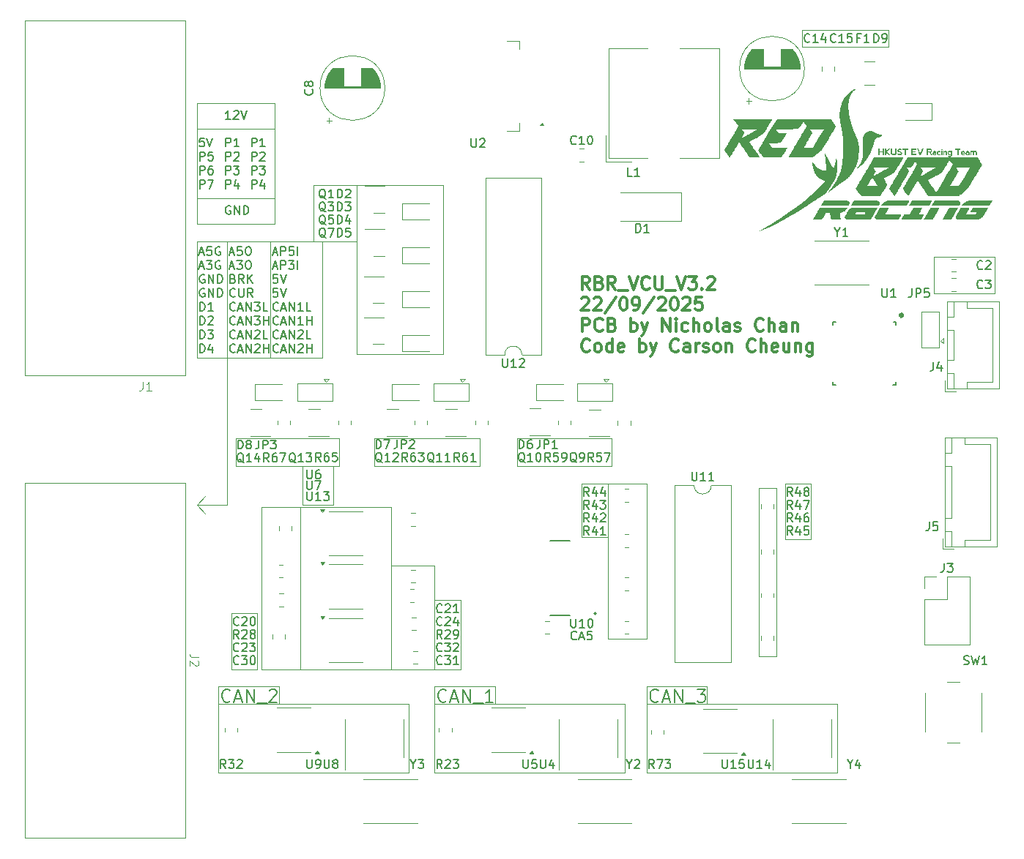
<source format=gbr>
%TF.GenerationSoftware,KiCad,Pcbnew,9.0.2*%
%TF.CreationDate,2025-09-23T15:25:02+08:00*%
%TF.ProjectId,VCU V3.2,56435520-5633-42e3-922e-6b696361645f,rev?*%
%TF.SameCoordinates,Original*%
%TF.FileFunction,Legend,Top*%
%TF.FilePolarity,Positive*%
%FSLAX46Y46*%
G04 Gerber Fmt 4.6, Leading zero omitted, Abs format (unit mm)*
G04 Created by KiCad (PCBNEW 9.0.2) date 2025-09-23 15:25:02*
%MOMM*%
%LPD*%
G01*
G04 APERTURE LIST*
%ADD10C,0.100000*%
%ADD11C,0.200000*%
%ADD12C,0.300000*%
%ADD13C,0.150000*%
%ADD14C,0.120000*%
%ADD15C,0.000000*%
%ADD16C,0.127000*%
%ADD17C,0.350000*%
G04 APERTURE END LIST*
D10*
X126500000Y-60500000D02*
X131500000Y-60500000D01*
X131500000Y-67000000D01*
X126500000Y-67000000D01*
X126500000Y-60500000D01*
X116500000Y-67000000D02*
X116500000Y-80500000D01*
X116500000Y-97500000D02*
X113000000Y-97500000D01*
X113000000Y-67000000D02*
X127500000Y-67000000D01*
X127500000Y-80500000D01*
X113000000Y-80500000D01*
X113000000Y-67000000D01*
X125000000Y-97750000D02*
X135500000Y-97750000D01*
X135500000Y-116500000D01*
X125000000Y-116500000D01*
X125000000Y-97750000D01*
X181000000Y-95000000D02*
X184000000Y-95000000D01*
X184000000Y-101500000D01*
X181000000Y-101500000D01*
X181000000Y-95000000D01*
X125250000Y-93000000D02*
X128750000Y-93000000D01*
X128750000Y-97500000D01*
X125250000Y-97500000D01*
X125250000Y-93000000D01*
X116500000Y-80500000D02*
X116500000Y-97500000D01*
X135500000Y-104500000D02*
X140500000Y-104500000D01*
X140500000Y-116500000D01*
X135500000Y-116500000D01*
X135500000Y-104500000D01*
X165000000Y-118500000D02*
X172000000Y-118500000D01*
X172000000Y-120500000D01*
X165000000Y-120500000D01*
X165000000Y-118500000D01*
X165000000Y-120500000D02*
X187000000Y-120500000D01*
X187000000Y-128500000D01*
X165000000Y-128500000D01*
X165000000Y-120500000D01*
X140500000Y-120500000D02*
X162500000Y-120500000D01*
X162500000Y-128500000D01*
X140500000Y-128500000D01*
X140500000Y-120500000D01*
X133500000Y-89750000D02*
X145750000Y-89750000D01*
X145750000Y-93000000D01*
X133500000Y-93000000D01*
X133500000Y-89750000D01*
X117000000Y-110000000D02*
X120000000Y-110000000D01*
X120000000Y-116500000D01*
X117000000Y-116500000D01*
X117000000Y-110000000D01*
X113000000Y-54000000D02*
X122000000Y-54000000D01*
X160500000Y-95000000D02*
X165000000Y-95000000D01*
X165000000Y-113000000D01*
X160500000Y-113000000D01*
X160500000Y-95000000D01*
X157500000Y-95000000D02*
X160500000Y-95000000D01*
X160500000Y-101250000D01*
X157500000Y-101250000D01*
X157500000Y-95000000D01*
X178000000Y-95500000D02*
X180000000Y-95500000D01*
X180000000Y-115000000D01*
X178000000Y-115000000D01*
X178000000Y-95500000D01*
X113000000Y-97500000D02*
X114000000Y-98500000D01*
X115500000Y-118500000D02*
X122500000Y-118500000D01*
X122500000Y-120500000D01*
X115500000Y-120500000D01*
X115500000Y-118500000D01*
X113000000Y-97500000D02*
X114000000Y-96500000D01*
X131500000Y-60500000D02*
X141500000Y-60500000D01*
X141500000Y-80000000D01*
X131500000Y-80000000D01*
X131500000Y-60500000D01*
X140500000Y-108500000D02*
X143500000Y-108500000D01*
X143500000Y-116500000D01*
X140500000Y-116500000D01*
X140500000Y-108500000D01*
X120500000Y-97750000D02*
X125000000Y-97750000D01*
X125000000Y-116500000D01*
X120500000Y-116500000D01*
X120500000Y-97750000D01*
X113000000Y-62000000D02*
X122000000Y-62000000D01*
X198250000Y-68750000D02*
X205250000Y-68750000D01*
X205250000Y-73000000D01*
X198250000Y-73000000D01*
X198250000Y-68750000D01*
X183000000Y-42500000D02*
X193000000Y-42500000D01*
X193000000Y-44500000D01*
X183000000Y-44500000D01*
X183000000Y-42500000D01*
X115500000Y-120500000D02*
X137500000Y-120500000D01*
X137500000Y-128500000D01*
X115500000Y-128500000D01*
X115500000Y-120500000D01*
X150000000Y-89750000D02*
X161000000Y-89750000D01*
X161000000Y-93000000D01*
X150000000Y-93000000D01*
X150000000Y-89750000D01*
X121500000Y-80500000D02*
X121500000Y-67000000D01*
X140500000Y-118500000D02*
X147500000Y-118500000D01*
X147500000Y-120500000D01*
X140500000Y-120500000D01*
X140500000Y-118500000D01*
X113000000Y-51000000D02*
X122000000Y-51000000D01*
X122000000Y-65000000D01*
X113000000Y-65000000D01*
X113000000Y-51000000D01*
X117500000Y-89750000D02*
X129500000Y-89750000D01*
X129500000Y-93000000D01*
X117500000Y-93000000D01*
X117500000Y-89750000D01*
D11*
X113322054Y-68311896D02*
X113798244Y-68311896D01*
X113226816Y-68597611D02*
X113560149Y-67597611D01*
X113560149Y-67597611D02*
X113893482Y-68597611D01*
X114703006Y-67597611D02*
X114226816Y-67597611D01*
X114226816Y-67597611D02*
X114179197Y-68073801D01*
X114179197Y-68073801D02*
X114226816Y-68026182D01*
X114226816Y-68026182D02*
X114322054Y-67978563D01*
X114322054Y-67978563D02*
X114560149Y-67978563D01*
X114560149Y-67978563D02*
X114655387Y-68026182D01*
X114655387Y-68026182D02*
X114703006Y-68073801D01*
X114703006Y-68073801D02*
X114750625Y-68169039D01*
X114750625Y-68169039D02*
X114750625Y-68407134D01*
X114750625Y-68407134D02*
X114703006Y-68502372D01*
X114703006Y-68502372D02*
X114655387Y-68549992D01*
X114655387Y-68549992D02*
X114560149Y-68597611D01*
X114560149Y-68597611D02*
X114322054Y-68597611D01*
X114322054Y-68597611D02*
X114226816Y-68549992D01*
X114226816Y-68549992D02*
X114179197Y-68502372D01*
X115703006Y-67645230D02*
X115607768Y-67597611D01*
X115607768Y-67597611D02*
X115464911Y-67597611D01*
X115464911Y-67597611D02*
X115322054Y-67645230D01*
X115322054Y-67645230D02*
X115226816Y-67740468D01*
X115226816Y-67740468D02*
X115179197Y-67835706D01*
X115179197Y-67835706D02*
X115131578Y-68026182D01*
X115131578Y-68026182D02*
X115131578Y-68169039D01*
X115131578Y-68169039D02*
X115179197Y-68359515D01*
X115179197Y-68359515D02*
X115226816Y-68454753D01*
X115226816Y-68454753D02*
X115322054Y-68549992D01*
X115322054Y-68549992D02*
X115464911Y-68597611D01*
X115464911Y-68597611D02*
X115560149Y-68597611D01*
X115560149Y-68597611D02*
X115703006Y-68549992D01*
X115703006Y-68549992D02*
X115750625Y-68502372D01*
X115750625Y-68502372D02*
X115750625Y-68169039D01*
X115750625Y-68169039D02*
X115560149Y-68169039D01*
X113322054Y-69921840D02*
X113798244Y-69921840D01*
X113226816Y-70207555D02*
X113560149Y-69207555D01*
X113560149Y-69207555D02*
X113893482Y-70207555D01*
X114131578Y-69207555D02*
X114750625Y-69207555D01*
X114750625Y-69207555D02*
X114417292Y-69588507D01*
X114417292Y-69588507D02*
X114560149Y-69588507D01*
X114560149Y-69588507D02*
X114655387Y-69636126D01*
X114655387Y-69636126D02*
X114703006Y-69683745D01*
X114703006Y-69683745D02*
X114750625Y-69778983D01*
X114750625Y-69778983D02*
X114750625Y-70017078D01*
X114750625Y-70017078D02*
X114703006Y-70112316D01*
X114703006Y-70112316D02*
X114655387Y-70159936D01*
X114655387Y-70159936D02*
X114560149Y-70207555D01*
X114560149Y-70207555D02*
X114274435Y-70207555D01*
X114274435Y-70207555D02*
X114179197Y-70159936D01*
X114179197Y-70159936D02*
X114131578Y-70112316D01*
X115703006Y-69255174D02*
X115607768Y-69207555D01*
X115607768Y-69207555D02*
X115464911Y-69207555D01*
X115464911Y-69207555D02*
X115322054Y-69255174D01*
X115322054Y-69255174D02*
X115226816Y-69350412D01*
X115226816Y-69350412D02*
X115179197Y-69445650D01*
X115179197Y-69445650D02*
X115131578Y-69636126D01*
X115131578Y-69636126D02*
X115131578Y-69778983D01*
X115131578Y-69778983D02*
X115179197Y-69969459D01*
X115179197Y-69969459D02*
X115226816Y-70064697D01*
X115226816Y-70064697D02*
X115322054Y-70159936D01*
X115322054Y-70159936D02*
X115464911Y-70207555D01*
X115464911Y-70207555D02*
X115560149Y-70207555D01*
X115560149Y-70207555D02*
X115703006Y-70159936D01*
X115703006Y-70159936D02*
X115750625Y-70112316D01*
X115750625Y-70112316D02*
X115750625Y-69778983D01*
X115750625Y-69778983D02*
X115560149Y-69778983D01*
X113893482Y-70865118D02*
X113798244Y-70817499D01*
X113798244Y-70817499D02*
X113655387Y-70817499D01*
X113655387Y-70817499D02*
X113512530Y-70865118D01*
X113512530Y-70865118D02*
X113417292Y-70960356D01*
X113417292Y-70960356D02*
X113369673Y-71055594D01*
X113369673Y-71055594D02*
X113322054Y-71246070D01*
X113322054Y-71246070D02*
X113322054Y-71388927D01*
X113322054Y-71388927D02*
X113369673Y-71579403D01*
X113369673Y-71579403D02*
X113417292Y-71674641D01*
X113417292Y-71674641D02*
X113512530Y-71769880D01*
X113512530Y-71769880D02*
X113655387Y-71817499D01*
X113655387Y-71817499D02*
X113750625Y-71817499D01*
X113750625Y-71817499D02*
X113893482Y-71769880D01*
X113893482Y-71769880D02*
X113941101Y-71722260D01*
X113941101Y-71722260D02*
X113941101Y-71388927D01*
X113941101Y-71388927D02*
X113750625Y-71388927D01*
X114369673Y-71817499D02*
X114369673Y-70817499D01*
X114369673Y-70817499D02*
X114941101Y-71817499D01*
X114941101Y-71817499D02*
X114941101Y-70817499D01*
X115417292Y-71817499D02*
X115417292Y-70817499D01*
X115417292Y-70817499D02*
X115655387Y-70817499D01*
X115655387Y-70817499D02*
X115798244Y-70865118D01*
X115798244Y-70865118D02*
X115893482Y-70960356D01*
X115893482Y-70960356D02*
X115941101Y-71055594D01*
X115941101Y-71055594D02*
X115988720Y-71246070D01*
X115988720Y-71246070D02*
X115988720Y-71388927D01*
X115988720Y-71388927D02*
X115941101Y-71579403D01*
X115941101Y-71579403D02*
X115893482Y-71674641D01*
X115893482Y-71674641D02*
X115798244Y-71769880D01*
X115798244Y-71769880D02*
X115655387Y-71817499D01*
X115655387Y-71817499D02*
X115417292Y-71817499D01*
X113893482Y-72475062D02*
X113798244Y-72427443D01*
X113798244Y-72427443D02*
X113655387Y-72427443D01*
X113655387Y-72427443D02*
X113512530Y-72475062D01*
X113512530Y-72475062D02*
X113417292Y-72570300D01*
X113417292Y-72570300D02*
X113369673Y-72665538D01*
X113369673Y-72665538D02*
X113322054Y-72856014D01*
X113322054Y-72856014D02*
X113322054Y-72998871D01*
X113322054Y-72998871D02*
X113369673Y-73189347D01*
X113369673Y-73189347D02*
X113417292Y-73284585D01*
X113417292Y-73284585D02*
X113512530Y-73379824D01*
X113512530Y-73379824D02*
X113655387Y-73427443D01*
X113655387Y-73427443D02*
X113750625Y-73427443D01*
X113750625Y-73427443D02*
X113893482Y-73379824D01*
X113893482Y-73379824D02*
X113941101Y-73332204D01*
X113941101Y-73332204D02*
X113941101Y-72998871D01*
X113941101Y-72998871D02*
X113750625Y-72998871D01*
X114369673Y-73427443D02*
X114369673Y-72427443D01*
X114369673Y-72427443D02*
X114941101Y-73427443D01*
X114941101Y-73427443D02*
X114941101Y-72427443D01*
X115417292Y-73427443D02*
X115417292Y-72427443D01*
X115417292Y-72427443D02*
X115655387Y-72427443D01*
X115655387Y-72427443D02*
X115798244Y-72475062D01*
X115798244Y-72475062D02*
X115893482Y-72570300D01*
X115893482Y-72570300D02*
X115941101Y-72665538D01*
X115941101Y-72665538D02*
X115988720Y-72856014D01*
X115988720Y-72856014D02*
X115988720Y-72998871D01*
X115988720Y-72998871D02*
X115941101Y-73189347D01*
X115941101Y-73189347D02*
X115893482Y-73284585D01*
X115893482Y-73284585D02*
X115798244Y-73379824D01*
X115798244Y-73379824D02*
X115655387Y-73427443D01*
X115655387Y-73427443D02*
X115417292Y-73427443D01*
X113369673Y-75037387D02*
X113369673Y-74037387D01*
X113369673Y-74037387D02*
X113607768Y-74037387D01*
X113607768Y-74037387D02*
X113750625Y-74085006D01*
X113750625Y-74085006D02*
X113845863Y-74180244D01*
X113845863Y-74180244D02*
X113893482Y-74275482D01*
X113893482Y-74275482D02*
X113941101Y-74465958D01*
X113941101Y-74465958D02*
X113941101Y-74608815D01*
X113941101Y-74608815D02*
X113893482Y-74799291D01*
X113893482Y-74799291D02*
X113845863Y-74894529D01*
X113845863Y-74894529D02*
X113750625Y-74989768D01*
X113750625Y-74989768D02*
X113607768Y-75037387D01*
X113607768Y-75037387D02*
X113369673Y-75037387D01*
X114893482Y-75037387D02*
X114322054Y-75037387D01*
X114607768Y-75037387D02*
X114607768Y-74037387D01*
X114607768Y-74037387D02*
X114512530Y-74180244D01*
X114512530Y-74180244D02*
X114417292Y-74275482D01*
X114417292Y-74275482D02*
X114322054Y-74323101D01*
X113369673Y-76647331D02*
X113369673Y-75647331D01*
X113369673Y-75647331D02*
X113607768Y-75647331D01*
X113607768Y-75647331D02*
X113750625Y-75694950D01*
X113750625Y-75694950D02*
X113845863Y-75790188D01*
X113845863Y-75790188D02*
X113893482Y-75885426D01*
X113893482Y-75885426D02*
X113941101Y-76075902D01*
X113941101Y-76075902D02*
X113941101Y-76218759D01*
X113941101Y-76218759D02*
X113893482Y-76409235D01*
X113893482Y-76409235D02*
X113845863Y-76504473D01*
X113845863Y-76504473D02*
X113750625Y-76599712D01*
X113750625Y-76599712D02*
X113607768Y-76647331D01*
X113607768Y-76647331D02*
X113369673Y-76647331D01*
X114322054Y-75742569D02*
X114369673Y-75694950D01*
X114369673Y-75694950D02*
X114464911Y-75647331D01*
X114464911Y-75647331D02*
X114703006Y-75647331D01*
X114703006Y-75647331D02*
X114798244Y-75694950D01*
X114798244Y-75694950D02*
X114845863Y-75742569D01*
X114845863Y-75742569D02*
X114893482Y-75837807D01*
X114893482Y-75837807D02*
X114893482Y-75933045D01*
X114893482Y-75933045D02*
X114845863Y-76075902D01*
X114845863Y-76075902D02*
X114274435Y-76647331D01*
X114274435Y-76647331D02*
X114893482Y-76647331D01*
X113369673Y-78257275D02*
X113369673Y-77257275D01*
X113369673Y-77257275D02*
X113607768Y-77257275D01*
X113607768Y-77257275D02*
X113750625Y-77304894D01*
X113750625Y-77304894D02*
X113845863Y-77400132D01*
X113845863Y-77400132D02*
X113893482Y-77495370D01*
X113893482Y-77495370D02*
X113941101Y-77685846D01*
X113941101Y-77685846D02*
X113941101Y-77828703D01*
X113941101Y-77828703D02*
X113893482Y-78019179D01*
X113893482Y-78019179D02*
X113845863Y-78114417D01*
X113845863Y-78114417D02*
X113750625Y-78209656D01*
X113750625Y-78209656D02*
X113607768Y-78257275D01*
X113607768Y-78257275D02*
X113369673Y-78257275D01*
X114274435Y-77257275D02*
X114893482Y-77257275D01*
X114893482Y-77257275D02*
X114560149Y-77638227D01*
X114560149Y-77638227D02*
X114703006Y-77638227D01*
X114703006Y-77638227D02*
X114798244Y-77685846D01*
X114798244Y-77685846D02*
X114845863Y-77733465D01*
X114845863Y-77733465D02*
X114893482Y-77828703D01*
X114893482Y-77828703D02*
X114893482Y-78066798D01*
X114893482Y-78066798D02*
X114845863Y-78162036D01*
X114845863Y-78162036D02*
X114798244Y-78209656D01*
X114798244Y-78209656D02*
X114703006Y-78257275D01*
X114703006Y-78257275D02*
X114417292Y-78257275D01*
X114417292Y-78257275D02*
X114322054Y-78209656D01*
X114322054Y-78209656D02*
X114274435Y-78162036D01*
X113369673Y-79867219D02*
X113369673Y-78867219D01*
X113369673Y-78867219D02*
X113607768Y-78867219D01*
X113607768Y-78867219D02*
X113750625Y-78914838D01*
X113750625Y-78914838D02*
X113845863Y-79010076D01*
X113845863Y-79010076D02*
X113893482Y-79105314D01*
X113893482Y-79105314D02*
X113941101Y-79295790D01*
X113941101Y-79295790D02*
X113941101Y-79438647D01*
X113941101Y-79438647D02*
X113893482Y-79629123D01*
X113893482Y-79629123D02*
X113845863Y-79724361D01*
X113845863Y-79724361D02*
X113750625Y-79819600D01*
X113750625Y-79819600D02*
X113607768Y-79867219D01*
X113607768Y-79867219D02*
X113369673Y-79867219D01*
X114798244Y-79200552D02*
X114798244Y-79867219D01*
X114560149Y-78819600D02*
X114322054Y-79533885D01*
X114322054Y-79533885D02*
X114941101Y-79533885D01*
X116893482Y-62914838D02*
X116798244Y-62867219D01*
X116798244Y-62867219D02*
X116655387Y-62867219D01*
X116655387Y-62867219D02*
X116512530Y-62914838D01*
X116512530Y-62914838D02*
X116417292Y-63010076D01*
X116417292Y-63010076D02*
X116369673Y-63105314D01*
X116369673Y-63105314D02*
X116322054Y-63295790D01*
X116322054Y-63295790D02*
X116322054Y-63438647D01*
X116322054Y-63438647D02*
X116369673Y-63629123D01*
X116369673Y-63629123D02*
X116417292Y-63724361D01*
X116417292Y-63724361D02*
X116512530Y-63819600D01*
X116512530Y-63819600D02*
X116655387Y-63867219D01*
X116655387Y-63867219D02*
X116750625Y-63867219D01*
X116750625Y-63867219D02*
X116893482Y-63819600D01*
X116893482Y-63819600D02*
X116941101Y-63771980D01*
X116941101Y-63771980D02*
X116941101Y-63438647D01*
X116941101Y-63438647D02*
X116750625Y-63438647D01*
X117369673Y-63867219D02*
X117369673Y-62867219D01*
X117369673Y-62867219D02*
X117941101Y-63867219D01*
X117941101Y-63867219D02*
X117941101Y-62867219D01*
X118417292Y-63867219D02*
X118417292Y-62867219D01*
X118417292Y-62867219D02*
X118655387Y-62867219D01*
X118655387Y-62867219D02*
X118798244Y-62914838D01*
X118798244Y-62914838D02*
X118893482Y-63010076D01*
X118893482Y-63010076D02*
X118941101Y-63105314D01*
X118941101Y-63105314D02*
X118988720Y-63295790D01*
X118988720Y-63295790D02*
X118988720Y-63438647D01*
X118988720Y-63438647D02*
X118941101Y-63629123D01*
X118941101Y-63629123D02*
X118893482Y-63724361D01*
X118893482Y-63724361D02*
X118798244Y-63819600D01*
X118798244Y-63819600D02*
X118655387Y-63867219D01*
X118655387Y-63867219D02*
X118417292Y-63867219D01*
X116893482Y-52867219D02*
X116322054Y-52867219D01*
X116607768Y-52867219D02*
X116607768Y-51867219D01*
X116607768Y-51867219D02*
X116512530Y-52010076D01*
X116512530Y-52010076D02*
X116417292Y-52105314D01*
X116417292Y-52105314D02*
X116322054Y-52152933D01*
X117274435Y-51962457D02*
X117322054Y-51914838D01*
X117322054Y-51914838D02*
X117417292Y-51867219D01*
X117417292Y-51867219D02*
X117655387Y-51867219D01*
X117655387Y-51867219D02*
X117750625Y-51914838D01*
X117750625Y-51914838D02*
X117798244Y-51962457D01*
X117798244Y-51962457D02*
X117845863Y-52057695D01*
X117845863Y-52057695D02*
X117845863Y-52152933D01*
X117845863Y-52152933D02*
X117798244Y-52295790D01*
X117798244Y-52295790D02*
X117226816Y-52867219D01*
X117226816Y-52867219D02*
X117845863Y-52867219D01*
X118131578Y-51867219D02*
X118464911Y-52867219D01*
X118464911Y-52867219D02*
X118798244Y-51867219D01*
X119369673Y-56037387D02*
X119369673Y-55037387D01*
X119369673Y-55037387D02*
X119750625Y-55037387D01*
X119750625Y-55037387D02*
X119845863Y-55085006D01*
X119845863Y-55085006D02*
X119893482Y-55132625D01*
X119893482Y-55132625D02*
X119941101Y-55227863D01*
X119941101Y-55227863D02*
X119941101Y-55370720D01*
X119941101Y-55370720D02*
X119893482Y-55465958D01*
X119893482Y-55465958D02*
X119845863Y-55513577D01*
X119845863Y-55513577D02*
X119750625Y-55561196D01*
X119750625Y-55561196D02*
X119369673Y-55561196D01*
X120893482Y-56037387D02*
X120322054Y-56037387D01*
X120607768Y-56037387D02*
X120607768Y-55037387D01*
X120607768Y-55037387D02*
X120512530Y-55180244D01*
X120512530Y-55180244D02*
X120417292Y-55275482D01*
X120417292Y-55275482D02*
X120322054Y-55323101D01*
X119369673Y-57647331D02*
X119369673Y-56647331D01*
X119369673Y-56647331D02*
X119750625Y-56647331D01*
X119750625Y-56647331D02*
X119845863Y-56694950D01*
X119845863Y-56694950D02*
X119893482Y-56742569D01*
X119893482Y-56742569D02*
X119941101Y-56837807D01*
X119941101Y-56837807D02*
X119941101Y-56980664D01*
X119941101Y-56980664D02*
X119893482Y-57075902D01*
X119893482Y-57075902D02*
X119845863Y-57123521D01*
X119845863Y-57123521D02*
X119750625Y-57171140D01*
X119750625Y-57171140D02*
X119369673Y-57171140D01*
X120322054Y-56742569D02*
X120369673Y-56694950D01*
X120369673Y-56694950D02*
X120464911Y-56647331D01*
X120464911Y-56647331D02*
X120703006Y-56647331D01*
X120703006Y-56647331D02*
X120798244Y-56694950D01*
X120798244Y-56694950D02*
X120845863Y-56742569D01*
X120845863Y-56742569D02*
X120893482Y-56837807D01*
X120893482Y-56837807D02*
X120893482Y-56933045D01*
X120893482Y-56933045D02*
X120845863Y-57075902D01*
X120845863Y-57075902D02*
X120274435Y-57647331D01*
X120274435Y-57647331D02*
X120893482Y-57647331D01*
X119369673Y-59257275D02*
X119369673Y-58257275D01*
X119369673Y-58257275D02*
X119750625Y-58257275D01*
X119750625Y-58257275D02*
X119845863Y-58304894D01*
X119845863Y-58304894D02*
X119893482Y-58352513D01*
X119893482Y-58352513D02*
X119941101Y-58447751D01*
X119941101Y-58447751D02*
X119941101Y-58590608D01*
X119941101Y-58590608D02*
X119893482Y-58685846D01*
X119893482Y-58685846D02*
X119845863Y-58733465D01*
X119845863Y-58733465D02*
X119750625Y-58781084D01*
X119750625Y-58781084D02*
X119369673Y-58781084D01*
X120274435Y-58257275D02*
X120893482Y-58257275D01*
X120893482Y-58257275D02*
X120560149Y-58638227D01*
X120560149Y-58638227D02*
X120703006Y-58638227D01*
X120703006Y-58638227D02*
X120798244Y-58685846D01*
X120798244Y-58685846D02*
X120845863Y-58733465D01*
X120845863Y-58733465D02*
X120893482Y-58828703D01*
X120893482Y-58828703D02*
X120893482Y-59066798D01*
X120893482Y-59066798D02*
X120845863Y-59162036D01*
X120845863Y-59162036D02*
X120798244Y-59209656D01*
X120798244Y-59209656D02*
X120703006Y-59257275D01*
X120703006Y-59257275D02*
X120417292Y-59257275D01*
X120417292Y-59257275D02*
X120322054Y-59209656D01*
X120322054Y-59209656D02*
X120274435Y-59162036D01*
X119369673Y-60867219D02*
X119369673Y-59867219D01*
X119369673Y-59867219D02*
X119750625Y-59867219D01*
X119750625Y-59867219D02*
X119845863Y-59914838D01*
X119845863Y-59914838D02*
X119893482Y-59962457D01*
X119893482Y-59962457D02*
X119941101Y-60057695D01*
X119941101Y-60057695D02*
X119941101Y-60200552D01*
X119941101Y-60200552D02*
X119893482Y-60295790D01*
X119893482Y-60295790D02*
X119845863Y-60343409D01*
X119845863Y-60343409D02*
X119750625Y-60391028D01*
X119750625Y-60391028D02*
X119369673Y-60391028D01*
X120798244Y-60200552D02*
X120798244Y-60867219D01*
X120560149Y-59819600D02*
X120322054Y-60533885D01*
X120322054Y-60533885D02*
X120941101Y-60533885D01*
X166345863Y-120163171D02*
X166274435Y-120234600D01*
X166274435Y-120234600D02*
X166060149Y-120306028D01*
X166060149Y-120306028D02*
X165917292Y-120306028D01*
X165917292Y-120306028D02*
X165703006Y-120234600D01*
X165703006Y-120234600D02*
X165560149Y-120091742D01*
X165560149Y-120091742D02*
X165488720Y-119948885D01*
X165488720Y-119948885D02*
X165417292Y-119663171D01*
X165417292Y-119663171D02*
X165417292Y-119448885D01*
X165417292Y-119448885D02*
X165488720Y-119163171D01*
X165488720Y-119163171D02*
X165560149Y-119020314D01*
X165560149Y-119020314D02*
X165703006Y-118877457D01*
X165703006Y-118877457D02*
X165917292Y-118806028D01*
X165917292Y-118806028D02*
X166060149Y-118806028D01*
X166060149Y-118806028D02*
X166274435Y-118877457D01*
X166274435Y-118877457D02*
X166345863Y-118948885D01*
X166917292Y-119877457D02*
X167631578Y-119877457D01*
X166774435Y-120306028D02*
X167274435Y-118806028D01*
X167274435Y-118806028D02*
X167774435Y-120306028D01*
X168274434Y-120306028D02*
X168274434Y-118806028D01*
X168274434Y-118806028D02*
X169131577Y-120306028D01*
X169131577Y-120306028D02*
X169131577Y-118806028D01*
X169488721Y-120448885D02*
X170631578Y-120448885D01*
X170845863Y-118806028D02*
X171774435Y-118806028D01*
X171774435Y-118806028D02*
X171274435Y-119377457D01*
X171274435Y-119377457D02*
X171488720Y-119377457D01*
X171488720Y-119377457D02*
X171631578Y-119448885D01*
X171631578Y-119448885D02*
X171703006Y-119520314D01*
X171703006Y-119520314D02*
X171774435Y-119663171D01*
X171774435Y-119663171D02*
X171774435Y-120020314D01*
X171774435Y-120020314D02*
X171703006Y-120163171D01*
X171703006Y-120163171D02*
X171631578Y-120234600D01*
X171631578Y-120234600D02*
X171488720Y-120306028D01*
X171488720Y-120306028D02*
X171060149Y-120306028D01*
X171060149Y-120306028D02*
X170917292Y-120234600D01*
X170917292Y-120234600D02*
X170845863Y-120163171D01*
X141845863Y-120163171D02*
X141774435Y-120234600D01*
X141774435Y-120234600D02*
X141560149Y-120306028D01*
X141560149Y-120306028D02*
X141417292Y-120306028D01*
X141417292Y-120306028D02*
X141203006Y-120234600D01*
X141203006Y-120234600D02*
X141060149Y-120091742D01*
X141060149Y-120091742D02*
X140988720Y-119948885D01*
X140988720Y-119948885D02*
X140917292Y-119663171D01*
X140917292Y-119663171D02*
X140917292Y-119448885D01*
X140917292Y-119448885D02*
X140988720Y-119163171D01*
X140988720Y-119163171D02*
X141060149Y-119020314D01*
X141060149Y-119020314D02*
X141203006Y-118877457D01*
X141203006Y-118877457D02*
X141417292Y-118806028D01*
X141417292Y-118806028D02*
X141560149Y-118806028D01*
X141560149Y-118806028D02*
X141774435Y-118877457D01*
X141774435Y-118877457D02*
X141845863Y-118948885D01*
X142417292Y-119877457D02*
X143131578Y-119877457D01*
X142274435Y-120306028D02*
X142774435Y-118806028D01*
X142774435Y-118806028D02*
X143274435Y-120306028D01*
X143774434Y-120306028D02*
X143774434Y-118806028D01*
X143774434Y-118806028D02*
X144631577Y-120306028D01*
X144631577Y-120306028D02*
X144631577Y-118806028D01*
X144988721Y-120448885D02*
X146131578Y-120448885D01*
X147274435Y-120306028D02*
X146417292Y-120306028D01*
X146845863Y-120306028D02*
X146845863Y-118806028D01*
X146845863Y-118806028D02*
X146703006Y-119020314D01*
X146703006Y-119020314D02*
X146560149Y-119163171D01*
X146560149Y-119163171D02*
X146417292Y-119234600D01*
X116369673Y-56037387D02*
X116369673Y-55037387D01*
X116369673Y-55037387D02*
X116750625Y-55037387D01*
X116750625Y-55037387D02*
X116845863Y-55085006D01*
X116845863Y-55085006D02*
X116893482Y-55132625D01*
X116893482Y-55132625D02*
X116941101Y-55227863D01*
X116941101Y-55227863D02*
X116941101Y-55370720D01*
X116941101Y-55370720D02*
X116893482Y-55465958D01*
X116893482Y-55465958D02*
X116845863Y-55513577D01*
X116845863Y-55513577D02*
X116750625Y-55561196D01*
X116750625Y-55561196D02*
X116369673Y-55561196D01*
X117893482Y-56037387D02*
X117322054Y-56037387D01*
X117607768Y-56037387D02*
X117607768Y-55037387D01*
X117607768Y-55037387D02*
X117512530Y-55180244D01*
X117512530Y-55180244D02*
X117417292Y-55275482D01*
X117417292Y-55275482D02*
X117322054Y-55323101D01*
X116369673Y-57647331D02*
X116369673Y-56647331D01*
X116369673Y-56647331D02*
X116750625Y-56647331D01*
X116750625Y-56647331D02*
X116845863Y-56694950D01*
X116845863Y-56694950D02*
X116893482Y-56742569D01*
X116893482Y-56742569D02*
X116941101Y-56837807D01*
X116941101Y-56837807D02*
X116941101Y-56980664D01*
X116941101Y-56980664D02*
X116893482Y-57075902D01*
X116893482Y-57075902D02*
X116845863Y-57123521D01*
X116845863Y-57123521D02*
X116750625Y-57171140D01*
X116750625Y-57171140D02*
X116369673Y-57171140D01*
X117322054Y-56742569D02*
X117369673Y-56694950D01*
X117369673Y-56694950D02*
X117464911Y-56647331D01*
X117464911Y-56647331D02*
X117703006Y-56647331D01*
X117703006Y-56647331D02*
X117798244Y-56694950D01*
X117798244Y-56694950D02*
X117845863Y-56742569D01*
X117845863Y-56742569D02*
X117893482Y-56837807D01*
X117893482Y-56837807D02*
X117893482Y-56933045D01*
X117893482Y-56933045D02*
X117845863Y-57075902D01*
X117845863Y-57075902D02*
X117274435Y-57647331D01*
X117274435Y-57647331D02*
X117893482Y-57647331D01*
X116369673Y-59257275D02*
X116369673Y-58257275D01*
X116369673Y-58257275D02*
X116750625Y-58257275D01*
X116750625Y-58257275D02*
X116845863Y-58304894D01*
X116845863Y-58304894D02*
X116893482Y-58352513D01*
X116893482Y-58352513D02*
X116941101Y-58447751D01*
X116941101Y-58447751D02*
X116941101Y-58590608D01*
X116941101Y-58590608D02*
X116893482Y-58685846D01*
X116893482Y-58685846D02*
X116845863Y-58733465D01*
X116845863Y-58733465D02*
X116750625Y-58781084D01*
X116750625Y-58781084D02*
X116369673Y-58781084D01*
X117274435Y-58257275D02*
X117893482Y-58257275D01*
X117893482Y-58257275D02*
X117560149Y-58638227D01*
X117560149Y-58638227D02*
X117703006Y-58638227D01*
X117703006Y-58638227D02*
X117798244Y-58685846D01*
X117798244Y-58685846D02*
X117845863Y-58733465D01*
X117845863Y-58733465D02*
X117893482Y-58828703D01*
X117893482Y-58828703D02*
X117893482Y-59066798D01*
X117893482Y-59066798D02*
X117845863Y-59162036D01*
X117845863Y-59162036D02*
X117798244Y-59209656D01*
X117798244Y-59209656D02*
X117703006Y-59257275D01*
X117703006Y-59257275D02*
X117417292Y-59257275D01*
X117417292Y-59257275D02*
X117322054Y-59209656D01*
X117322054Y-59209656D02*
X117274435Y-59162036D01*
X116369673Y-60867219D02*
X116369673Y-59867219D01*
X116369673Y-59867219D02*
X116750625Y-59867219D01*
X116750625Y-59867219D02*
X116845863Y-59914838D01*
X116845863Y-59914838D02*
X116893482Y-59962457D01*
X116893482Y-59962457D02*
X116941101Y-60057695D01*
X116941101Y-60057695D02*
X116941101Y-60200552D01*
X116941101Y-60200552D02*
X116893482Y-60295790D01*
X116893482Y-60295790D02*
X116845863Y-60343409D01*
X116845863Y-60343409D02*
X116750625Y-60391028D01*
X116750625Y-60391028D02*
X116369673Y-60391028D01*
X117798244Y-60200552D02*
X117798244Y-60867219D01*
X117560149Y-59819600D02*
X117322054Y-60533885D01*
X117322054Y-60533885D02*
X117941101Y-60533885D01*
X116845863Y-120163171D02*
X116774435Y-120234600D01*
X116774435Y-120234600D02*
X116560149Y-120306028D01*
X116560149Y-120306028D02*
X116417292Y-120306028D01*
X116417292Y-120306028D02*
X116203006Y-120234600D01*
X116203006Y-120234600D02*
X116060149Y-120091742D01*
X116060149Y-120091742D02*
X115988720Y-119948885D01*
X115988720Y-119948885D02*
X115917292Y-119663171D01*
X115917292Y-119663171D02*
X115917292Y-119448885D01*
X115917292Y-119448885D02*
X115988720Y-119163171D01*
X115988720Y-119163171D02*
X116060149Y-119020314D01*
X116060149Y-119020314D02*
X116203006Y-118877457D01*
X116203006Y-118877457D02*
X116417292Y-118806028D01*
X116417292Y-118806028D02*
X116560149Y-118806028D01*
X116560149Y-118806028D02*
X116774435Y-118877457D01*
X116774435Y-118877457D02*
X116845863Y-118948885D01*
X117417292Y-119877457D02*
X118131578Y-119877457D01*
X117274435Y-120306028D02*
X117774435Y-118806028D01*
X117774435Y-118806028D02*
X118274435Y-120306028D01*
X118774434Y-120306028D02*
X118774434Y-118806028D01*
X118774434Y-118806028D02*
X119631577Y-120306028D01*
X119631577Y-120306028D02*
X119631577Y-118806028D01*
X119988721Y-120448885D02*
X121131578Y-120448885D01*
X121417292Y-118948885D02*
X121488720Y-118877457D01*
X121488720Y-118877457D02*
X121631578Y-118806028D01*
X121631578Y-118806028D02*
X121988720Y-118806028D01*
X121988720Y-118806028D02*
X122131578Y-118877457D01*
X122131578Y-118877457D02*
X122203006Y-118948885D01*
X122203006Y-118948885D02*
X122274435Y-119091742D01*
X122274435Y-119091742D02*
X122274435Y-119234600D01*
X122274435Y-119234600D02*
X122203006Y-119448885D01*
X122203006Y-119448885D02*
X121345863Y-120306028D01*
X121345863Y-120306028D02*
X122274435Y-120306028D01*
D12*
X158411653Y-72556080D02*
X157911653Y-71841794D01*
X157554510Y-72556080D02*
X157554510Y-71056080D01*
X157554510Y-71056080D02*
X158125939Y-71056080D01*
X158125939Y-71056080D02*
X158268796Y-71127509D01*
X158268796Y-71127509D02*
X158340225Y-71198937D01*
X158340225Y-71198937D02*
X158411653Y-71341794D01*
X158411653Y-71341794D02*
X158411653Y-71556080D01*
X158411653Y-71556080D02*
X158340225Y-71698937D01*
X158340225Y-71698937D02*
X158268796Y-71770366D01*
X158268796Y-71770366D02*
X158125939Y-71841794D01*
X158125939Y-71841794D02*
X157554510Y-71841794D01*
X159554510Y-71770366D02*
X159768796Y-71841794D01*
X159768796Y-71841794D02*
X159840225Y-71913223D01*
X159840225Y-71913223D02*
X159911653Y-72056080D01*
X159911653Y-72056080D02*
X159911653Y-72270366D01*
X159911653Y-72270366D02*
X159840225Y-72413223D01*
X159840225Y-72413223D02*
X159768796Y-72484652D01*
X159768796Y-72484652D02*
X159625939Y-72556080D01*
X159625939Y-72556080D02*
X159054510Y-72556080D01*
X159054510Y-72556080D02*
X159054510Y-71056080D01*
X159054510Y-71056080D02*
X159554510Y-71056080D01*
X159554510Y-71056080D02*
X159697368Y-71127509D01*
X159697368Y-71127509D02*
X159768796Y-71198937D01*
X159768796Y-71198937D02*
X159840225Y-71341794D01*
X159840225Y-71341794D02*
X159840225Y-71484652D01*
X159840225Y-71484652D02*
X159768796Y-71627509D01*
X159768796Y-71627509D02*
X159697368Y-71698937D01*
X159697368Y-71698937D02*
X159554510Y-71770366D01*
X159554510Y-71770366D02*
X159054510Y-71770366D01*
X161411653Y-72556080D02*
X160911653Y-71841794D01*
X160554510Y-72556080D02*
X160554510Y-71056080D01*
X160554510Y-71056080D02*
X161125939Y-71056080D01*
X161125939Y-71056080D02*
X161268796Y-71127509D01*
X161268796Y-71127509D02*
X161340225Y-71198937D01*
X161340225Y-71198937D02*
X161411653Y-71341794D01*
X161411653Y-71341794D02*
X161411653Y-71556080D01*
X161411653Y-71556080D02*
X161340225Y-71698937D01*
X161340225Y-71698937D02*
X161268796Y-71770366D01*
X161268796Y-71770366D02*
X161125939Y-71841794D01*
X161125939Y-71841794D02*
X160554510Y-71841794D01*
X161697368Y-72698937D02*
X162840225Y-72698937D01*
X162983082Y-71056080D02*
X163483082Y-72556080D01*
X163483082Y-72556080D02*
X163983082Y-71056080D01*
X165340224Y-72413223D02*
X165268796Y-72484652D01*
X165268796Y-72484652D02*
X165054510Y-72556080D01*
X165054510Y-72556080D02*
X164911653Y-72556080D01*
X164911653Y-72556080D02*
X164697367Y-72484652D01*
X164697367Y-72484652D02*
X164554510Y-72341794D01*
X164554510Y-72341794D02*
X164483081Y-72198937D01*
X164483081Y-72198937D02*
X164411653Y-71913223D01*
X164411653Y-71913223D02*
X164411653Y-71698937D01*
X164411653Y-71698937D02*
X164483081Y-71413223D01*
X164483081Y-71413223D02*
X164554510Y-71270366D01*
X164554510Y-71270366D02*
X164697367Y-71127509D01*
X164697367Y-71127509D02*
X164911653Y-71056080D01*
X164911653Y-71056080D02*
X165054510Y-71056080D01*
X165054510Y-71056080D02*
X165268796Y-71127509D01*
X165268796Y-71127509D02*
X165340224Y-71198937D01*
X165983081Y-71056080D02*
X165983081Y-72270366D01*
X165983081Y-72270366D02*
X166054510Y-72413223D01*
X166054510Y-72413223D02*
X166125939Y-72484652D01*
X166125939Y-72484652D02*
X166268796Y-72556080D01*
X166268796Y-72556080D02*
X166554510Y-72556080D01*
X166554510Y-72556080D02*
X166697367Y-72484652D01*
X166697367Y-72484652D02*
X166768796Y-72413223D01*
X166768796Y-72413223D02*
X166840224Y-72270366D01*
X166840224Y-72270366D02*
X166840224Y-71056080D01*
X167197368Y-72698937D02*
X168340225Y-72698937D01*
X168483082Y-71056080D02*
X168983082Y-72556080D01*
X168983082Y-72556080D02*
X169483082Y-71056080D01*
X169840224Y-71056080D02*
X170768796Y-71056080D01*
X170768796Y-71056080D02*
X170268796Y-71627509D01*
X170268796Y-71627509D02*
X170483081Y-71627509D01*
X170483081Y-71627509D02*
X170625939Y-71698937D01*
X170625939Y-71698937D02*
X170697367Y-71770366D01*
X170697367Y-71770366D02*
X170768796Y-71913223D01*
X170768796Y-71913223D02*
X170768796Y-72270366D01*
X170768796Y-72270366D02*
X170697367Y-72413223D01*
X170697367Y-72413223D02*
X170625939Y-72484652D01*
X170625939Y-72484652D02*
X170483081Y-72556080D01*
X170483081Y-72556080D02*
X170054510Y-72556080D01*
X170054510Y-72556080D02*
X169911653Y-72484652D01*
X169911653Y-72484652D02*
X169840224Y-72413223D01*
X171411652Y-72413223D02*
X171483081Y-72484652D01*
X171483081Y-72484652D02*
X171411652Y-72556080D01*
X171411652Y-72556080D02*
X171340224Y-72484652D01*
X171340224Y-72484652D02*
X171411652Y-72413223D01*
X171411652Y-72413223D02*
X171411652Y-72556080D01*
X172054510Y-71198937D02*
X172125938Y-71127509D01*
X172125938Y-71127509D02*
X172268796Y-71056080D01*
X172268796Y-71056080D02*
X172625938Y-71056080D01*
X172625938Y-71056080D02*
X172768796Y-71127509D01*
X172768796Y-71127509D02*
X172840224Y-71198937D01*
X172840224Y-71198937D02*
X172911653Y-71341794D01*
X172911653Y-71341794D02*
X172911653Y-71484652D01*
X172911653Y-71484652D02*
X172840224Y-71698937D01*
X172840224Y-71698937D02*
X171983081Y-72556080D01*
X171983081Y-72556080D02*
X172911653Y-72556080D01*
X157483082Y-73613853D02*
X157554510Y-73542425D01*
X157554510Y-73542425D02*
X157697368Y-73470996D01*
X157697368Y-73470996D02*
X158054510Y-73470996D01*
X158054510Y-73470996D02*
X158197368Y-73542425D01*
X158197368Y-73542425D02*
X158268796Y-73613853D01*
X158268796Y-73613853D02*
X158340225Y-73756710D01*
X158340225Y-73756710D02*
X158340225Y-73899568D01*
X158340225Y-73899568D02*
X158268796Y-74113853D01*
X158268796Y-74113853D02*
X157411653Y-74970996D01*
X157411653Y-74970996D02*
X158340225Y-74970996D01*
X158911653Y-73613853D02*
X158983081Y-73542425D01*
X158983081Y-73542425D02*
X159125939Y-73470996D01*
X159125939Y-73470996D02*
X159483081Y-73470996D01*
X159483081Y-73470996D02*
X159625939Y-73542425D01*
X159625939Y-73542425D02*
X159697367Y-73613853D01*
X159697367Y-73613853D02*
X159768796Y-73756710D01*
X159768796Y-73756710D02*
X159768796Y-73899568D01*
X159768796Y-73899568D02*
X159697367Y-74113853D01*
X159697367Y-74113853D02*
X158840224Y-74970996D01*
X158840224Y-74970996D02*
X159768796Y-74970996D01*
X161483081Y-73399568D02*
X160197367Y-75328139D01*
X162268796Y-73470996D02*
X162411653Y-73470996D01*
X162411653Y-73470996D02*
X162554510Y-73542425D01*
X162554510Y-73542425D02*
X162625939Y-73613853D01*
X162625939Y-73613853D02*
X162697367Y-73756710D01*
X162697367Y-73756710D02*
X162768796Y-74042425D01*
X162768796Y-74042425D02*
X162768796Y-74399568D01*
X162768796Y-74399568D02*
X162697367Y-74685282D01*
X162697367Y-74685282D02*
X162625939Y-74828139D01*
X162625939Y-74828139D02*
X162554510Y-74899568D01*
X162554510Y-74899568D02*
X162411653Y-74970996D01*
X162411653Y-74970996D02*
X162268796Y-74970996D01*
X162268796Y-74970996D02*
X162125939Y-74899568D01*
X162125939Y-74899568D02*
X162054510Y-74828139D01*
X162054510Y-74828139D02*
X161983081Y-74685282D01*
X161983081Y-74685282D02*
X161911653Y-74399568D01*
X161911653Y-74399568D02*
X161911653Y-74042425D01*
X161911653Y-74042425D02*
X161983081Y-73756710D01*
X161983081Y-73756710D02*
X162054510Y-73613853D01*
X162054510Y-73613853D02*
X162125939Y-73542425D01*
X162125939Y-73542425D02*
X162268796Y-73470996D01*
X163483081Y-74970996D02*
X163768795Y-74970996D01*
X163768795Y-74970996D02*
X163911652Y-74899568D01*
X163911652Y-74899568D02*
X163983081Y-74828139D01*
X163983081Y-74828139D02*
X164125938Y-74613853D01*
X164125938Y-74613853D02*
X164197367Y-74328139D01*
X164197367Y-74328139D02*
X164197367Y-73756710D01*
X164197367Y-73756710D02*
X164125938Y-73613853D01*
X164125938Y-73613853D02*
X164054510Y-73542425D01*
X164054510Y-73542425D02*
X163911652Y-73470996D01*
X163911652Y-73470996D02*
X163625938Y-73470996D01*
X163625938Y-73470996D02*
X163483081Y-73542425D01*
X163483081Y-73542425D02*
X163411652Y-73613853D01*
X163411652Y-73613853D02*
X163340224Y-73756710D01*
X163340224Y-73756710D02*
X163340224Y-74113853D01*
X163340224Y-74113853D02*
X163411652Y-74256710D01*
X163411652Y-74256710D02*
X163483081Y-74328139D01*
X163483081Y-74328139D02*
X163625938Y-74399568D01*
X163625938Y-74399568D02*
X163911652Y-74399568D01*
X163911652Y-74399568D02*
X164054510Y-74328139D01*
X164054510Y-74328139D02*
X164125938Y-74256710D01*
X164125938Y-74256710D02*
X164197367Y-74113853D01*
X165911652Y-73399568D02*
X164625938Y-75328139D01*
X166340224Y-73613853D02*
X166411652Y-73542425D01*
X166411652Y-73542425D02*
X166554510Y-73470996D01*
X166554510Y-73470996D02*
X166911652Y-73470996D01*
X166911652Y-73470996D02*
X167054510Y-73542425D01*
X167054510Y-73542425D02*
X167125938Y-73613853D01*
X167125938Y-73613853D02*
X167197367Y-73756710D01*
X167197367Y-73756710D02*
X167197367Y-73899568D01*
X167197367Y-73899568D02*
X167125938Y-74113853D01*
X167125938Y-74113853D02*
X166268795Y-74970996D01*
X166268795Y-74970996D02*
X167197367Y-74970996D01*
X168125938Y-73470996D02*
X168268795Y-73470996D01*
X168268795Y-73470996D02*
X168411652Y-73542425D01*
X168411652Y-73542425D02*
X168483081Y-73613853D01*
X168483081Y-73613853D02*
X168554509Y-73756710D01*
X168554509Y-73756710D02*
X168625938Y-74042425D01*
X168625938Y-74042425D02*
X168625938Y-74399568D01*
X168625938Y-74399568D02*
X168554509Y-74685282D01*
X168554509Y-74685282D02*
X168483081Y-74828139D01*
X168483081Y-74828139D02*
X168411652Y-74899568D01*
X168411652Y-74899568D02*
X168268795Y-74970996D01*
X168268795Y-74970996D02*
X168125938Y-74970996D01*
X168125938Y-74970996D02*
X167983081Y-74899568D01*
X167983081Y-74899568D02*
X167911652Y-74828139D01*
X167911652Y-74828139D02*
X167840223Y-74685282D01*
X167840223Y-74685282D02*
X167768795Y-74399568D01*
X167768795Y-74399568D02*
X167768795Y-74042425D01*
X167768795Y-74042425D02*
X167840223Y-73756710D01*
X167840223Y-73756710D02*
X167911652Y-73613853D01*
X167911652Y-73613853D02*
X167983081Y-73542425D01*
X167983081Y-73542425D02*
X168125938Y-73470996D01*
X169197366Y-73613853D02*
X169268794Y-73542425D01*
X169268794Y-73542425D02*
X169411652Y-73470996D01*
X169411652Y-73470996D02*
X169768794Y-73470996D01*
X169768794Y-73470996D02*
X169911652Y-73542425D01*
X169911652Y-73542425D02*
X169983080Y-73613853D01*
X169983080Y-73613853D02*
X170054509Y-73756710D01*
X170054509Y-73756710D02*
X170054509Y-73899568D01*
X170054509Y-73899568D02*
X169983080Y-74113853D01*
X169983080Y-74113853D02*
X169125937Y-74970996D01*
X169125937Y-74970996D02*
X170054509Y-74970996D01*
X171411651Y-73470996D02*
X170697365Y-73470996D01*
X170697365Y-73470996D02*
X170625937Y-74185282D01*
X170625937Y-74185282D02*
X170697365Y-74113853D01*
X170697365Y-74113853D02*
X170840223Y-74042425D01*
X170840223Y-74042425D02*
X171197365Y-74042425D01*
X171197365Y-74042425D02*
X171340223Y-74113853D01*
X171340223Y-74113853D02*
X171411651Y-74185282D01*
X171411651Y-74185282D02*
X171483080Y-74328139D01*
X171483080Y-74328139D02*
X171483080Y-74685282D01*
X171483080Y-74685282D02*
X171411651Y-74828139D01*
X171411651Y-74828139D02*
X171340223Y-74899568D01*
X171340223Y-74899568D02*
X171197365Y-74970996D01*
X171197365Y-74970996D02*
X170840223Y-74970996D01*
X170840223Y-74970996D02*
X170697365Y-74899568D01*
X170697365Y-74899568D02*
X170625937Y-74828139D01*
X157554510Y-77385912D02*
X157554510Y-75885912D01*
X157554510Y-75885912D02*
X158125939Y-75885912D01*
X158125939Y-75885912D02*
X158268796Y-75957341D01*
X158268796Y-75957341D02*
X158340225Y-76028769D01*
X158340225Y-76028769D02*
X158411653Y-76171626D01*
X158411653Y-76171626D02*
X158411653Y-76385912D01*
X158411653Y-76385912D02*
X158340225Y-76528769D01*
X158340225Y-76528769D02*
X158268796Y-76600198D01*
X158268796Y-76600198D02*
X158125939Y-76671626D01*
X158125939Y-76671626D02*
X157554510Y-76671626D01*
X159911653Y-77243055D02*
X159840225Y-77314484D01*
X159840225Y-77314484D02*
X159625939Y-77385912D01*
X159625939Y-77385912D02*
X159483082Y-77385912D01*
X159483082Y-77385912D02*
X159268796Y-77314484D01*
X159268796Y-77314484D02*
X159125939Y-77171626D01*
X159125939Y-77171626D02*
X159054510Y-77028769D01*
X159054510Y-77028769D02*
X158983082Y-76743055D01*
X158983082Y-76743055D02*
X158983082Y-76528769D01*
X158983082Y-76528769D02*
X159054510Y-76243055D01*
X159054510Y-76243055D02*
X159125939Y-76100198D01*
X159125939Y-76100198D02*
X159268796Y-75957341D01*
X159268796Y-75957341D02*
X159483082Y-75885912D01*
X159483082Y-75885912D02*
X159625939Y-75885912D01*
X159625939Y-75885912D02*
X159840225Y-75957341D01*
X159840225Y-75957341D02*
X159911653Y-76028769D01*
X161054510Y-76600198D02*
X161268796Y-76671626D01*
X161268796Y-76671626D02*
X161340225Y-76743055D01*
X161340225Y-76743055D02*
X161411653Y-76885912D01*
X161411653Y-76885912D02*
X161411653Y-77100198D01*
X161411653Y-77100198D02*
X161340225Y-77243055D01*
X161340225Y-77243055D02*
X161268796Y-77314484D01*
X161268796Y-77314484D02*
X161125939Y-77385912D01*
X161125939Y-77385912D02*
X160554510Y-77385912D01*
X160554510Y-77385912D02*
X160554510Y-75885912D01*
X160554510Y-75885912D02*
X161054510Y-75885912D01*
X161054510Y-75885912D02*
X161197368Y-75957341D01*
X161197368Y-75957341D02*
X161268796Y-76028769D01*
X161268796Y-76028769D02*
X161340225Y-76171626D01*
X161340225Y-76171626D02*
X161340225Y-76314484D01*
X161340225Y-76314484D02*
X161268796Y-76457341D01*
X161268796Y-76457341D02*
X161197368Y-76528769D01*
X161197368Y-76528769D02*
X161054510Y-76600198D01*
X161054510Y-76600198D02*
X160554510Y-76600198D01*
X163197367Y-77385912D02*
X163197367Y-75885912D01*
X163197367Y-76457341D02*
X163340225Y-76385912D01*
X163340225Y-76385912D02*
X163625939Y-76385912D01*
X163625939Y-76385912D02*
X163768796Y-76457341D01*
X163768796Y-76457341D02*
X163840225Y-76528769D01*
X163840225Y-76528769D02*
X163911653Y-76671626D01*
X163911653Y-76671626D02*
X163911653Y-77100198D01*
X163911653Y-77100198D02*
X163840225Y-77243055D01*
X163840225Y-77243055D02*
X163768796Y-77314484D01*
X163768796Y-77314484D02*
X163625939Y-77385912D01*
X163625939Y-77385912D02*
X163340225Y-77385912D01*
X163340225Y-77385912D02*
X163197367Y-77314484D01*
X164411653Y-76385912D02*
X164768796Y-77385912D01*
X165125939Y-76385912D02*
X164768796Y-77385912D01*
X164768796Y-77385912D02*
X164625939Y-77743055D01*
X164625939Y-77743055D02*
X164554510Y-77814484D01*
X164554510Y-77814484D02*
X164411653Y-77885912D01*
X166840224Y-77385912D02*
X166840224Y-75885912D01*
X166840224Y-75885912D02*
X167697367Y-77385912D01*
X167697367Y-77385912D02*
X167697367Y-75885912D01*
X168411653Y-77385912D02*
X168411653Y-76385912D01*
X168411653Y-75885912D02*
X168340225Y-75957341D01*
X168340225Y-75957341D02*
X168411653Y-76028769D01*
X168411653Y-76028769D02*
X168483082Y-75957341D01*
X168483082Y-75957341D02*
X168411653Y-75885912D01*
X168411653Y-75885912D02*
X168411653Y-76028769D01*
X169768797Y-77314484D02*
X169625939Y-77385912D01*
X169625939Y-77385912D02*
X169340225Y-77385912D01*
X169340225Y-77385912D02*
X169197368Y-77314484D01*
X169197368Y-77314484D02*
X169125939Y-77243055D01*
X169125939Y-77243055D02*
X169054511Y-77100198D01*
X169054511Y-77100198D02*
X169054511Y-76671626D01*
X169054511Y-76671626D02*
X169125939Y-76528769D01*
X169125939Y-76528769D02*
X169197368Y-76457341D01*
X169197368Y-76457341D02*
X169340225Y-76385912D01*
X169340225Y-76385912D02*
X169625939Y-76385912D01*
X169625939Y-76385912D02*
X169768797Y-76457341D01*
X170411653Y-77385912D02*
X170411653Y-75885912D01*
X171054511Y-77385912D02*
X171054511Y-76600198D01*
X171054511Y-76600198D02*
X170983082Y-76457341D01*
X170983082Y-76457341D02*
X170840225Y-76385912D01*
X170840225Y-76385912D02*
X170625939Y-76385912D01*
X170625939Y-76385912D02*
X170483082Y-76457341D01*
X170483082Y-76457341D02*
X170411653Y-76528769D01*
X171983082Y-77385912D02*
X171840225Y-77314484D01*
X171840225Y-77314484D02*
X171768796Y-77243055D01*
X171768796Y-77243055D02*
X171697368Y-77100198D01*
X171697368Y-77100198D02*
X171697368Y-76671626D01*
X171697368Y-76671626D02*
X171768796Y-76528769D01*
X171768796Y-76528769D02*
X171840225Y-76457341D01*
X171840225Y-76457341D02*
X171983082Y-76385912D01*
X171983082Y-76385912D02*
X172197368Y-76385912D01*
X172197368Y-76385912D02*
X172340225Y-76457341D01*
X172340225Y-76457341D02*
X172411654Y-76528769D01*
X172411654Y-76528769D02*
X172483082Y-76671626D01*
X172483082Y-76671626D02*
X172483082Y-77100198D01*
X172483082Y-77100198D02*
X172411654Y-77243055D01*
X172411654Y-77243055D02*
X172340225Y-77314484D01*
X172340225Y-77314484D02*
X172197368Y-77385912D01*
X172197368Y-77385912D02*
X171983082Y-77385912D01*
X173340225Y-77385912D02*
X173197368Y-77314484D01*
X173197368Y-77314484D02*
X173125939Y-77171626D01*
X173125939Y-77171626D02*
X173125939Y-75885912D01*
X174554511Y-77385912D02*
X174554511Y-76600198D01*
X174554511Y-76600198D02*
X174483082Y-76457341D01*
X174483082Y-76457341D02*
X174340225Y-76385912D01*
X174340225Y-76385912D02*
X174054511Y-76385912D01*
X174054511Y-76385912D02*
X173911653Y-76457341D01*
X174554511Y-77314484D02*
X174411653Y-77385912D01*
X174411653Y-77385912D02*
X174054511Y-77385912D01*
X174054511Y-77385912D02*
X173911653Y-77314484D01*
X173911653Y-77314484D02*
X173840225Y-77171626D01*
X173840225Y-77171626D02*
X173840225Y-77028769D01*
X173840225Y-77028769D02*
X173911653Y-76885912D01*
X173911653Y-76885912D02*
X174054511Y-76814484D01*
X174054511Y-76814484D02*
X174411653Y-76814484D01*
X174411653Y-76814484D02*
X174554511Y-76743055D01*
X175197368Y-77314484D02*
X175340225Y-77385912D01*
X175340225Y-77385912D02*
X175625939Y-77385912D01*
X175625939Y-77385912D02*
X175768796Y-77314484D01*
X175768796Y-77314484D02*
X175840225Y-77171626D01*
X175840225Y-77171626D02*
X175840225Y-77100198D01*
X175840225Y-77100198D02*
X175768796Y-76957341D01*
X175768796Y-76957341D02*
X175625939Y-76885912D01*
X175625939Y-76885912D02*
X175411654Y-76885912D01*
X175411654Y-76885912D02*
X175268796Y-76814484D01*
X175268796Y-76814484D02*
X175197368Y-76671626D01*
X175197368Y-76671626D02*
X175197368Y-76600198D01*
X175197368Y-76600198D02*
X175268796Y-76457341D01*
X175268796Y-76457341D02*
X175411654Y-76385912D01*
X175411654Y-76385912D02*
X175625939Y-76385912D01*
X175625939Y-76385912D02*
X175768796Y-76457341D01*
X178483082Y-77243055D02*
X178411654Y-77314484D01*
X178411654Y-77314484D02*
X178197368Y-77385912D01*
X178197368Y-77385912D02*
X178054511Y-77385912D01*
X178054511Y-77385912D02*
X177840225Y-77314484D01*
X177840225Y-77314484D02*
X177697368Y-77171626D01*
X177697368Y-77171626D02*
X177625939Y-77028769D01*
X177625939Y-77028769D02*
X177554511Y-76743055D01*
X177554511Y-76743055D02*
X177554511Y-76528769D01*
X177554511Y-76528769D02*
X177625939Y-76243055D01*
X177625939Y-76243055D02*
X177697368Y-76100198D01*
X177697368Y-76100198D02*
X177840225Y-75957341D01*
X177840225Y-75957341D02*
X178054511Y-75885912D01*
X178054511Y-75885912D02*
X178197368Y-75885912D01*
X178197368Y-75885912D02*
X178411654Y-75957341D01*
X178411654Y-75957341D02*
X178483082Y-76028769D01*
X179125939Y-77385912D02*
X179125939Y-75885912D01*
X179768797Y-77385912D02*
X179768797Y-76600198D01*
X179768797Y-76600198D02*
X179697368Y-76457341D01*
X179697368Y-76457341D02*
X179554511Y-76385912D01*
X179554511Y-76385912D02*
X179340225Y-76385912D01*
X179340225Y-76385912D02*
X179197368Y-76457341D01*
X179197368Y-76457341D02*
X179125939Y-76528769D01*
X181125940Y-77385912D02*
X181125940Y-76600198D01*
X181125940Y-76600198D02*
X181054511Y-76457341D01*
X181054511Y-76457341D02*
X180911654Y-76385912D01*
X180911654Y-76385912D02*
X180625940Y-76385912D01*
X180625940Y-76385912D02*
X180483082Y-76457341D01*
X181125940Y-77314484D02*
X180983082Y-77385912D01*
X180983082Y-77385912D02*
X180625940Y-77385912D01*
X180625940Y-77385912D02*
X180483082Y-77314484D01*
X180483082Y-77314484D02*
X180411654Y-77171626D01*
X180411654Y-77171626D02*
X180411654Y-77028769D01*
X180411654Y-77028769D02*
X180483082Y-76885912D01*
X180483082Y-76885912D02*
X180625940Y-76814484D01*
X180625940Y-76814484D02*
X180983082Y-76814484D01*
X180983082Y-76814484D02*
X181125940Y-76743055D01*
X181840225Y-76385912D02*
X181840225Y-77385912D01*
X181840225Y-76528769D02*
X181911654Y-76457341D01*
X181911654Y-76457341D02*
X182054511Y-76385912D01*
X182054511Y-76385912D02*
X182268797Y-76385912D01*
X182268797Y-76385912D02*
X182411654Y-76457341D01*
X182411654Y-76457341D02*
X182483083Y-76600198D01*
X182483083Y-76600198D02*
X182483083Y-77385912D01*
X158411653Y-79657971D02*
X158340225Y-79729400D01*
X158340225Y-79729400D02*
X158125939Y-79800828D01*
X158125939Y-79800828D02*
X157983082Y-79800828D01*
X157983082Y-79800828D02*
X157768796Y-79729400D01*
X157768796Y-79729400D02*
X157625939Y-79586542D01*
X157625939Y-79586542D02*
X157554510Y-79443685D01*
X157554510Y-79443685D02*
X157483082Y-79157971D01*
X157483082Y-79157971D02*
X157483082Y-78943685D01*
X157483082Y-78943685D02*
X157554510Y-78657971D01*
X157554510Y-78657971D02*
X157625939Y-78515114D01*
X157625939Y-78515114D02*
X157768796Y-78372257D01*
X157768796Y-78372257D02*
X157983082Y-78300828D01*
X157983082Y-78300828D02*
X158125939Y-78300828D01*
X158125939Y-78300828D02*
X158340225Y-78372257D01*
X158340225Y-78372257D02*
X158411653Y-78443685D01*
X159268796Y-79800828D02*
X159125939Y-79729400D01*
X159125939Y-79729400D02*
X159054510Y-79657971D01*
X159054510Y-79657971D02*
X158983082Y-79515114D01*
X158983082Y-79515114D02*
X158983082Y-79086542D01*
X158983082Y-79086542D02*
X159054510Y-78943685D01*
X159054510Y-78943685D02*
X159125939Y-78872257D01*
X159125939Y-78872257D02*
X159268796Y-78800828D01*
X159268796Y-78800828D02*
X159483082Y-78800828D01*
X159483082Y-78800828D02*
X159625939Y-78872257D01*
X159625939Y-78872257D02*
X159697368Y-78943685D01*
X159697368Y-78943685D02*
X159768796Y-79086542D01*
X159768796Y-79086542D02*
X159768796Y-79515114D01*
X159768796Y-79515114D02*
X159697368Y-79657971D01*
X159697368Y-79657971D02*
X159625939Y-79729400D01*
X159625939Y-79729400D02*
X159483082Y-79800828D01*
X159483082Y-79800828D02*
X159268796Y-79800828D01*
X161054511Y-79800828D02*
X161054511Y-78300828D01*
X161054511Y-79729400D02*
X160911653Y-79800828D01*
X160911653Y-79800828D02*
X160625939Y-79800828D01*
X160625939Y-79800828D02*
X160483082Y-79729400D01*
X160483082Y-79729400D02*
X160411653Y-79657971D01*
X160411653Y-79657971D02*
X160340225Y-79515114D01*
X160340225Y-79515114D02*
X160340225Y-79086542D01*
X160340225Y-79086542D02*
X160411653Y-78943685D01*
X160411653Y-78943685D02*
X160483082Y-78872257D01*
X160483082Y-78872257D02*
X160625939Y-78800828D01*
X160625939Y-78800828D02*
X160911653Y-78800828D01*
X160911653Y-78800828D02*
X161054511Y-78872257D01*
X162340225Y-79729400D02*
X162197368Y-79800828D01*
X162197368Y-79800828D02*
X161911654Y-79800828D01*
X161911654Y-79800828D02*
X161768796Y-79729400D01*
X161768796Y-79729400D02*
X161697368Y-79586542D01*
X161697368Y-79586542D02*
X161697368Y-79015114D01*
X161697368Y-79015114D02*
X161768796Y-78872257D01*
X161768796Y-78872257D02*
X161911654Y-78800828D01*
X161911654Y-78800828D02*
X162197368Y-78800828D01*
X162197368Y-78800828D02*
X162340225Y-78872257D01*
X162340225Y-78872257D02*
X162411654Y-79015114D01*
X162411654Y-79015114D02*
X162411654Y-79157971D01*
X162411654Y-79157971D02*
X161697368Y-79300828D01*
X164197367Y-79800828D02*
X164197367Y-78300828D01*
X164197367Y-78872257D02*
X164340225Y-78800828D01*
X164340225Y-78800828D02*
X164625939Y-78800828D01*
X164625939Y-78800828D02*
X164768796Y-78872257D01*
X164768796Y-78872257D02*
X164840225Y-78943685D01*
X164840225Y-78943685D02*
X164911653Y-79086542D01*
X164911653Y-79086542D02*
X164911653Y-79515114D01*
X164911653Y-79515114D02*
X164840225Y-79657971D01*
X164840225Y-79657971D02*
X164768796Y-79729400D01*
X164768796Y-79729400D02*
X164625939Y-79800828D01*
X164625939Y-79800828D02*
X164340225Y-79800828D01*
X164340225Y-79800828D02*
X164197367Y-79729400D01*
X165411653Y-78800828D02*
X165768796Y-79800828D01*
X166125939Y-78800828D02*
X165768796Y-79800828D01*
X165768796Y-79800828D02*
X165625939Y-80157971D01*
X165625939Y-80157971D02*
X165554510Y-80229400D01*
X165554510Y-80229400D02*
X165411653Y-80300828D01*
X168697367Y-79657971D02*
X168625939Y-79729400D01*
X168625939Y-79729400D02*
X168411653Y-79800828D01*
X168411653Y-79800828D02*
X168268796Y-79800828D01*
X168268796Y-79800828D02*
X168054510Y-79729400D01*
X168054510Y-79729400D02*
X167911653Y-79586542D01*
X167911653Y-79586542D02*
X167840224Y-79443685D01*
X167840224Y-79443685D02*
X167768796Y-79157971D01*
X167768796Y-79157971D02*
X167768796Y-78943685D01*
X167768796Y-78943685D02*
X167840224Y-78657971D01*
X167840224Y-78657971D02*
X167911653Y-78515114D01*
X167911653Y-78515114D02*
X168054510Y-78372257D01*
X168054510Y-78372257D02*
X168268796Y-78300828D01*
X168268796Y-78300828D02*
X168411653Y-78300828D01*
X168411653Y-78300828D02*
X168625939Y-78372257D01*
X168625939Y-78372257D02*
X168697367Y-78443685D01*
X169983082Y-79800828D02*
X169983082Y-79015114D01*
X169983082Y-79015114D02*
X169911653Y-78872257D01*
X169911653Y-78872257D02*
X169768796Y-78800828D01*
X169768796Y-78800828D02*
X169483082Y-78800828D01*
X169483082Y-78800828D02*
X169340224Y-78872257D01*
X169983082Y-79729400D02*
X169840224Y-79800828D01*
X169840224Y-79800828D02*
X169483082Y-79800828D01*
X169483082Y-79800828D02*
X169340224Y-79729400D01*
X169340224Y-79729400D02*
X169268796Y-79586542D01*
X169268796Y-79586542D02*
X169268796Y-79443685D01*
X169268796Y-79443685D02*
X169340224Y-79300828D01*
X169340224Y-79300828D02*
X169483082Y-79229400D01*
X169483082Y-79229400D02*
X169840224Y-79229400D01*
X169840224Y-79229400D02*
X169983082Y-79157971D01*
X170697367Y-79800828D02*
X170697367Y-78800828D01*
X170697367Y-79086542D02*
X170768796Y-78943685D01*
X170768796Y-78943685D02*
X170840225Y-78872257D01*
X170840225Y-78872257D02*
X170983082Y-78800828D01*
X170983082Y-78800828D02*
X171125939Y-78800828D01*
X171554510Y-79729400D02*
X171697367Y-79800828D01*
X171697367Y-79800828D02*
X171983081Y-79800828D01*
X171983081Y-79800828D02*
X172125938Y-79729400D01*
X172125938Y-79729400D02*
X172197367Y-79586542D01*
X172197367Y-79586542D02*
X172197367Y-79515114D01*
X172197367Y-79515114D02*
X172125938Y-79372257D01*
X172125938Y-79372257D02*
X171983081Y-79300828D01*
X171983081Y-79300828D02*
X171768796Y-79300828D01*
X171768796Y-79300828D02*
X171625938Y-79229400D01*
X171625938Y-79229400D02*
X171554510Y-79086542D01*
X171554510Y-79086542D02*
X171554510Y-79015114D01*
X171554510Y-79015114D02*
X171625938Y-78872257D01*
X171625938Y-78872257D02*
X171768796Y-78800828D01*
X171768796Y-78800828D02*
X171983081Y-78800828D01*
X171983081Y-78800828D02*
X172125938Y-78872257D01*
X173054510Y-79800828D02*
X172911653Y-79729400D01*
X172911653Y-79729400D02*
X172840224Y-79657971D01*
X172840224Y-79657971D02*
X172768796Y-79515114D01*
X172768796Y-79515114D02*
X172768796Y-79086542D01*
X172768796Y-79086542D02*
X172840224Y-78943685D01*
X172840224Y-78943685D02*
X172911653Y-78872257D01*
X172911653Y-78872257D02*
X173054510Y-78800828D01*
X173054510Y-78800828D02*
X173268796Y-78800828D01*
X173268796Y-78800828D02*
X173411653Y-78872257D01*
X173411653Y-78872257D02*
X173483082Y-78943685D01*
X173483082Y-78943685D02*
X173554510Y-79086542D01*
X173554510Y-79086542D02*
X173554510Y-79515114D01*
X173554510Y-79515114D02*
X173483082Y-79657971D01*
X173483082Y-79657971D02*
X173411653Y-79729400D01*
X173411653Y-79729400D02*
X173268796Y-79800828D01*
X173268796Y-79800828D02*
X173054510Y-79800828D01*
X174197367Y-78800828D02*
X174197367Y-79800828D01*
X174197367Y-78943685D02*
X174268796Y-78872257D01*
X174268796Y-78872257D02*
X174411653Y-78800828D01*
X174411653Y-78800828D02*
X174625939Y-78800828D01*
X174625939Y-78800828D02*
X174768796Y-78872257D01*
X174768796Y-78872257D02*
X174840225Y-79015114D01*
X174840225Y-79015114D02*
X174840225Y-79800828D01*
X177554510Y-79657971D02*
X177483082Y-79729400D01*
X177483082Y-79729400D02*
X177268796Y-79800828D01*
X177268796Y-79800828D02*
X177125939Y-79800828D01*
X177125939Y-79800828D02*
X176911653Y-79729400D01*
X176911653Y-79729400D02*
X176768796Y-79586542D01*
X176768796Y-79586542D02*
X176697367Y-79443685D01*
X176697367Y-79443685D02*
X176625939Y-79157971D01*
X176625939Y-79157971D02*
X176625939Y-78943685D01*
X176625939Y-78943685D02*
X176697367Y-78657971D01*
X176697367Y-78657971D02*
X176768796Y-78515114D01*
X176768796Y-78515114D02*
X176911653Y-78372257D01*
X176911653Y-78372257D02*
X177125939Y-78300828D01*
X177125939Y-78300828D02*
X177268796Y-78300828D01*
X177268796Y-78300828D02*
X177483082Y-78372257D01*
X177483082Y-78372257D02*
X177554510Y-78443685D01*
X178197367Y-79800828D02*
X178197367Y-78300828D01*
X178840225Y-79800828D02*
X178840225Y-79015114D01*
X178840225Y-79015114D02*
X178768796Y-78872257D01*
X178768796Y-78872257D02*
X178625939Y-78800828D01*
X178625939Y-78800828D02*
X178411653Y-78800828D01*
X178411653Y-78800828D02*
X178268796Y-78872257D01*
X178268796Y-78872257D02*
X178197367Y-78943685D01*
X180125939Y-79729400D02*
X179983082Y-79800828D01*
X179983082Y-79800828D02*
X179697368Y-79800828D01*
X179697368Y-79800828D02*
X179554510Y-79729400D01*
X179554510Y-79729400D02*
X179483082Y-79586542D01*
X179483082Y-79586542D02*
X179483082Y-79015114D01*
X179483082Y-79015114D02*
X179554510Y-78872257D01*
X179554510Y-78872257D02*
X179697368Y-78800828D01*
X179697368Y-78800828D02*
X179983082Y-78800828D01*
X179983082Y-78800828D02*
X180125939Y-78872257D01*
X180125939Y-78872257D02*
X180197368Y-79015114D01*
X180197368Y-79015114D02*
X180197368Y-79157971D01*
X180197368Y-79157971D02*
X179483082Y-79300828D01*
X181483082Y-78800828D02*
X181483082Y-79800828D01*
X180840224Y-78800828D02*
X180840224Y-79586542D01*
X180840224Y-79586542D02*
X180911653Y-79729400D01*
X180911653Y-79729400D02*
X181054510Y-79800828D01*
X181054510Y-79800828D02*
X181268796Y-79800828D01*
X181268796Y-79800828D02*
X181411653Y-79729400D01*
X181411653Y-79729400D02*
X181483082Y-79657971D01*
X182197367Y-78800828D02*
X182197367Y-79800828D01*
X182197367Y-78943685D02*
X182268796Y-78872257D01*
X182268796Y-78872257D02*
X182411653Y-78800828D01*
X182411653Y-78800828D02*
X182625939Y-78800828D01*
X182625939Y-78800828D02*
X182768796Y-78872257D01*
X182768796Y-78872257D02*
X182840225Y-79015114D01*
X182840225Y-79015114D02*
X182840225Y-79800828D01*
X184197368Y-78800828D02*
X184197368Y-80015114D01*
X184197368Y-80015114D02*
X184125939Y-80157971D01*
X184125939Y-80157971D02*
X184054510Y-80229400D01*
X184054510Y-80229400D02*
X183911653Y-80300828D01*
X183911653Y-80300828D02*
X183697368Y-80300828D01*
X183697368Y-80300828D02*
X183554510Y-80229400D01*
X184197368Y-79729400D02*
X184054510Y-79800828D01*
X184054510Y-79800828D02*
X183768796Y-79800828D01*
X183768796Y-79800828D02*
X183625939Y-79729400D01*
X183625939Y-79729400D02*
X183554510Y-79657971D01*
X183554510Y-79657971D02*
X183483082Y-79515114D01*
X183483082Y-79515114D02*
X183483082Y-79086542D01*
X183483082Y-79086542D02*
X183554510Y-78943685D01*
X183554510Y-78943685D02*
X183625939Y-78872257D01*
X183625939Y-78872257D02*
X183768796Y-78800828D01*
X183768796Y-78800828D02*
X184054510Y-78800828D01*
X184054510Y-78800828D02*
X184197368Y-78872257D01*
D11*
X121822054Y-68311896D02*
X122298244Y-68311896D01*
X121726816Y-68597611D02*
X122060149Y-67597611D01*
X122060149Y-67597611D02*
X122393482Y-68597611D01*
X122726816Y-68597611D02*
X122726816Y-67597611D01*
X122726816Y-67597611D02*
X123107768Y-67597611D01*
X123107768Y-67597611D02*
X123203006Y-67645230D01*
X123203006Y-67645230D02*
X123250625Y-67692849D01*
X123250625Y-67692849D02*
X123298244Y-67788087D01*
X123298244Y-67788087D02*
X123298244Y-67930944D01*
X123298244Y-67930944D02*
X123250625Y-68026182D01*
X123250625Y-68026182D02*
X123203006Y-68073801D01*
X123203006Y-68073801D02*
X123107768Y-68121420D01*
X123107768Y-68121420D02*
X122726816Y-68121420D01*
X124203006Y-67597611D02*
X123726816Y-67597611D01*
X123726816Y-67597611D02*
X123679197Y-68073801D01*
X123679197Y-68073801D02*
X123726816Y-68026182D01*
X123726816Y-68026182D02*
X123822054Y-67978563D01*
X123822054Y-67978563D02*
X124060149Y-67978563D01*
X124060149Y-67978563D02*
X124155387Y-68026182D01*
X124155387Y-68026182D02*
X124203006Y-68073801D01*
X124203006Y-68073801D02*
X124250625Y-68169039D01*
X124250625Y-68169039D02*
X124250625Y-68407134D01*
X124250625Y-68407134D02*
X124203006Y-68502372D01*
X124203006Y-68502372D02*
X124155387Y-68549992D01*
X124155387Y-68549992D02*
X124060149Y-68597611D01*
X124060149Y-68597611D02*
X123822054Y-68597611D01*
X123822054Y-68597611D02*
X123726816Y-68549992D01*
X123726816Y-68549992D02*
X123679197Y-68502372D01*
X124679197Y-68597611D02*
X124679197Y-67597611D01*
X121822054Y-69921840D02*
X122298244Y-69921840D01*
X121726816Y-70207555D02*
X122060149Y-69207555D01*
X122060149Y-69207555D02*
X122393482Y-70207555D01*
X122726816Y-70207555D02*
X122726816Y-69207555D01*
X122726816Y-69207555D02*
X123107768Y-69207555D01*
X123107768Y-69207555D02*
X123203006Y-69255174D01*
X123203006Y-69255174D02*
X123250625Y-69302793D01*
X123250625Y-69302793D02*
X123298244Y-69398031D01*
X123298244Y-69398031D02*
X123298244Y-69540888D01*
X123298244Y-69540888D02*
X123250625Y-69636126D01*
X123250625Y-69636126D02*
X123203006Y-69683745D01*
X123203006Y-69683745D02*
X123107768Y-69731364D01*
X123107768Y-69731364D02*
X122726816Y-69731364D01*
X123631578Y-69207555D02*
X124250625Y-69207555D01*
X124250625Y-69207555D02*
X123917292Y-69588507D01*
X123917292Y-69588507D02*
X124060149Y-69588507D01*
X124060149Y-69588507D02*
X124155387Y-69636126D01*
X124155387Y-69636126D02*
X124203006Y-69683745D01*
X124203006Y-69683745D02*
X124250625Y-69778983D01*
X124250625Y-69778983D02*
X124250625Y-70017078D01*
X124250625Y-70017078D02*
X124203006Y-70112316D01*
X124203006Y-70112316D02*
X124155387Y-70159936D01*
X124155387Y-70159936D02*
X124060149Y-70207555D01*
X124060149Y-70207555D02*
X123774435Y-70207555D01*
X123774435Y-70207555D02*
X123679197Y-70159936D01*
X123679197Y-70159936D02*
X123631578Y-70112316D01*
X124679197Y-70207555D02*
X124679197Y-69207555D01*
X122345863Y-70817499D02*
X121869673Y-70817499D01*
X121869673Y-70817499D02*
X121822054Y-71293689D01*
X121822054Y-71293689D02*
X121869673Y-71246070D01*
X121869673Y-71246070D02*
X121964911Y-71198451D01*
X121964911Y-71198451D02*
X122203006Y-71198451D01*
X122203006Y-71198451D02*
X122298244Y-71246070D01*
X122298244Y-71246070D02*
X122345863Y-71293689D01*
X122345863Y-71293689D02*
X122393482Y-71388927D01*
X122393482Y-71388927D02*
X122393482Y-71627022D01*
X122393482Y-71627022D02*
X122345863Y-71722260D01*
X122345863Y-71722260D02*
X122298244Y-71769880D01*
X122298244Y-71769880D02*
X122203006Y-71817499D01*
X122203006Y-71817499D02*
X121964911Y-71817499D01*
X121964911Y-71817499D02*
X121869673Y-71769880D01*
X121869673Y-71769880D02*
X121822054Y-71722260D01*
X122679197Y-70817499D02*
X123012530Y-71817499D01*
X123012530Y-71817499D02*
X123345863Y-70817499D01*
X122345863Y-72427443D02*
X121869673Y-72427443D01*
X121869673Y-72427443D02*
X121822054Y-72903633D01*
X121822054Y-72903633D02*
X121869673Y-72856014D01*
X121869673Y-72856014D02*
X121964911Y-72808395D01*
X121964911Y-72808395D02*
X122203006Y-72808395D01*
X122203006Y-72808395D02*
X122298244Y-72856014D01*
X122298244Y-72856014D02*
X122345863Y-72903633D01*
X122345863Y-72903633D02*
X122393482Y-72998871D01*
X122393482Y-72998871D02*
X122393482Y-73236966D01*
X122393482Y-73236966D02*
X122345863Y-73332204D01*
X122345863Y-73332204D02*
X122298244Y-73379824D01*
X122298244Y-73379824D02*
X122203006Y-73427443D01*
X122203006Y-73427443D02*
X121964911Y-73427443D01*
X121964911Y-73427443D02*
X121869673Y-73379824D01*
X121869673Y-73379824D02*
X121822054Y-73332204D01*
X122679197Y-72427443D02*
X123012530Y-73427443D01*
X123012530Y-73427443D02*
X123345863Y-72427443D01*
X122441101Y-74942148D02*
X122393482Y-74989768D01*
X122393482Y-74989768D02*
X122250625Y-75037387D01*
X122250625Y-75037387D02*
X122155387Y-75037387D01*
X122155387Y-75037387D02*
X122012530Y-74989768D01*
X122012530Y-74989768D02*
X121917292Y-74894529D01*
X121917292Y-74894529D02*
X121869673Y-74799291D01*
X121869673Y-74799291D02*
X121822054Y-74608815D01*
X121822054Y-74608815D02*
X121822054Y-74465958D01*
X121822054Y-74465958D02*
X121869673Y-74275482D01*
X121869673Y-74275482D02*
X121917292Y-74180244D01*
X121917292Y-74180244D02*
X122012530Y-74085006D01*
X122012530Y-74085006D02*
X122155387Y-74037387D01*
X122155387Y-74037387D02*
X122250625Y-74037387D01*
X122250625Y-74037387D02*
X122393482Y-74085006D01*
X122393482Y-74085006D02*
X122441101Y-74132625D01*
X122822054Y-74751672D02*
X123298244Y-74751672D01*
X122726816Y-75037387D02*
X123060149Y-74037387D01*
X123060149Y-74037387D02*
X123393482Y-75037387D01*
X123726816Y-75037387D02*
X123726816Y-74037387D01*
X123726816Y-74037387D02*
X124298244Y-75037387D01*
X124298244Y-75037387D02*
X124298244Y-74037387D01*
X125298244Y-75037387D02*
X124726816Y-75037387D01*
X125012530Y-75037387D02*
X125012530Y-74037387D01*
X125012530Y-74037387D02*
X124917292Y-74180244D01*
X124917292Y-74180244D02*
X124822054Y-74275482D01*
X124822054Y-74275482D02*
X124726816Y-74323101D01*
X126203006Y-75037387D02*
X125726816Y-75037387D01*
X125726816Y-75037387D02*
X125726816Y-74037387D01*
X122441101Y-76552092D02*
X122393482Y-76599712D01*
X122393482Y-76599712D02*
X122250625Y-76647331D01*
X122250625Y-76647331D02*
X122155387Y-76647331D01*
X122155387Y-76647331D02*
X122012530Y-76599712D01*
X122012530Y-76599712D02*
X121917292Y-76504473D01*
X121917292Y-76504473D02*
X121869673Y-76409235D01*
X121869673Y-76409235D02*
X121822054Y-76218759D01*
X121822054Y-76218759D02*
X121822054Y-76075902D01*
X121822054Y-76075902D02*
X121869673Y-75885426D01*
X121869673Y-75885426D02*
X121917292Y-75790188D01*
X121917292Y-75790188D02*
X122012530Y-75694950D01*
X122012530Y-75694950D02*
X122155387Y-75647331D01*
X122155387Y-75647331D02*
X122250625Y-75647331D01*
X122250625Y-75647331D02*
X122393482Y-75694950D01*
X122393482Y-75694950D02*
X122441101Y-75742569D01*
X122822054Y-76361616D02*
X123298244Y-76361616D01*
X122726816Y-76647331D02*
X123060149Y-75647331D01*
X123060149Y-75647331D02*
X123393482Y-76647331D01*
X123726816Y-76647331D02*
X123726816Y-75647331D01*
X123726816Y-75647331D02*
X124298244Y-76647331D01*
X124298244Y-76647331D02*
X124298244Y-75647331D01*
X125298244Y-76647331D02*
X124726816Y-76647331D01*
X125012530Y-76647331D02*
X125012530Y-75647331D01*
X125012530Y-75647331D02*
X124917292Y-75790188D01*
X124917292Y-75790188D02*
X124822054Y-75885426D01*
X124822054Y-75885426D02*
X124726816Y-75933045D01*
X125726816Y-76647331D02*
X125726816Y-75647331D01*
X125726816Y-76123521D02*
X126298244Y-76123521D01*
X126298244Y-76647331D02*
X126298244Y-75647331D01*
X122441101Y-78162036D02*
X122393482Y-78209656D01*
X122393482Y-78209656D02*
X122250625Y-78257275D01*
X122250625Y-78257275D02*
X122155387Y-78257275D01*
X122155387Y-78257275D02*
X122012530Y-78209656D01*
X122012530Y-78209656D02*
X121917292Y-78114417D01*
X121917292Y-78114417D02*
X121869673Y-78019179D01*
X121869673Y-78019179D02*
X121822054Y-77828703D01*
X121822054Y-77828703D02*
X121822054Y-77685846D01*
X121822054Y-77685846D02*
X121869673Y-77495370D01*
X121869673Y-77495370D02*
X121917292Y-77400132D01*
X121917292Y-77400132D02*
X122012530Y-77304894D01*
X122012530Y-77304894D02*
X122155387Y-77257275D01*
X122155387Y-77257275D02*
X122250625Y-77257275D01*
X122250625Y-77257275D02*
X122393482Y-77304894D01*
X122393482Y-77304894D02*
X122441101Y-77352513D01*
X122822054Y-77971560D02*
X123298244Y-77971560D01*
X122726816Y-78257275D02*
X123060149Y-77257275D01*
X123060149Y-77257275D02*
X123393482Y-78257275D01*
X123726816Y-78257275D02*
X123726816Y-77257275D01*
X123726816Y-77257275D02*
X124298244Y-78257275D01*
X124298244Y-78257275D02*
X124298244Y-77257275D01*
X124726816Y-77352513D02*
X124774435Y-77304894D01*
X124774435Y-77304894D02*
X124869673Y-77257275D01*
X124869673Y-77257275D02*
X125107768Y-77257275D01*
X125107768Y-77257275D02*
X125203006Y-77304894D01*
X125203006Y-77304894D02*
X125250625Y-77352513D01*
X125250625Y-77352513D02*
X125298244Y-77447751D01*
X125298244Y-77447751D02*
X125298244Y-77542989D01*
X125298244Y-77542989D02*
X125250625Y-77685846D01*
X125250625Y-77685846D02*
X124679197Y-78257275D01*
X124679197Y-78257275D02*
X125298244Y-78257275D01*
X126203006Y-78257275D02*
X125726816Y-78257275D01*
X125726816Y-78257275D02*
X125726816Y-77257275D01*
X122441101Y-79771980D02*
X122393482Y-79819600D01*
X122393482Y-79819600D02*
X122250625Y-79867219D01*
X122250625Y-79867219D02*
X122155387Y-79867219D01*
X122155387Y-79867219D02*
X122012530Y-79819600D01*
X122012530Y-79819600D02*
X121917292Y-79724361D01*
X121917292Y-79724361D02*
X121869673Y-79629123D01*
X121869673Y-79629123D02*
X121822054Y-79438647D01*
X121822054Y-79438647D02*
X121822054Y-79295790D01*
X121822054Y-79295790D02*
X121869673Y-79105314D01*
X121869673Y-79105314D02*
X121917292Y-79010076D01*
X121917292Y-79010076D02*
X122012530Y-78914838D01*
X122012530Y-78914838D02*
X122155387Y-78867219D01*
X122155387Y-78867219D02*
X122250625Y-78867219D01*
X122250625Y-78867219D02*
X122393482Y-78914838D01*
X122393482Y-78914838D02*
X122441101Y-78962457D01*
X122822054Y-79581504D02*
X123298244Y-79581504D01*
X122726816Y-79867219D02*
X123060149Y-78867219D01*
X123060149Y-78867219D02*
X123393482Y-79867219D01*
X123726816Y-79867219D02*
X123726816Y-78867219D01*
X123726816Y-78867219D02*
X124298244Y-79867219D01*
X124298244Y-79867219D02*
X124298244Y-78867219D01*
X124726816Y-78962457D02*
X124774435Y-78914838D01*
X124774435Y-78914838D02*
X124869673Y-78867219D01*
X124869673Y-78867219D02*
X125107768Y-78867219D01*
X125107768Y-78867219D02*
X125203006Y-78914838D01*
X125203006Y-78914838D02*
X125250625Y-78962457D01*
X125250625Y-78962457D02*
X125298244Y-79057695D01*
X125298244Y-79057695D02*
X125298244Y-79152933D01*
X125298244Y-79152933D02*
X125250625Y-79295790D01*
X125250625Y-79295790D02*
X124679197Y-79867219D01*
X124679197Y-79867219D02*
X125298244Y-79867219D01*
X125726816Y-79867219D02*
X125726816Y-78867219D01*
X125726816Y-79343409D02*
X126298244Y-79343409D01*
X126298244Y-79867219D02*
X126298244Y-78867219D01*
X113845863Y-55037387D02*
X113369673Y-55037387D01*
X113369673Y-55037387D02*
X113322054Y-55513577D01*
X113322054Y-55513577D02*
X113369673Y-55465958D01*
X113369673Y-55465958D02*
X113464911Y-55418339D01*
X113464911Y-55418339D02*
X113703006Y-55418339D01*
X113703006Y-55418339D02*
X113798244Y-55465958D01*
X113798244Y-55465958D02*
X113845863Y-55513577D01*
X113845863Y-55513577D02*
X113893482Y-55608815D01*
X113893482Y-55608815D02*
X113893482Y-55846910D01*
X113893482Y-55846910D02*
X113845863Y-55942148D01*
X113845863Y-55942148D02*
X113798244Y-55989768D01*
X113798244Y-55989768D02*
X113703006Y-56037387D01*
X113703006Y-56037387D02*
X113464911Y-56037387D01*
X113464911Y-56037387D02*
X113369673Y-55989768D01*
X113369673Y-55989768D02*
X113322054Y-55942148D01*
X114179197Y-55037387D02*
X114512530Y-56037387D01*
X114512530Y-56037387D02*
X114845863Y-55037387D01*
X113369673Y-57647331D02*
X113369673Y-56647331D01*
X113369673Y-56647331D02*
X113750625Y-56647331D01*
X113750625Y-56647331D02*
X113845863Y-56694950D01*
X113845863Y-56694950D02*
X113893482Y-56742569D01*
X113893482Y-56742569D02*
X113941101Y-56837807D01*
X113941101Y-56837807D02*
X113941101Y-56980664D01*
X113941101Y-56980664D02*
X113893482Y-57075902D01*
X113893482Y-57075902D02*
X113845863Y-57123521D01*
X113845863Y-57123521D02*
X113750625Y-57171140D01*
X113750625Y-57171140D02*
X113369673Y-57171140D01*
X114845863Y-56647331D02*
X114369673Y-56647331D01*
X114369673Y-56647331D02*
X114322054Y-57123521D01*
X114322054Y-57123521D02*
X114369673Y-57075902D01*
X114369673Y-57075902D02*
X114464911Y-57028283D01*
X114464911Y-57028283D02*
X114703006Y-57028283D01*
X114703006Y-57028283D02*
X114798244Y-57075902D01*
X114798244Y-57075902D02*
X114845863Y-57123521D01*
X114845863Y-57123521D02*
X114893482Y-57218759D01*
X114893482Y-57218759D02*
X114893482Y-57456854D01*
X114893482Y-57456854D02*
X114845863Y-57552092D01*
X114845863Y-57552092D02*
X114798244Y-57599712D01*
X114798244Y-57599712D02*
X114703006Y-57647331D01*
X114703006Y-57647331D02*
X114464911Y-57647331D01*
X114464911Y-57647331D02*
X114369673Y-57599712D01*
X114369673Y-57599712D02*
X114322054Y-57552092D01*
X113369673Y-59257275D02*
X113369673Y-58257275D01*
X113369673Y-58257275D02*
X113750625Y-58257275D01*
X113750625Y-58257275D02*
X113845863Y-58304894D01*
X113845863Y-58304894D02*
X113893482Y-58352513D01*
X113893482Y-58352513D02*
X113941101Y-58447751D01*
X113941101Y-58447751D02*
X113941101Y-58590608D01*
X113941101Y-58590608D02*
X113893482Y-58685846D01*
X113893482Y-58685846D02*
X113845863Y-58733465D01*
X113845863Y-58733465D02*
X113750625Y-58781084D01*
X113750625Y-58781084D02*
X113369673Y-58781084D01*
X114798244Y-58257275D02*
X114607768Y-58257275D01*
X114607768Y-58257275D02*
X114512530Y-58304894D01*
X114512530Y-58304894D02*
X114464911Y-58352513D01*
X114464911Y-58352513D02*
X114369673Y-58495370D01*
X114369673Y-58495370D02*
X114322054Y-58685846D01*
X114322054Y-58685846D02*
X114322054Y-59066798D01*
X114322054Y-59066798D02*
X114369673Y-59162036D01*
X114369673Y-59162036D02*
X114417292Y-59209656D01*
X114417292Y-59209656D02*
X114512530Y-59257275D01*
X114512530Y-59257275D02*
X114703006Y-59257275D01*
X114703006Y-59257275D02*
X114798244Y-59209656D01*
X114798244Y-59209656D02*
X114845863Y-59162036D01*
X114845863Y-59162036D02*
X114893482Y-59066798D01*
X114893482Y-59066798D02*
X114893482Y-58828703D01*
X114893482Y-58828703D02*
X114845863Y-58733465D01*
X114845863Y-58733465D02*
X114798244Y-58685846D01*
X114798244Y-58685846D02*
X114703006Y-58638227D01*
X114703006Y-58638227D02*
X114512530Y-58638227D01*
X114512530Y-58638227D02*
X114417292Y-58685846D01*
X114417292Y-58685846D02*
X114369673Y-58733465D01*
X114369673Y-58733465D02*
X114322054Y-58828703D01*
X113369673Y-60867219D02*
X113369673Y-59867219D01*
X113369673Y-59867219D02*
X113750625Y-59867219D01*
X113750625Y-59867219D02*
X113845863Y-59914838D01*
X113845863Y-59914838D02*
X113893482Y-59962457D01*
X113893482Y-59962457D02*
X113941101Y-60057695D01*
X113941101Y-60057695D02*
X113941101Y-60200552D01*
X113941101Y-60200552D02*
X113893482Y-60295790D01*
X113893482Y-60295790D02*
X113845863Y-60343409D01*
X113845863Y-60343409D02*
X113750625Y-60391028D01*
X113750625Y-60391028D02*
X113369673Y-60391028D01*
X114274435Y-59867219D02*
X114941101Y-59867219D01*
X114941101Y-59867219D02*
X114512530Y-60867219D01*
X116822054Y-68311896D02*
X117298244Y-68311896D01*
X116726816Y-68597611D02*
X117060149Y-67597611D01*
X117060149Y-67597611D02*
X117393482Y-68597611D01*
X118203006Y-67597611D02*
X117726816Y-67597611D01*
X117726816Y-67597611D02*
X117679197Y-68073801D01*
X117679197Y-68073801D02*
X117726816Y-68026182D01*
X117726816Y-68026182D02*
X117822054Y-67978563D01*
X117822054Y-67978563D02*
X118060149Y-67978563D01*
X118060149Y-67978563D02*
X118155387Y-68026182D01*
X118155387Y-68026182D02*
X118203006Y-68073801D01*
X118203006Y-68073801D02*
X118250625Y-68169039D01*
X118250625Y-68169039D02*
X118250625Y-68407134D01*
X118250625Y-68407134D02*
X118203006Y-68502372D01*
X118203006Y-68502372D02*
X118155387Y-68549992D01*
X118155387Y-68549992D02*
X118060149Y-68597611D01*
X118060149Y-68597611D02*
X117822054Y-68597611D01*
X117822054Y-68597611D02*
X117726816Y-68549992D01*
X117726816Y-68549992D02*
X117679197Y-68502372D01*
X118869673Y-67597611D02*
X119060149Y-67597611D01*
X119060149Y-67597611D02*
X119155387Y-67645230D01*
X119155387Y-67645230D02*
X119250625Y-67740468D01*
X119250625Y-67740468D02*
X119298244Y-67930944D01*
X119298244Y-67930944D02*
X119298244Y-68264277D01*
X119298244Y-68264277D02*
X119250625Y-68454753D01*
X119250625Y-68454753D02*
X119155387Y-68549992D01*
X119155387Y-68549992D02*
X119060149Y-68597611D01*
X119060149Y-68597611D02*
X118869673Y-68597611D01*
X118869673Y-68597611D02*
X118774435Y-68549992D01*
X118774435Y-68549992D02*
X118679197Y-68454753D01*
X118679197Y-68454753D02*
X118631578Y-68264277D01*
X118631578Y-68264277D02*
X118631578Y-67930944D01*
X118631578Y-67930944D02*
X118679197Y-67740468D01*
X118679197Y-67740468D02*
X118774435Y-67645230D01*
X118774435Y-67645230D02*
X118869673Y-67597611D01*
X116822054Y-69921840D02*
X117298244Y-69921840D01*
X116726816Y-70207555D02*
X117060149Y-69207555D01*
X117060149Y-69207555D02*
X117393482Y-70207555D01*
X117631578Y-69207555D02*
X118250625Y-69207555D01*
X118250625Y-69207555D02*
X117917292Y-69588507D01*
X117917292Y-69588507D02*
X118060149Y-69588507D01*
X118060149Y-69588507D02*
X118155387Y-69636126D01*
X118155387Y-69636126D02*
X118203006Y-69683745D01*
X118203006Y-69683745D02*
X118250625Y-69778983D01*
X118250625Y-69778983D02*
X118250625Y-70017078D01*
X118250625Y-70017078D02*
X118203006Y-70112316D01*
X118203006Y-70112316D02*
X118155387Y-70159936D01*
X118155387Y-70159936D02*
X118060149Y-70207555D01*
X118060149Y-70207555D02*
X117774435Y-70207555D01*
X117774435Y-70207555D02*
X117679197Y-70159936D01*
X117679197Y-70159936D02*
X117631578Y-70112316D01*
X118869673Y-69207555D02*
X119060149Y-69207555D01*
X119060149Y-69207555D02*
X119155387Y-69255174D01*
X119155387Y-69255174D02*
X119250625Y-69350412D01*
X119250625Y-69350412D02*
X119298244Y-69540888D01*
X119298244Y-69540888D02*
X119298244Y-69874221D01*
X119298244Y-69874221D02*
X119250625Y-70064697D01*
X119250625Y-70064697D02*
X119155387Y-70159936D01*
X119155387Y-70159936D02*
X119060149Y-70207555D01*
X119060149Y-70207555D02*
X118869673Y-70207555D01*
X118869673Y-70207555D02*
X118774435Y-70159936D01*
X118774435Y-70159936D02*
X118679197Y-70064697D01*
X118679197Y-70064697D02*
X118631578Y-69874221D01*
X118631578Y-69874221D02*
X118631578Y-69540888D01*
X118631578Y-69540888D02*
X118679197Y-69350412D01*
X118679197Y-69350412D02*
X118774435Y-69255174D01*
X118774435Y-69255174D02*
X118869673Y-69207555D01*
X117203006Y-71293689D02*
X117345863Y-71341308D01*
X117345863Y-71341308D02*
X117393482Y-71388927D01*
X117393482Y-71388927D02*
X117441101Y-71484165D01*
X117441101Y-71484165D02*
X117441101Y-71627022D01*
X117441101Y-71627022D02*
X117393482Y-71722260D01*
X117393482Y-71722260D02*
X117345863Y-71769880D01*
X117345863Y-71769880D02*
X117250625Y-71817499D01*
X117250625Y-71817499D02*
X116869673Y-71817499D01*
X116869673Y-71817499D02*
X116869673Y-70817499D01*
X116869673Y-70817499D02*
X117203006Y-70817499D01*
X117203006Y-70817499D02*
X117298244Y-70865118D01*
X117298244Y-70865118D02*
X117345863Y-70912737D01*
X117345863Y-70912737D02*
X117393482Y-71007975D01*
X117393482Y-71007975D02*
X117393482Y-71103213D01*
X117393482Y-71103213D02*
X117345863Y-71198451D01*
X117345863Y-71198451D02*
X117298244Y-71246070D01*
X117298244Y-71246070D02*
X117203006Y-71293689D01*
X117203006Y-71293689D02*
X116869673Y-71293689D01*
X118441101Y-71817499D02*
X118107768Y-71341308D01*
X117869673Y-71817499D02*
X117869673Y-70817499D01*
X117869673Y-70817499D02*
X118250625Y-70817499D01*
X118250625Y-70817499D02*
X118345863Y-70865118D01*
X118345863Y-70865118D02*
X118393482Y-70912737D01*
X118393482Y-70912737D02*
X118441101Y-71007975D01*
X118441101Y-71007975D02*
X118441101Y-71150832D01*
X118441101Y-71150832D02*
X118393482Y-71246070D01*
X118393482Y-71246070D02*
X118345863Y-71293689D01*
X118345863Y-71293689D02*
X118250625Y-71341308D01*
X118250625Y-71341308D02*
X117869673Y-71341308D01*
X118869673Y-71817499D02*
X118869673Y-70817499D01*
X119441101Y-71817499D02*
X119012530Y-71246070D01*
X119441101Y-70817499D02*
X118869673Y-71388927D01*
X117441101Y-73332204D02*
X117393482Y-73379824D01*
X117393482Y-73379824D02*
X117250625Y-73427443D01*
X117250625Y-73427443D02*
X117155387Y-73427443D01*
X117155387Y-73427443D02*
X117012530Y-73379824D01*
X117012530Y-73379824D02*
X116917292Y-73284585D01*
X116917292Y-73284585D02*
X116869673Y-73189347D01*
X116869673Y-73189347D02*
X116822054Y-72998871D01*
X116822054Y-72998871D02*
X116822054Y-72856014D01*
X116822054Y-72856014D02*
X116869673Y-72665538D01*
X116869673Y-72665538D02*
X116917292Y-72570300D01*
X116917292Y-72570300D02*
X117012530Y-72475062D01*
X117012530Y-72475062D02*
X117155387Y-72427443D01*
X117155387Y-72427443D02*
X117250625Y-72427443D01*
X117250625Y-72427443D02*
X117393482Y-72475062D01*
X117393482Y-72475062D02*
X117441101Y-72522681D01*
X117869673Y-72427443D02*
X117869673Y-73236966D01*
X117869673Y-73236966D02*
X117917292Y-73332204D01*
X117917292Y-73332204D02*
X117964911Y-73379824D01*
X117964911Y-73379824D02*
X118060149Y-73427443D01*
X118060149Y-73427443D02*
X118250625Y-73427443D01*
X118250625Y-73427443D02*
X118345863Y-73379824D01*
X118345863Y-73379824D02*
X118393482Y-73332204D01*
X118393482Y-73332204D02*
X118441101Y-73236966D01*
X118441101Y-73236966D02*
X118441101Y-72427443D01*
X119488720Y-73427443D02*
X119155387Y-72951252D01*
X118917292Y-73427443D02*
X118917292Y-72427443D01*
X118917292Y-72427443D02*
X119298244Y-72427443D01*
X119298244Y-72427443D02*
X119393482Y-72475062D01*
X119393482Y-72475062D02*
X119441101Y-72522681D01*
X119441101Y-72522681D02*
X119488720Y-72617919D01*
X119488720Y-72617919D02*
X119488720Y-72760776D01*
X119488720Y-72760776D02*
X119441101Y-72856014D01*
X119441101Y-72856014D02*
X119393482Y-72903633D01*
X119393482Y-72903633D02*
X119298244Y-72951252D01*
X119298244Y-72951252D02*
X118917292Y-72951252D01*
X117441101Y-74942148D02*
X117393482Y-74989768D01*
X117393482Y-74989768D02*
X117250625Y-75037387D01*
X117250625Y-75037387D02*
X117155387Y-75037387D01*
X117155387Y-75037387D02*
X117012530Y-74989768D01*
X117012530Y-74989768D02*
X116917292Y-74894529D01*
X116917292Y-74894529D02*
X116869673Y-74799291D01*
X116869673Y-74799291D02*
X116822054Y-74608815D01*
X116822054Y-74608815D02*
X116822054Y-74465958D01*
X116822054Y-74465958D02*
X116869673Y-74275482D01*
X116869673Y-74275482D02*
X116917292Y-74180244D01*
X116917292Y-74180244D02*
X117012530Y-74085006D01*
X117012530Y-74085006D02*
X117155387Y-74037387D01*
X117155387Y-74037387D02*
X117250625Y-74037387D01*
X117250625Y-74037387D02*
X117393482Y-74085006D01*
X117393482Y-74085006D02*
X117441101Y-74132625D01*
X117822054Y-74751672D02*
X118298244Y-74751672D01*
X117726816Y-75037387D02*
X118060149Y-74037387D01*
X118060149Y-74037387D02*
X118393482Y-75037387D01*
X118726816Y-75037387D02*
X118726816Y-74037387D01*
X118726816Y-74037387D02*
X119298244Y-75037387D01*
X119298244Y-75037387D02*
X119298244Y-74037387D01*
X119679197Y-74037387D02*
X120298244Y-74037387D01*
X120298244Y-74037387D02*
X119964911Y-74418339D01*
X119964911Y-74418339D02*
X120107768Y-74418339D01*
X120107768Y-74418339D02*
X120203006Y-74465958D01*
X120203006Y-74465958D02*
X120250625Y-74513577D01*
X120250625Y-74513577D02*
X120298244Y-74608815D01*
X120298244Y-74608815D02*
X120298244Y-74846910D01*
X120298244Y-74846910D02*
X120250625Y-74942148D01*
X120250625Y-74942148D02*
X120203006Y-74989768D01*
X120203006Y-74989768D02*
X120107768Y-75037387D01*
X120107768Y-75037387D02*
X119822054Y-75037387D01*
X119822054Y-75037387D02*
X119726816Y-74989768D01*
X119726816Y-74989768D02*
X119679197Y-74942148D01*
X121203006Y-75037387D02*
X120726816Y-75037387D01*
X120726816Y-75037387D02*
X120726816Y-74037387D01*
X117441101Y-76552092D02*
X117393482Y-76599712D01*
X117393482Y-76599712D02*
X117250625Y-76647331D01*
X117250625Y-76647331D02*
X117155387Y-76647331D01*
X117155387Y-76647331D02*
X117012530Y-76599712D01*
X117012530Y-76599712D02*
X116917292Y-76504473D01*
X116917292Y-76504473D02*
X116869673Y-76409235D01*
X116869673Y-76409235D02*
X116822054Y-76218759D01*
X116822054Y-76218759D02*
X116822054Y-76075902D01*
X116822054Y-76075902D02*
X116869673Y-75885426D01*
X116869673Y-75885426D02*
X116917292Y-75790188D01*
X116917292Y-75790188D02*
X117012530Y-75694950D01*
X117012530Y-75694950D02*
X117155387Y-75647331D01*
X117155387Y-75647331D02*
X117250625Y-75647331D01*
X117250625Y-75647331D02*
X117393482Y-75694950D01*
X117393482Y-75694950D02*
X117441101Y-75742569D01*
X117822054Y-76361616D02*
X118298244Y-76361616D01*
X117726816Y-76647331D02*
X118060149Y-75647331D01*
X118060149Y-75647331D02*
X118393482Y-76647331D01*
X118726816Y-76647331D02*
X118726816Y-75647331D01*
X118726816Y-75647331D02*
X119298244Y-76647331D01*
X119298244Y-76647331D02*
X119298244Y-75647331D01*
X119679197Y-75647331D02*
X120298244Y-75647331D01*
X120298244Y-75647331D02*
X119964911Y-76028283D01*
X119964911Y-76028283D02*
X120107768Y-76028283D01*
X120107768Y-76028283D02*
X120203006Y-76075902D01*
X120203006Y-76075902D02*
X120250625Y-76123521D01*
X120250625Y-76123521D02*
X120298244Y-76218759D01*
X120298244Y-76218759D02*
X120298244Y-76456854D01*
X120298244Y-76456854D02*
X120250625Y-76552092D01*
X120250625Y-76552092D02*
X120203006Y-76599712D01*
X120203006Y-76599712D02*
X120107768Y-76647331D01*
X120107768Y-76647331D02*
X119822054Y-76647331D01*
X119822054Y-76647331D02*
X119726816Y-76599712D01*
X119726816Y-76599712D02*
X119679197Y-76552092D01*
X120726816Y-76647331D02*
X120726816Y-75647331D01*
X120726816Y-76123521D02*
X121298244Y-76123521D01*
X121298244Y-76647331D02*
X121298244Y-75647331D01*
X117441101Y-78162036D02*
X117393482Y-78209656D01*
X117393482Y-78209656D02*
X117250625Y-78257275D01*
X117250625Y-78257275D02*
X117155387Y-78257275D01*
X117155387Y-78257275D02*
X117012530Y-78209656D01*
X117012530Y-78209656D02*
X116917292Y-78114417D01*
X116917292Y-78114417D02*
X116869673Y-78019179D01*
X116869673Y-78019179D02*
X116822054Y-77828703D01*
X116822054Y-77828703D02*
X116822054Y-77685846D01*
X116822054Y-77685846D02*
X116869673Y-77495370D01*
X116869673Y-77495370D02*
X116917292Y-77400132D01*
X116917292Y-77400132D02*
X117012530Y-77304894D01*
X117012530Y-77304894D02*
X117155387Y-77257275D01*
X117155387Y-77257275D02*
X117250625Y-77257275D01*
X117250625Y-77257275D02*
X117393482Y-77304894D01*
X117393482Y-77304894D02*
X117441101Y-77352513D01*
X117822054Y-77971560D02*
X118298244Y-77971560D01*
X117726816Y-78257275D02*
X118060149Y-77257275D01*
X118060149Y-77257275D02*
X118393482Y-78257275D01*
X118726816Y-78257275D02*
X118726816Y-77257275D01*
X118726816Y-77257275D02*
X119298244Y-78257275D01*
X119298244Y-78257275D02*
X119298244Y-77257275D01*
X119726816Y-77352513D02*
X119774435Y-77304894D01*
X119774435Y-77304894D02*
X119869673Y-77257275D01*
X119869673Y-77257275D02*
X120107768Y-77257275D01*
X120107768Y-77257275D02*
X120203006Y-77304894D01*
X120203006Y-77304894D02*
X120250625Y-77352513D01*
X120250625Y-77352513D02*
X120298244Y-77447751D01*
X120298244Y-77447751D02*
X120298244Y-77542989D01*
X120298244Y-77542989D02*
X120250625Y-77685846D01*
X120250625Y-77685846D02*
X119679197Y-78257275D01*
X119679197Y-78257275D02*
X120298244Y-78257275D01*
X121203006Y-78257275D02*
X120726816Y-78257275D01*
X120726816Y-78257275D02*
X120726816Y-77257275D01*
X117441101Y-79771980D02*
X117393482Y-79819600D01*
X117393482Y-79819600D02*
X117250625Y-79867219D01*
X117250625Y-79867219D02*
X117155387Y-79867219D01*
X117155387Y-79867219D02*
X117012530Y-79819600D01*
X117012530Y-79819600D02*
X116917292Y-79724361D01*
X116917292Y-79724361D02*
X116869673Y-79629123D01*
X116869673Y-79629123D02*
X116822054Y-79438647D01*
X116822054Y-79438647D02*
X116822054Y-79295790D01*
X116822054Y-79295790D02*
X116869673Y-79105314D01*
X116869673Y-79105314D02*
X116917292Y-79010076D01*
X116917292Y-79010076D02*
X117012530Y-78914838D01*
X117012530Y-78914838D02*
X117155387Y-78867219D01*
X117155387Y-78867219D02*
X117250625Y-78867219D01*
X117250625Y-78867219D02*
X117393482Y-78914838D01*
X117393482Y-78914838D02*
X117441101Y-78962457D01*
X117822054Y-79581504D02*
X118298244Y-79581504D01*
X117726816Y-79867219D02*
X118060149Y-78867219D01*
X118060149Y-78867219D02*
X118393482Y-79867219D01*
X118726816Y-79867219D02*
X118726816Y-78867219D01*
X118726816Y-78867219D02*
X119298244Y-79867219D01*
X119298244Y-79867219D02*
X119298244Y-78867219D01*
X119726816Y-78962457D02*
X119774435Y-78914838D01*
X119774435Y-78914838D02*
X119869673Y-78867219D01*
X119869673Y-78867219D02*
X120107768Y-78867219D01*
X120107768Y-78867219D02*
X120203006Y-78914838D01*
X120203006Y-78914838D02*
X120250625Y-78962457D01*
X120250625Y-78962457D02*
X120298244Y-79057695D01*
X120298244Y-79057695D02*
X120298244Y-79152933D01*
X120298244Y-79152933D02*
X120250625Y-79295790D01*
X120250625Y-79295790D02*
X119679197Y-79867219D01*
X119679197Y-79867219D02*
X120298244Y-79867219D01*
X120726816Y-79867219D02*
X120726816Y-78867219D01*
X120726816Y-79343409D02*
X121298244Y-79343409D01*
X121298244Y-79867219D02*
X121298244Y-78867219D01*
D13*
X187073809Y-65903628D02*
X187073809Y-66379819D01*
X186740476Y-65379819D02*
X187073809Y-65903628D01*
X187073809Y-65903628D02*
X187407142Y-65379819D01*
X188264285Y-66379819D02*
X187692857Y-66379819D01*
X187978571Y-66379819D02*
X187978571Y-65379819D01*
X187978571Y-65379819D02*
X187883333Y-65522676D01*
X187883333Y-65522676D02*
X187788095Y-65617914D01*
X187788095Y-65617914D02*
X187692857Y-65665533D01*
X201666667Y-115907200D02*
X201809524Y-115954819D01*
X201809524Y-115954819D02*
X202047619Y-115954819D01*
X202047619Y-115954819D02*
X202142857Y-115907200D01*
X202142857Y-115907200D02*
X202190476Y-115859580D01*
X202190476Y-115859580D02*
X202238095Y-115764342D01*
X202238095Y-115764342D02*
X202238095Y-115669104D01*
X202238095Y-115669104D02*
X202190476Y-115573866D01*
X202190476Y-115573866D02*
X202142857Y-115526247D01*
X202142857Y-115526247D02*
X202047619Y-115478628D01*
X202047619Y-115478628D02*
X201857143Y-115431009D01*
X201857143Y-115431009D02*
X201761905Y-115383390D01*
X201761905Y-115383390D02*
X201714286Y-115335771D01*
X201714286Y-115335771D02*
X201666667Y-115240533D01*
X201666667Y-115240533D02*
X201666667Y-115145295D01*
X201666667Y-115145295D02*
X201714286Y-115050057D01*
X201714286Y-115050057D02*
X201761905Y-115002438D01*
X201761905Y-115002438D02*
X201857143Y-114954819D01*
X201857143Y-114954819D02*
X202095238Y-114954819D01*
X202095238Y-114954819D02*
X202238095Y-115002438D01*
X202571429Y-114954819D02*
X202809524Y-115954819D01*
X202809524Y-115954819D02*
X203000000Y-115240533D01*
X203000000Y-115240533D02*
X203190476Y-115954819D01*
X203190476Y-115954819D02*
X203428572Y-114954819D01*
X204333333Y-115954819D02*
X203761905Y-115954819D01*
X204047619Y-115954819D02*
X204047619Y-114954819D01*
X204047619Y-114954819D02*
X203952381Y-115097676D01*
X203952381Y-115097676D02*
X203857143Y-115192914D01*
X203857143Y-115192914D02*
X203761905Y-115240533D01*
X120166666Y-90004819D02*
X120166666Y-90719104D01*
X120166666Y-90719104D02*
X120119047Y-90861961D01*
X120119047Y-90861961D02*
X120023809Y-90957200D01*
X120023809Y-90957200D02*
X119880952Y-91004819D01*
X119880952Y-91004819D02*
X119785714Y-91004819D01*
X120642857Y-91004819D02*
X120642857Y-90004819D01*
X120642857Y-90004819D02*
X121023809Y-90004819D01*
X121023809Y-90004819D02*
X121119047Y-90052438D01*
X121119047Y-90052438D02*
X121166666Y-90100057D01*
X121166666Y-90100057D02*
X121214285Y-90195295D01*
X121214285Y-90195295D02*
X121214285Y-90338152D01*
X121214285Y-90338152D02*
X121166666Y-90433390D01*
X121166666Y-90433390D02*
X121119047Y-90481009D01*
X121119047Y-90481009D02*
X121023809Y-90528628D01*
X121023809Y-90528628D02*
X120642857Y-90528628D01*
X121547619Y-90004819D02*
X122166666Y-90004819D01*
X122166666Y-90004819D02*
X121833333Y-90385771D01*
X121833333Y-90385771D02*
X121976190Y-90385771D01*
X121976190Y-90385771D02*
X122071428Y-90433390D01*
X122071428Y-90433390D02*
X122119047Y-90481009D01*
X122119047Y-90481009D02*
X122166666Y-90576247D01*
X122166666Y-90576247D02*
X122166666Y-90814342D01*
X122166666Y-90814342D02*
X122119047Y-90909580D01*
X122119047Y-90909580D02*
X122071428Y-90957200D01*
X122071428Y-90957200D02*
X121976190Y-91004819D01*
X121976190Y-91004819D02*
X121690476Y-91004819D01*
X121690476Y-91004819D02*
X121595238Y-90957200D01*
X121595238Y-90957200D02*
X121547619Y-90909580D01*
X173761905Y-126954819D02*
X173761905Y-127764342D01*
X173761905Y-127764342D02*
X173809524Y-127859580D01*
X173809524Y-127859580D02*
X173857143Y-127907200D01*
X173857143Y-127907200D02*
X173952381Y-127954819D01*
X173952381Y-127954819D02*
X174142857Y-127954819D01*
X174142857Y-127954819D02*
X174238095Y-127907200D01*
X174238095Y-127907200D02*
X174285714Y-127859580D01*
X174285714Y-127859580D02*
X174333333Y-127764342D01*
X174333333Y-127764342D02*
X174333333Y-126954819D01*
X175333333Y-127954819D02*
X174761905Y-127954819D01*
X175047619Y-127954819D02*
X175047619Y-126954819D01*
X175047619Y-126954819D02*
X174952381Y-127097676D01*
X174952381Y-127097676D02*
X174857143Y-127192914D01*
X174857143Y-127192914D02*
X174761905Y-127240533D01*
X176238095Y-126954819D02*
X175761905Y-126954819D01*
X175761905Y-126954819D02*
X175714286Y-127431009D01*
X175714286Y-127431009D02*
X175761905Y-127383390D01*
X175761905Y-127383390D02*
X175857143Y-127335771D01*
X175857143Y-127335771D02*
X176095238Y-127335771D01*
X176095238Y-127335771D02*
X176190476Y-127383390D01*
X176190476Y-127383390D02*
X176238095Y-127431009D01*
X176238095Y-127431009D02*
X176285714Y-127526247D01*
X176285714Y-127526247D02*
X176285714Y-127764342D01*
X176285714Y-127764342D02*
X176238095Y-127859580D01*
X176238095Y-127859580D02*
X176190476Y-127907200D01*
X176190476Y-127907200D02*
X176095238Y-127954819D01*
X176095238Y-127954819D02*
X175857143Y-127954819D01*
X175857143Y-127954819D02*
X175761905Y-127907200D01*
X175761905Y-127907200D02*
X175714286Y-127859580D01*
X186857142Y-43859580D02*
X186809523Y-43907200D01*
X186809523Y-43907200D02*
X186666666Y-43954819D01*
X186666666Y-43954819D02*
X186571428Y-43954819D01*
X186571428Y-43954819D02*
X186428571Y-43907200D01*
X186428571Y-43907200D02*
X186333333Y-43811961D01*
X186333333Y-43811961D02*
X186285714Y-43716723D01*
X186285714Y-43716723D02*
X186238095Y-43526247D01*
X186238095Y-43526247D02*
X186238095Y-43383390D01*
X186238095Y-43383390D02*
X186285714Y-43192914D01*
X186285714Y-43192914D02*
X186333333Y-43097676D01*
X186333333Y-43097676D02*
X186428571Y-43002438D01*
X186428571Y-43002438D02*
X186571428Y-42954819D01*
X186571428Y-42954819D02*
X186666666Y-42954819D01*
X186666666Y-42954819D02*
X186809523Y-43002438D01*
X186809523Y-43002438D02*
X186857142Y-43050057D01*
X187809523Y-43954819D02*
X187238095Y-43954819D01*
X187523809Y-43954819D02*
X187523809Y-42954819D01*
X187523809Y-42954819D02*
X187428571Y-43097676D01*
X187428571Y-43097676D02*
X187333333Y-43192914D01*
X187333333Y-43192914D02*
X187238095Y-43240533D01*
X188714285Y-42954819D02*
X188238095Y-42954819D01*
X188238095Y-42954819D02*
X188190476Y-43431009D01*
X188190476Y-43431009D02*
X188238095Y-43383390D01*
X188238095Y-43383390D02*
X188333333Y-43335771D01*
X188333333Y-43335771D02*
X188571428Y-43335771D01*
X188571428Y-43335771D02*
X188666666Y-43383390D01*
X188666666Y-43383390D02*
X188714285Y-43431009D01*
X188714285Y-43431009D02*
X188761904Y-43526247D01*
X188761904Y-43526247D02*
X188761904Y-43764342D01*
X188761904Y-43764342D02*
X188714285Y-43859580D01*
X188714285Y-43859580D02*
X188666666Y-43907200D01*
X188666666Y-43907200D02*
X188571428Y-43954819D01*
X188571428Y-43954819D02*
X188333333Y-43954819D01*
X188333333Y-43954819D02*
X188238095Y-43907200D01*
X188238095Y-43907200D02*
X188190476Y-43859580D01*
X143357142Y-92454819D02*
X143023809Y-91978628D01*
X142785714Y-92454819D02*
X142785714Y-91454819D01*
X142785714Y-91454819D02*
X143166666Y-91454819D01*
X143166666Y-91454819D02*
X143261904Y-91502438D01*
X143261904Y-91502438D02*
X143309523Y-91550057D01*
X143309523Y-91550057D02*
X143357142Y-91645295D01*
X143357142Y-91645295D02*
X143357142Y-91788152D01*
X143357142Y-91788152D02*
X143309523Y-91883390D01*
X143309523Y-91883390D02*
X143261904Y-91931009D01*
X143261904Y-91931009D02*
X143166666Y-91978628D01*
X143166666Y-91978628D02*
X142785714Y-91978628D01*
X144214285Y-91454819D02*
X144023809Y-91454819D01*
X144023809Y-91454819D02*
X143928571Y-91502438D01*
X143928571Y-91502438D02*
X143880952Y-91550057D01*
X143880952Y-91550057D02*
X143785714Y-91692914D01*
X143785714Y-91692914D02*
X143738095Y-91883390D01*
X143738095Y-91883390D02*
X143738095Y-92264342D01*
X143738095Y-92264342D02*
X143785714Y-92359580D01*
X143785714Y-92359580D02*
X143833333Y-92407200D01*
X143833333Y-92407200D02*
X143928571Y-92454819D01*
X143928571Y-92454819D02*
X144119047Y-92454819D01*
X144119047Y-92454819D02*
X144214285Y-92407200D01*
X144214285Y-92407200D02*
X144261904Y-92359580D01*
X144261904Y-92359580D02*
X144309523Y-92264342D01*
X144309523Y-92264342D02*
X144309523Y-92026247D01*
X144309523Y-92026247D02*
X144261904Y-91931009D01*
X144261904Y-91931009D02*
X144214285Y-91883390D01*
X144214285Y-91883390D02*
X144119047Y-91835771D01*
X144119047Y-91835771D02*
X143928571Y-91835771D01*
X143928571Y-91835771D02*
X143833333Y-91883390D01*
X143833333Y-91883390D02*
X143785714Y-91931009D01*
X143785714Y-91931009D02*
X143738095Y-92026247D01*
X145261904Y-92454819D02*
X144690476Y-92454819D01*
X144976190Y-92454819D02*
X144976190Y-91454819D01*
X144976190Y-91454819D02*
X144880952Y-91597676D01*
X144880952Y-91597676D02*
X144785714Y-91692914D01*
X144785714Y-91692914D02*
X144690476Y-91740533D01*
X181857142Y-100954819D02*
X181523809Y-100478628D01*
X181285714Y-100954819D02*
X181285714Y-99954819D01*
X181285714Y-99954819D02*
X181666666Y-99954819D01*
X181666666Y-99954819D02*
X181761904Y-100002438D01*
X181761904Y-100002438D02*
X181809523Y-100050057D01*
X181809523Y-100050057D02*
X181857142Y-100145295D01*
X181857142Y-100145295D02*
X181857142Y-100288152D01*
X181857142Y-100288152D02*
X181809523Y-100383390D01*
X181809523Y-100383390D02*
X181761904Y-100431009D01*
X181761904Y-100431009D02*
X181666666Y-100478628D01*
X181666666Y-100478628D02*
X181285714Y-100478628D01*
X182714285Y-100288152D02*
X182714285Y-100954819D01*
X182476190Y-99907200D02*
X182238095Y-100621485D01*
X182238095Y-100621485D02*
X182857142Y-100621485D01*
X183714285Y-99954819D02*
X183238095Y-99954819D01*
X183238095Y-99954819D02*
X183190476Y-100431009D01*
X183190476Y-100431009D02*
X183238095Y-100383390D01*
X183238095Y-100383390D02*
X183333333Y-100335771D01*
X183333333Y-100335771D02*
X183571428Y-100335771D01*
X183571428Y-100335771D02*
X183666666Y-100383390D01*
X183666666Y-100383390D02*
X183714285Y-100431009D01*
X183714285Y-100431009D02*
X183761904Y-100526247D01*
X183761904Y-100526247D02*
X183761904Y-100764342D01*
X183761904Y-100764342D02*
X183714285Y-100859580D01*
X183714285Y-100859580D02*
X183666666Y-100907200D01*
X183666666Y-100907200D02*
X183571428Y-100954819D01*
X183571428Y-100954819D02*
X183333333Y-100954819D01*
X183333333Y-100954819D02*
X183238095Y-100907200D01*
X183238095Y-100907200D02*
X183190476Y-100859580D01*
X127904761Y-62050057D02*
X127809523Y-62002438D01*
X127809523Y-62002438D02*
X127714285Y-61907200D01*
X127714285Y-61907200D02*
X127571428Y-61764342D01*
X127571428Y-61764342D02*
X127476190Y-61716723D01*
X127476190Y-61716723D02*
X127380952Y-61716723D01*
X127428571Y-61954819D02*
X127333333Y-61907200D01*
X127333333Y-61907200D02*
X127238095Y-61811961D01*
X127238095Y-61811961D02*
X127190476Y-61621485D01*
X127190476Y-61621485D02*
X127190476Y-61288152D01*
X127190476Y-61288152D02*
X127238095Y-61097676D01*
X127238095Y-61097676D02*
X127333333Y-61002438D01*
X127333333Y-61002438D02*
X127428571Y-60954819D01*
X127428571Y-60954819D02*
X127619047Y-60954819D01*
X127619047Y-60954819D02*
X127714285Y-61002438D01*
X127714285Y-61002438D02*
X127809523Y-61097676D01*
X127809523Y-61097676D02*
X127857142Y-61288152D01*
X127857142Y-61288152D02*
X127857142Y-61621485D01*
X127857142Y-61621485D02*
X127809523Y-61811961D01*
X127809523Y-61811961D02*
X127714285Y-61907200D01*
X127714285Y-61907200D02*
X127619047Y-61954819D01*
X127619047Y-61954819D02*
X127428571Y-61954819D01*
X128809523Y-61954819D02*
X128238095Y-61954819D01*
X128523809Y-61954819D02*
X128523809Y-60954819D01*
X128523809Y-60954819D02*
X128428571Y-61097676D01*
X128428571Y-61097676D02*
X128333333Y-61192914D01*
X128333333Y-61192914D02*
X128238095Y-61240533D01*
X117857142Y-111359580D02*
X117809523Y-111407200D01*
X117809523Y-111407200D02*
X117666666Y-111454819D01*
X117666666Y-111454819D02*
X117571428Y-111454819D01*
X117571428Y-111454819D02*
X117428571Y-111407200D01*
X117428571Y-111407200D02*
X117333333Y-111311961D01*
X117333333Y-111311961D02*
X117285714Y-111216723D01*
X117285714Y-111216723D02*
X117238095Y-111026247D01*
X117238095Y-111026247D02*
X117238095Y-110883390D01*
X117238095Y-110883390D02*
X117285714Y-110692914D01*
X117285714Y-110692914D02*
X117333333Y-110597676D01*
X117333333Y-110597676D02*
X117428571Y-110502438D01*
X117428571Y-110502438D02*
X117571428Y-110454819D01*
X117571428Y-110454819D02*
X117666666Y-110454819D01*
X117666666Y-110454819D02*
X117809523Y-110502438D01*
X117809523Y-110502438D02*
X117857142Y-110550057D01*
X118238095Y-110550057D02*
X118285714Y-110502438D01*
X118285714Y-110502438D02*
X118380952Y-110454819D01*
X118380952Y-110454819D02*
X118619047Y-110454819D01*
X118619047Y-110454819D02*
X118714285Y-110502438D01*
X118714285Y-110502438D02*
X118761904Y-110550057D01*
X118761904Y-110550057D02*
X118809523Y-110645295D01*
X118809523Y-110645295D02*
X118809523Y-110740533D01*
X118809523Y-110740533D02*
X118761904Y-110883390D01*
X118761904Y-110883390D02*
X118190476Y-111454819D01*
X118190476Y-111454819D02*
X118809523Y-111454819D01*
X119428571Y-110454819D02*
X119523809Y-110454819D01*
X119523809Y-110454819D02*
X119619047Y-110502438D01*
X119619047Y-110502438D02*
X119666666Y-110550057D01*
X119666666Y-110550057D02*
X119714285Y-110645295D01*
X119714285Y-110645295D02*
X119761904Y-110835771D01*
X119761904Y-110835771D02*
X119761904Y-111073866D01*
X119761904Y-111073866D02*
X119714285Y-111264342D01*
X119714285Y-111264342D02*
X119666666Y-111359580D01*
X119666666Y-111359580D02*
X119619047Y-111407200D01*
X119619047Y-111407200D02*
X119523809Y-111454819D01*
X119523809Y-111454819D02*
X119428571Y-111454819D01*
X119428571Y-111454819D02*
X119333333Y-111407200D01*
X119333333Y-111407200D02*
X119285714Y-111359580D01*
X119285714Y-111359580D02*
X119238095Y-111264342D01*
X119238095Y-111264342D02*
X119190476Y-111073866D01*
X119190476Y-111073866D02*
X119190476Y-110835771D01*
X119190476Y-110835771D02*
X119238095Y-110645295D01*
X119238095Y-110645295D02*
X119285714Y-110550057D01*
X119285714Y-110550057D02*
X119333333Y-110502438D01*
X119333333Y-110502438D02*
X119428571Y-110454819D01*
X121357142Y-92504819D02*
X121023809Y-92028628D01*
X120785714Y-92504819D02*
X120785714Y-91504819D01*
X120785714Y-91504819D02*
X121166666Y-91504819D01*
X121166666Y-91504819D02*
X121261904Y-91552438D01*
X121261904Y-91552438D02*
X121309523Y-91600057D01*
X121309523Y-91600057D02*
X121357142Y-91695295D01*
X121357142Y-91695295D02*
X121357142Y-91838152D01*
X121357142Y-91838152D02*
X121309523Y-91933390D01*
X121309523Y-91933390D02*
X121261904Y-91981009D01*
X121261904Y-91981009D02*
X121166666Y-92028628D01*
X121166666Y-92028628D02*
X120785714Y-92028628D01*
X122214285Y-91504819D02*
X122023809Y-91504819D01*
X122023809Y-91504819D02*
X121928571Y-91552438D01*
X121928571Y-91552438D02*
X121880952Y-91600057D01*
X121880952Y-91600057D02*
X121785714Y-91742914D01*
X121785714Y-91742914D02*
X121738095Y-91933390D01*
X121738095Y-91933390D02*
X121738095Y-92314342D01*
X121738095Y-92314342D02*
X121785714Y-92409580D01*
X121785714Y-92409580D02*
X121833333Y-92457200D01*
X121833333Y-92457200D02*
X121928571Y-92504819D01*
X121928571Y-92504819D02*
X122119047Y-92504819D01*
X122119047Y-92504819D02*
X122214285Y-92457200D01*
X122214285Y-92457200D02*
X122261904Y-92409580D01*
X122261904Y-92409580D02*
X122309523Y-92314342D01*
X122309523Y-92314342D02*
X122309523Y-92076247D01*
X122309523Y-92076247D02*
X122261904Y-91981009D01*
X122261904Y-91981009D02*
X122214285Y-91933390D01*
X122214285Y-91933390D02*
X122119047Y-91885771D01*
X122119047Y-91885771D02*
X121928571Y-91885771D01*
X121928571Y-91885771D02*
X121833333Y-91933390D01*
X121833333Y-91933390D02*
X121785714Y-91981009D01*
X121785714Y-91981009D02*
X121738095Y-92076247D01*
X122642857Y-91504819D02*
X123309523Y-91504819D01*
X123309523Y-91504819D02*
X122880952Y-92504819D01*
X198166666Y-80954819D02*
X198166666Y-81669104D01*
X198166666Y-81669104D02*
X198119047Y-81811961D01*
X198119047Y-81811961D02*
X198023809Y-81907200D01*
X198023809Y-81907200D02*
X197880952Y-81954819D01*
X197880952Y-81954819D02*
X197785714Y-81954819D01*
X199071428Y-81288152D02*
X199071428Y-81954819D01*
X198833333Y-80907200D02*
X198595238Y-81621485D01*
X198595238Y-81621485D02*
X199214285Y-81621485D01*
X181857142Y-99454819D02*
X181523809Y-98978628D01*
X181285714Y-99454819D02*
X181285714Y-98454819D01*
X181285714Y-98454819D02*
X181666666Y-98454819D01*
X181666666Y-98454819D02*
X181761904Y-98502438D01*
X181761904Y-98502438D02*
X181809523Y-98550057D01*
X181809523Y-98550057D02*
X181857142Y-98645295D01*
X181857142Y-98645295D02*
X181857142Y-98788152D01*
X181857142Y-98788152D02*
X181809523Y-98883390D01*
X181809523Y-98883390D02*
X181761904Y-98931009D01*
X181761904Y-98931009D02*
X181666666Y-98978628D01*
X181666666Y-98978628D02*
X181285714Y-98978628D01*
X182714285Y-98788152D02*
X182714285Y-99454819D01*
X182476190Y-98407200D02*
X182238095Y-99121485D01*
X182238095Y-99121485D02*
X182857142Y-99121485D01*
X183666666Y-98454819D02*
X183476190Y-98454819D01*
X183476190Y-98454819D02*
X183380952Y-98502438D01*
X183380952Y-98502438D02*
X183333333Y-98550057D01*
X183333333Y-98550057D02*
X183238095Y-98692914D01*
X183238095Y-98692914D02*
X183190476Y-98883390D01*
X183190476Y-98883390D02*
X183190476Y-99264342D01*
X183190476Y-99264342D02*
X183238095Y-99359580D01*
X183238095Y-99359580D02*
X183285714Y-99407200D01*
X183285714Y-99407200D02*
X183380952Y-99454819D01*
X183380952Y-99454819D02*
X183571428Y-99454819D01*
X183571428Y-99454819D02*
X183666666Y-99407200D01*
X183666666Y-99407200D02*
X183714285Y-99359580D01*
X183714285Y-99359580D02*
X183761904Y-99264342D01*
X183761904Y-99264342D02*
X183761904Y-99026247D01*
X183761904Y-99026247D02*
X183714285Y-98931009D01*
X183714285Y-98931009D02*
X183666666Y-98883390D01*
X183666666Y-98883390D02*
X183571428Y-98835771D01*
X183571428Y-98835771D02*
X183380952Y-98835771D01*
X183380952Y-98835771D02*
X183285714Y-98883390D01*
X183285714Y-98883390D02*
X183238095Y-98931009D01*
X183238095Y-98931009D02*
X183190476Y-99026247D01*
X183857142Y-43859580D02*
X183809523Y-43907200D01*
X183809523Y-43907200D02*
X183666666Y-43954819D01*
X183666666Y-43954819D02*
X183571428Y-43954819D01*
X183571428Y-43954819D02*
X183428571Y-43907200D01*
X183428571Y-43907200D02*
X183333333Y-43811961D01*
X183333333Y-43811961D02*
X183285714Y-43716723D01*
X183285714Y-43716723D02*
X183238095Y-43526247D01*
X183238095Y-43526247D02*
X183238095Y-43383390D01*
X183238095Y-43383390D02*
X183285714Y-43192914D01*
X183285714Y-43192914D02*
X183333333Y-43097676D01*
X183333333Y-43097676D02*
X183428571Y-43002438D01*
X183428571Y-43002438D02*
X183571428Y-42954819D01*
X183571428Y-42954819D02*
X183666666Y-42954819D01*
X183666666Y-42954819D02*
X183809523Y-43002438D01*
X183809523Y-43002438D02*
X183857142Y-43050057D01*
X184809523Y-43954819D02*
X184238095Y-43954819D01*
X184523809Y-43954819D02*
X184523809Y-42954819D01*
X184523809Y-42954819D02*
X184428571Y-43097676D01*
X184428571Y-43097676D02*
X184333333Y-43192914D01*
X184333333Y-43192914D02*
X184238095Y-43240533D01*
X185666666Y-43288152D02*
X185666666Y-43954819D01*
X185428571Y-42907200D02*
X185190476Y-43621485D01*
X185190476Y-43621485D02*
X185809523Y-43621485D01*
X137357142Y-92454819D02*
X137023809Y-91978628D01*
X136785714Y-92454819D02*
X136785714Y-91454819D01*
X136785714Y-91454819D02*
X137166666Y-91454819D01*
X137166666Y-91454819D02*
X137261904Y-91502438D01*
X137261904Y-91502438D02*
X137309523Y-91550057D01*
X137309523Y-91550057D02*
X137357142Y-91645295D01*
X137357142Y-91645295D02*
X137357142Y-91788152D01*
X137357142Y-91788152D02*
X137309523Y-91883390D01*
X137309523Y-91883390D02*
X137261904Y-91931009D01*
X137261904Y-91931009D02*
X137166666Y-91978628D01*
X137166666Y-91978628D02*
X136785714Y-91978628D01*
X138214285Y-91454819D02*
X138023809Y-91454819D01*
X138023809Y-91454819D02*
X137928571Y-91502438D01*
X137928571Y-91502438D02*
X137880952Y-91550057D01*
X137880952Y-91550057D02*
X137785714Y-91692914D01*
X137785714Y-91692914D02*
X137738095Y-91883390D01*
X137738095Y-91883390D02*
X137738095Y-92264342D01*
X137738095Y-92264342D02*
X137785714Y-92359580D01*
X137785714Y-92359580D02*
X137833333Y-92407200D01*
X137833333Y-92407200D02*
X137928571Y-92454819D01*
X137928571Y-92454819D02*
X138119047Y-92454819D01*
X138119047Y-92454819D02*
X138214285Y-92407200D01*
X138214285Y-92407200D02*
X138261904Y-92359580D01*
X138261904Y-92359580D02*
X138309523Y-92264342D01*
X138309523Y-92264342D02*
X138309523Y-92026247D01*
X138309523Y-92026247D02*
X138261904Y-91931009D01*
X138261904Y-91931009D02*
X138214285Y-91883390D01*
X138214285Y-91883390D02*
X138119047Y-91835771D01*
X138119047Y-91835771D02*
X137928571Y-91835771D01*
X137928571Y-91835771D02*
X137833333Y-91883390D01*
X137833333Y-91883390D02*
X137785714Y-91931009D01*
X137785714Y-91931009D02*
X137738095Y-92026247D01*
X138642857Y-91454819D02*
X139261904Y-91454819D01*
X139261904Y-91454819D02*
X138928571Y-91835771D01*
X138928571Y-91835771D02*
X139071428Y-91835771D01*
X139071428Y-91835771D02*
X139166666Y-91883390D01*
X139166666Y-91883390D02*
X139214285Y-91931009D01*
X139214285Y-91931009D02*
X139261904Y-92026247D01*
X139261904Y-92026247D02*
X139261904Y-92264342D01*
X139261904Y-92264342D02*
X139214285Y-92359580D01*
X139214285Y-92359580D02*
X139166666Y-92407200D01*
X139166666Y-92407200D02*
X139071428Y-92454819D01*
X139071428Y-92454819D02*
X138785714Y-92454819D01*
X138785714Y-92454819D02*
X138690476Y-92407200D01*
X138690476Y-92407200D02*
X138642857Y-92359580D01*
X203833333Y-70132680D02*
X203785714Y-70180300D01*
X203785714Y-70180300D02*
X203642857Y-70227919D01*
X203642857Y-70227919D02*
X203547619Y-70227919D01*
X203547619Y-70227919D02*
X203404762Y-70180300D01*
X203404762Y-70180300D02*
X203309524Y-70085061D01*
X203309524Y-70085061D02*
X203261905Y-69989823D01*
X203261905Y-69989823D02*
X203214286Y-69799347D01*
X203214286Y-69799347D02*
X203214286Y-69656490D01*
X203214286Y-69656490D02*
X203261905Y-69466014D01*
X203261905Y-69466014D02*
X203309524Y-69370776D01*
X203309524Y-69370776D02*
X203404762Y-69275538D01*
X203404762Y-69275538D02*
X203547619Y-69227919D01*
X203547619Y-69227919D02*
X203642857Y-69227919D01*
X203642857Y-69227919D02*
X203785714Y-69275538D01*
X203785714Y-69275538D02*
X203833333Y-69323157D01*
X204214286Y-69323157D02*
X204261905Y-69275538D01*
X204261905Y-69275538D02*
X204357143Y-69227919D01*
X204357143Y-69227919D02*
X204595238Y-69227919D01*
X204595238Y-69227919D02*
X204690476Y-69275538D01*
X204690476Y-69275538D02*
X204738095Y-69323157D01*
X204738095Y-69323157D02*
X204785714Y-69418395D01*
X204785714Y-69418395D02*
X204785714Y-69513633D01*
X204785714Y-69513633D02*
X204738095Y-69656490D01*
X204738095Y-69656490D02*
X204166667Y-70227919D01*
X204166667Y-70227919D02*
X204785714Y-70227919D01*
X127904761Y-66550057D02*
X127809523Y-66502438D01*
X127809523Y-66502438D02*
X127714285Y-66407200D01*
X127714285Y-66407200D02*
X127571428Y-66264342D01*
X127571428Y-66264342D02*
X127476190Y-66216723D01*
X127476190Y-66216723D02*
X127380952Y-66216723D01*
X127428571Y-66454819D02*
X127333333Y-66407200D01*
X127333333Y-66407200D02*
X127238095Y-66311961D01*
X127238095Y-66311961D02*
X127190476Y-66121485D01*
X127190476Y-66121485D02*
X127190476Y-65788152D01*
X127190476Y-65788152D02*
X127238095Y-65597676D01*
X127238095Y-65597676D02*
X127333333Y-65502438D01*
X127333333Y-65502438D02*
X127428571Y-65454819D01*
X127428571Y-65454819D02*
X127619047Y-65454819D01*
X127619047Y-65454819D02*
X127714285Y-65502438D01*
X127714285Y-65502438D02*
X127809523Y-65597676D01*
X127809523Y-65597676D02*
X127857142Y-65788152D01*
X127857142Y-65788152D02*
X127857142Y-66121485D01*
X127857142Y-66121485D02*
X127809523Y-66311961D01*
X127809523Y-66311961D02*
X127714285Y-66407200D01*
X127714285Y-66407200D02*
X127619047Y-66454819D01*
X127619047Y-66454819D02*
X127428571Y-66454819D01*
X128190476Y-65454819D02*
X128857142Y-65454819D01*
X128857142Y-65454819D02*
X128428571Y-66454819D01*
X158357142Y-97954819D02*
X158023809Y-97478628D01*
X157785714Y-97954819D02*
X157785714Y-96954819D01*
X157785714Y-96954819D02*
X158166666Y-96954819D01*
X158166666Y-96954819D02*
X158261904Y-97002438D01*
X158261904Y-97002438D02*
X158309523Y-97050057D01*
X158309523Y-97050057D02*
X158357142Y-97145295D01*
X158357142Y-97145295D02*
X158357142Y-97288152D01*
X158357142Y-97288152D02*
X158309523Y-97383390D01*
X158309523Y-97383390D02*
X158261904Y-97431009D01*
X158261904Y-97431009D02*
X158166666Y-97478628D01*
X158166666Y-97478628D02*
X157785714Y-97478628D01*
X159214285Y-97288152D02*
X159214285Y-97954819D01*
X158976190Y-96907200D02*
X158738095Y-97621485D01*
X158738095Y-97621485D02*
X159357142Y-97621485D01*
X159642857Y-96954819D02*
X160261904Y-96954819D01*
X160261904Y-96954819D02*
X159928571Y-97335771D01*
X159928571Y-97335771D02*
X160071428Y-97335771D01*
X160071428Y-97335771D02*
X160166666Y-97383390D01*
X160166666Y-97383390D02*
X160214285Y-97431009D01*
X160214285Y-97431009D02*
X160261904Y-97526247D01*
X160261904Y-97526247D02*
X160261904Y-97764342D01*
X160261904Y-97764342D02*
X160214285Y-97859580D01*
X160214285Y-97859580D02*
X160166666Y-97907200D01*
X160166666Y-97907200D02*
X160071428Y-97954819D01*
X160071428Y-97954819D02*
X159785714Y-97954819D01*
X159785714Y-97954819D02*
X159690476Y-97907200D01*
X159690476Y-97907200D02*
X159642857Y-97859580D01*
X176761905Y-126954819D02*
X176761905Y-127764342D01*
X176761905Y-127764342D02*
X176809524Y-127859580D01*
X176809524Y-127859580D02*
X176857143Y-127907200D01*
X176857143Y-127907200D02*
X176952381Y-127954819D01*
X176952381Y-127954819D02*
X177142857Y-127954819D01*
X177142857Y-127954819D02*
X177238095Y-127907200D01*
X177238095Y-127907200D02*
X177285714Y-127859580D01*
X177285714Y-127859580D02*
X177333333Y-127764342D01*
X177333333Y-127764342D02*
X177333333Y-126954819D01*
X178333333Y-127954819D02*
X177761905Y-127954819D01*
X178047619Y-127954819D02*
X178047619Y-126954819D01*
X178047619Y-126954819D02*
X177952381Y-127097676D01*
X177952381Y-127097676D02*
X177857143Y-127192914D01*
X177857143Y-127192914D02*
X177761905Y-127240533D01*
X179190476Y-127288152D02*
X179190476Y-127954819D01*
X178952381Y-126907200D02*
X178714286Y-127621485D01*
X178714286Y-127621485D02*
X179333333Y-127621485D01*
X188523809Y-127478628D02*
X188523809Y-127954819D01*
X188190476Y-126954819D02*
X188523809Y-127478628D01*
X188523809Y-127478628D02*
X188857142Y-126954819D01*
X189619047Y-127288152D02*
X189619047Y-127954819D01*
X189380952Y-126907200D02*
X189142857Y-127621485D01*
X189142857Y-127621485D02*
X189761904Y-127621485D01*
X158357142Y-100954819D02*
X158023809Y-100478628D01*
X157785714Y-100954819D02*
X157785714Y-99954819D01*
X157785714Y-99954819D02*
X158166666Y-99954819D01*
X158166666Y-99954819D02*
X158261904Y-100002438D01*
X158261904Y-100002438D02*
X158309523Y-100050057D01*
X158309523Y-100050057D02*
X158357142Y-100145295D01*
X158357142Y-100145295D02*
X158357142Y-100288152D01*
X158357142Y-100288152D02*
X158309523Y-100383390D01*
X158309523Y-100383390D02*
X158261904Y-100431009D01*
X158261904Y-100431009D02*
X158166666Y-100478628D01*
X158166666Y-100478628D02*
X157785714Y-100478628D01*
X159214285Y-100288152D02*
X159214285Y-100954819D01*
X158976190Y-99907200D02*
X158738095Y-100621485D01*
X158738095Y-100621485D02*
X159357142Y-100621485D01*
X160261904Y-100954819D02*
X159690476Y-100954819D01*
X159976190Y-100954819D02*
X159976190Y-99954819D01*
X159976190Y-99954819D02*
X159880952Y-100097676D01*
X159880952Y-100097676D02*
X159785714Y-100192914D01*
X159785714Y-100192914D02*
X159690476Y-100240533D01*
X197666666Y-99454819D02*
X197666666Y-100169104D01*
X197666666Y-100169104D02*
X197619047Y-100311961D01*
X197619047Y-100311961D02*
X197523809Y-100407200D01*
X197523809Y-100407200D02*
X197380952Y-100454819D01*
X197380952Y-100454819D02*
X197285714Y-100454819D01*
X198619047Y-99454819D02*
X198142857Y-99454819D01*
X198142857Y-99454819D02*
X198095238Y-99931009D01*
X198095238Y-99931009D02*
X198142857Y-99883390D01*
X198142857Y-99883390D02*
X198238095Y-99835771D01*
X198238095Y-99835771D02*
X198476190Y-99835771D01*
X198476190Y-99835771D02*
X198571428Y-99883390D01*
X198571428Y-99883390D02*
X198619047Y-99931009D01*
X198619047Y-99931009D02*
X198666666Y-100026247D01*
X198666666Y-100026247D02*
X198666666Y-100264342D01*
X198666666Y-100264342D02*
X198619047Y-100359580D01*
X198619047Y-100359580D02*
X198571428Y-100407200D01*
X198571428Y-100407200D02*
X198476190Y-100454819D01*
X198476190Y-100454819D02*
X198238095Y-100454819D01*
X198238095Y-100454819D02*
X198142857Y-100407200D01*
X198142857Y-100407200D02*
X198095238Y-100359580D01*
X203833333Y-72359580D02*
X203785714Y-72407200D01*
X203785714Y-72407200D02*
X203642857Y-72454819D01*
X203642857Y-72454819D02*
X203547619Y-72454819D01*
X203547619Y-72454819D02*
X203404762Y-72407200D01*
X203404762Y-72407200D02*
X203309524Y-72311961D01*
X203309524Y-72311961D02*
X203261905Y-72216723D01*
X203261905Y-72216723D02*
X203214286Y-72026247D01*
X203214286Y-72026247D02*
X203214286Y-71883390D01*
X203214286Y-71883390D02*
X203261905Y-71692914D01*
X203261905Y-71692914D02*
X203309524Y-71597676D01*
X203309524Y-71597676D02*
X203404762Y-71502438D01*
X203404762Y-71502438D02*
X203547619Y-71454819D01*
X203547619Y-71454819D02*
X203642857Y-71454819D01*
X203642857Y-71454819D02*
X203785714Y-71502438D01*
X203785714Y-71502438D02*
X203833333Y-71550057D01*
X204166667Y-71454819D02*
X204785714Y-71454819D01*
X204785714Y-71454819D02*
X204452381Y-71835771D01*
X204452381Y-71835771D02*
X204595238Y-71835771D01*
X204595238Y-71835771D02*
X204690476Y-71883390D01*
X204690476Y-71883390D02*
X204738095Y-71931009D01*
X204738095Y-71931009D02*
X204785714Y-72026247D01*
X204785714Y-72026247D02*
X204785714Y-72264342D01*
X204785714Y-72264342D02*
X204738095Y-72359580D01*
X204738095Y-72359580D02*
X204690476Y-72407200D01*
X204690476Y-72407200D02*
X204595238Y-72454819D01*
X204595238Y-72454819D02*
X204309524Y-72454819D01*
X204309524Y-72454819D02*
X204214286Y-72407200D01*
X204214286Y-72407200D02*
X204166667Y-72359580D01*
X129261905Y-66454819D02*
X129261905Y-65454819D01*
X129261905Y-65454819D02*
X129500000Y-65454819D01*
X129500000Y-65454819D02*
X129642857Y-65502438D01*
X129642857Y-65502438D02*
X129738095Y-65597676D01*
X129738095Y-65597676D02*
X129785714Y-65692914D01*
X129785714Y-65692914D02*
X129833333Y-65883390D01*
X129833333Y-65883390D02*
X129833333Y-66026247D01*
X129833333Y-66026247D02*
X129785714Y-66216723D01*
X129785714Y-66216723D02*
X129738095Y-66311961D01*
X129738095Y-66311961D02*
X129642857Y-66407200D01*
X129642857Y-66407200D02*
X129500000Y-66454819D01*
X129500000Y-66454819D02*
X129261905Y-66454819D01*
X130738095Y-65454819D02*
X130261905Y-65454819D01*
X130261905Y-65454819D02*
X130214286Y-65931009D01*
X130214286Y-65931009D02*
X130261905Y-65883390D01*
X130261905Y-65883390D02*
X130357143Y-65835771D01*
X130357143Y-65835771D02*
X130595238Y-65835771D01*
X130595238Y-65835771D02*
X130690476Y-65883390D01*
X130690476Y-65883390D02*
X130738095Y-65931009D01*
X130738095Y-65931009D02*
X130785714Y-66026247D01*
X130785714Y-66026247D02*
X130785714Y-66264342D01*
X130785714Y-66264342D02*
X130738095Y-66359580D01*
X130738095Y-66359580D02*
X130690476Y-66407200D01*
X130690476Y-66407200D02*
X130595238Y-66454819D01*
X130595238Y-66454819D02*
X130357143Y-66454819D01*
X130357143Y-66454819D02*
X130261905Y-66407200D01*
X130261905Y-66407200D02*
X130214286Y-66359580D01*
X127904761Y-65050057D02*
X127809523Y-65002438D01*
X127809523Y-65002438D02*
X127714285Y-64907200D01*
X127714285Y-64907200D02*
X127571428Y-64764342D01*
X127571428Y-64764342D02*
X127476190Y-64716723D01*
X127476190Y-64716723D02*
X127380952Y-64716723D01*
X127428571Y-64954819D02*
X127333333Y-64907200D01*
X127333333Y-64907200D02*
X127238095Y-64811961D01*
X127238095Y-64811961D02*
X127190476Y-64621485D01*
X127190476Y-64621485D02*
X127190476Y-64288152D01*
X127190476Y-64288152D02*
X127238095Y-64097676D01*
X127238095Y-64097676D02*
X127333333Y-64002438D01*
X127333333Y-64002438D02*
X127428571Y-63954819D01*
X127428571Y-63954819D02*
X127619047Y-63954819D01*
X127619047Y-63954819D02*
X127714285Y-64002438D01*
X127714285Y-64002438D02*
X127809523Y-64097676D01*
X127809523Y-64097676D02*
X127857142Y-64288152D01*
X127857142Y-64288152D02*
X127857142Y-64621485D01*
X127857142Y-64621485D02*
X127809523Y-64811961D01*
X127809523Y-64811961D02*
X127714285Y-64907200D01*
X127714285Y-64907200D02*
X127619047Y-64954819D01*
X127619047Y-64954819D02*
X127428571Y-64954819D01*
X128761904Y-63954819D02*
X128285714Y-63954819D01*
X128285714Y-63954819D02*
X128238095Y-64431009D01*
X128238095Y-64431009D02*
X128285714Y-64383390D01*
X128285714Y-64383390D02*
X128380952Y-64335771D01*
X128380952Y-64335771D02*
X128619047Y-64335771D01*
X128619047Y-64335771D02*
X128714285Y-64383390D01*
X128714285Y-64383390D02*
X128761904Y-64431009D01*
X128761904Y-64431009D02*
X128809523Y-64526247D01*
X128809523Y-64526247D02*
X128809523Y-64764342D01*
X128809523Y-64764342D02*
X128761904Y-64859580D01*
X128761904Y-64859580D02*
X128714285Y-64907200D01*
X128714285Y-64907200D02*
X128619047Y-64954819D01*
X128619047Y-64954819D02*
X128380952Y-64954819D01*
X128380952Y-64954819D02*
X128285714Y-64907200D01*
X128285714Y-64907200D02*
X128238095Y-64859580D01*
X191261905Y-43954819D02*
X191261905Y-42954819D01*
X191261905Y-42954819D02*
X191500000Y-42954819D01*
X191500000Y-42954819D02*
X191642857Y-43002438D01*
X191642857Y-43002438D02*
X191738095Y-43097676D01*
X191738095Y-43097676D02*
X191785714Y-43192914D01*
X191785714Y-43192914D02*
X191833333Y-43383390D01*
X191833333Y-43383390D02*
X191833333Y-43526247D01*
X191833333Y-43526247D02*
X191785714Y-43716723D01*
X191785714Y-43716723D02*
X191738095Y-43811961D01*
X191738095Y-43811961D02*
X191642857Y-43907200D01*
X191642857Y-43907200D02*
X191500000Y-43954819D01*
X191500000Y-43954819D02*
X191261905Y-43954819D01*
X192309524Y-43954819D02*
X192500000Y-43954819D01*
X192500000Y-43954819D02*
X192595238Y-43907200D01*
X192595238Y-43907200D02*
X192642857Y-43859580D01*
X192642857Y-43859580D02*
X192738095Y-43716723D01*
X192738095Y-43716723D02*
X192785714Y-43526247D01*
X192785714Y-43526247D02*
X192785714Y-43145295D01*
X192785714Y-43145295D02*
X192738095Y-43050057D01*
X192738095Y-43050057D02*
X192690476Y-43002438D01*
X192690476Y-43002438D02*
X192595238Y-42954819D01*
X192595238Y-42954819D02*
X192404762Y-42954819D01*
X192404762Y-42954819D02*
X192309524Y-43002438D01*
X192309524Y-43002438D02*
X192261905Y-43050057D01*
X192261905Y-43050057D02*
X192214286Y-43145295D01*
X192214286Y-43145295D02*
X192214286Y-43383390D01*
X192214286Y-43383390D02*
X192261905Y-43478628D01*
X192261905Y-43478628D02*
X192309524Y-43526247D01*
X192309524Y-43526247D02*
X192404762Y-43573866D01*
X192404762Y-43573866D02*
X192595238Y-43573866D01*
X192595238Y-43573866D02*
X192690476Y-43526247D01*
X192690476Y-43526247D02*
X192738095Y-43478628D01*
X192738095Y-43478628D02*
X192785714Y-43383390D01*
X127357142Y-92454819D02*
X127023809Y-91978628D01*
X126785714Y-92454819D02*
X126785714Y-91454819D01*
X126785714Y-91454819D02*
X127166666Y-91454819D01*
X127166666Y-91454819D02*
X127261904Y-91502438D01*
X127261904Y-91502438D02*
X127309523Y-91550057D01*
X127309523Y-91550057D02*
X127357142Y-91645295D01*
X127357142Y-91645295D02*
X127357142Y-91788152D01*
X127357142Y-91788152D02*
X127309523Y-91883390D01*
X127309523Y-91883390D02*
X127261904Y-91931009D01*
X127261904Y-91931009D02*
X127166666Y-91978628D01*
X127166666Y-91978628D02*
X126785714Y-91978628D01*
X128214285Y-91454819D02*
X128023809Y-91454819D01*
X128023809Y-91454819D02*
X127928571Y-91502438D01*
X127928571Y-91502438D02*
X127880952Y-91550057D01*
X127880952Y-91550057D02*
X127785714Y-91692914D01*
X127785714Y-91692914D02*
X127738095Y-91883390D01*
X127738095Y-91883390D02*
X127738095Y-92264342D01*
X127738095Y-92264342D02*
X127785714Y-92359580D01*
X127785714Y-92359580D02*
X127833333Y-92407200D01*
X127833333Y-92407200D02*
X127928571Y-92454819D01*
X127928571Y-92454819D02*
X128119047Y-92454819D01*
X128119047Y-92454819D02*
X128214285Y-92407200D01*
X128214285Y-92407200D02*
X128261904Y-92359580D01*
X128261904Y-92359580D02*
X128309523Y-92264342D01*
X128309523Y-92264342D02*
X128309523Y-92026247D01*
X128309523Y-92026247D02*
X128261904Y-91931009D01*
X128261904Y-91931009D02*
X128214285Y-91883390D01*
X128214285Y-91883390D02*
X128119047Y-91835771D01*
X128119047Y-91835771D02*
X127928571Y-91835771D01*
X127928571Y-91835771D02*
X127833333Y-91883390D01*
X127833333Y-91883390D02*
X127785714Y-91931009D01*
X127785714Y-91931009D02*
X127738095Y-92026247D01*
X129214285Y-91454819D02*
X128738095Y-91454819D01*
X128738095Y-91454819D02*
X128690476Y-91931009D01*
X128690476Y-91931009D02*
X128738095Y-91883390D01*
X128738095Y-91883390D02*
X128833333Y-91835771D01*
X128833333Y-91835771D02*
X129071428Y-91835771D01*
X129071428Y-91835771D02*
X129166666Y-91883390D01*
X129166666Y-91883390D02*
X129214285Y-91931009D01*
X129214285Y-91931009D02*
X129261904Y-92026247D01*
X129261904Y-92026247D02*
X129261904Y-92264342D01*
X129261904Y-92264342D02*
X129214285Y-92359580D01*
X129214285Y-92359580D02*
X129166666Y-92407200D01*
X129166666Y-92407200D02*
X129071428Y-92454819D01*
X129071428Y-92454819D02*
X128833333Y-92454819D01*
X128833333Y-92454819D02*
X128738095Y-92407200D01*
X128738095Y-92407200D02*
X128690476Y-92359580D01*
X163023809Y-127478628D02*
X163023809Y-127954819D01*
X162690476Y-126954819D02*
X163023809Y-127478628D01*
X163023809Y-127478628D02*
X163357142Y-126954819D01*
X163642857Y-127050057D02*
X163690476Y-127002438D01*
X163690476Y-127002438D02*
X163785714Y-126954819D01*
X163785714Y-126954819D02*
X164023809Y-126954819D01*
X164023809Y-126954819D02*
X164119047Y-127002438D01*
X164119047Y-127002438D02*
X164166666Y-127050057D01*
X164166666Y-127050057D02*
X164214285Y-127145295D01*
X164214285Y-127145295D02*
X164214285Y-127240533D01*
X164214285Y-127240533D02*
X164166666Y-127383390D01*
X164166666Y-127383390D02*
X163595238Y-127954819D01*
X163595238Y-127954819D02*
X164214285Y-127954819D01*
X125738095Y-93454819D02*
X125738095Y-94264342D01*
X125738095Y-94264342D02*
X125785714Y-94359580D01*
X125785714Y-94359580D02*
X125833333Y-94407200D01*
X125833333Y-94407200D02*
X125928571Y-94454819D01*
X125928571Y-94454819D02*
X126119047Y-94454819D01*
X126119047Y-94454819D02*
X126214285Y-94407200D01*
X126214285Y-94407200D02*
X126261904Y-94359580D01*
X126261904Y-94359580D02*
X126309523Y-94264342D01*
X126309523Y-94264342D02*
X126309523Y-93454819D01*
X127214285Y-93454819D02*
X127023809Y-93454819D01*
X127023809Y-93454819D02*
X126928571Y-93502438D01*
X126928571Y-93502438D02*
X126880952Y-93550057D01*
X126880952Y-93550057D02*
X126785714Y-93692914D01*
X126785714Y-93692914D02*
X126738095Y-93883390D01*
X126738095Y-93883390D02*
X126738095Y-94264342D01*
X126738095Y-94264342D02*
X126785714Y-94359580D01*
X126785714Y-94359580D02*
X126833333Y-94407200D01*
X126833333Y-94407200D02*
X126928571Y-94454819D01*
X126928571Y-94454819D02*
X127119047Y-94454819D01*
X127119047Y-94454819D02*
X127214285Y-94407200D01*
X127214285Y-94407200D02*
X127261904Y-94359580D01*
X127261904Y-94359580D02*
X127309523Y-94264342D01*
X127309523Y-94264342D02*
X127309523Y-94026247D01*
X127309523Y-94026247D02*
X127261904Y-93931009D01*
X127261904Y-93931009D02*
X127214285Y-93883390D01*
X127214285Y-93883390D02*
X127119047Y-93835771D01*
X127119047Y-93835771D02*
X126928571Y-93835771D01*
X126928571Y-93835771D02*
X126833333Y-93883390D01*
X126833333Y-93883390D02*
X126785714Y-93931009D01*
X126785714Y-93931009D02*
X126738095Y-94026247D01*
X150738095Y-126954819D02*
X150738095Y-127764342D01*
X150738095Y-127764342D02*
X150785714Y-127859580D01*
X150785714Y-127859580D02*
X150833333Y-127907200D01*
X150833333Y-127907200D02*
X150928571Y-127954819D01*
X150928571Y-127954819D02*
X151119047Y-127954819D01*
X151119047Y-127954819D02*
X151214285Y-127907200D01*
X151214285Y-127907200D02*
X151261904Y-127859580D01*
X151261904Y-127859580D02*
X151309523Y-127764342D01*
X151309523Y-127764342D02*
X151309523Y-126954819D01*
X152261904Y-126954819D02*
X151785714Y-126954819D01*
X151785714Y-126954819D02*
X151738095Y-127431009D01*
X151738095Y-127431009D02*
X151785714Y-127383390D01*
X151785714Y-127383390D02*
X151880952Y-127335771D01*
X151880952Y-127335771D02*
X152119047Y-127335771D01*
X152119047Y-127335771D02*
X152214285Y-127383390D01*
X152214285Y-127383390D02*
X152261904Y-127431009D01*
X152261904Y-127431009D02*
X152309523Y-127526247D01*
X152309523Y-127526247D02*
X152309523Y-127764342D01*
X152309523Y-127764342D02*
X152261904Y-127859580D01*
X152261904Y-127859580D02*
X152214285Y-127907200D01*
X152214285Y-127907200D02*
X152119047Y-127954819D01*
X152119047Y-127954819D02*
X151880952Y-127954819D01*
X151880952Y-127954819D02*
X151785714Y-127907200D01*
X151785714Y-127907200D02*
X151738095Y-127859580D01*
X150261905Y-90954819D02*
X150261905Y-89954819D01*
X150261905Y-89954819D02*
X150500000Y-89954819D01*
X150500000Y-89954819D02*
X150642857Y-90002438D01*
X150642857Y-90002438D02*
X150738095Y-90097676D01*
X150738095Y-90097676D02*
X150785714Y-90192914D01*
X150785714Y-90192914D02*
X150833333Y-90383390D01*
X150833333Y-90383390D02*
X150833333Y-90526247D01*
X150833333Y-90526247D02*
X150785714Y-90716723D01*
X150785714Y-90716723D02*
X150738095Y-90811961D01*
X150738095Y-90811961D02*
X150642857Y-90907200D01*
X150642857Y-90907200D02*
X150500000Y-90954819D01*
X150500000Y-90954819D02*
X150261905Y-90954819D01*
X151690476Y-89954819D02*
X151500000Y-89954819D01*
X151500000Y-89954819D02*
X151404762Y-90002438D01*
X151404762Y-90002438D02*
X151357143Y-90050057D01*
X151357143Y-90050057D02*
X151261905Y-90192914D01*
X151261905Y-90192914D02*
X151214286Y-90383390D01*
X151214286Y-90383390D02*
X151214286Y-90764342D01*
X151214286Y-90764342D02*
X151261905Y-90859580D01*
X151261905Y-90859580D02*
X151309524Y-90907200D01*
X151309524Y-90907200D02*
X151404762Y-90954819D01*
X151404762Y-90954819D02*
X151595238Y-90954819D01*
X151595238Y-90954819D02*
X151690476Y-90907200D01*
X151690476Y-90907200D02*
X151738095Y-90859580D01*
X151738095Y-90859580D02*
X151785714Y-90764342D01*
X151785714Y-90764342D02*
X151785714Y-90526247D01*
X151785714Y-90526247D02*
X151738095Y-90431009D01*
X151738095Y-90431009D02*
X151690476Y-90383390D01*
X151690476Y-90383390D02*
X151595238Y-90335771D01*
X151595238Y-90335771D02*
X151404762Y-90335771D01*
X151404762Y-90335771D02*
X151309524Y-90383390D01*
X151309524Y-90383390D02*
X151261905Y-90431009D01*
X151261905Y-90431009D02*
X151214286Y-90526247D01*
X163761905Y-65954819D02*
X163761905Y-64954819D01*
X163761905Y-64954819D02*
X164000000Y-64954819D01*
X164000000Y-64954819D02*
X164142857Y-65002438D01*
X164142857Y-65002438D02*
X164238095Y-65097676D01*
X164238095Y-65097676D02*
X164285714Y-65192914D01*
X164285714Y-65192914D02*
X164333333Y-65383390D01*
X164333333Y-65383390D02*
X164333333Y-65526247D01*
X164333333Y-65526247D02*
X164285714Y-65716723D01*
X164285714Y-65716723D02*
X164238095Y-65811961D01*
X164238095Y-65811961D02*
X164142857Y-65907200D01*
X164142857Y-65907200D02*
X164000000Y-65954819D01*
X164000000Y-65954819D02*
X163761905Y-65954819D01*
X165285714Y-65954819D02*
X164714286Y-65954819D01*
X165000000Y-65954819D02*
X165000000Y-64954819D01*
X165000000Y-64954819D02*
X164904762Y-65097676D01*
X164904762Y-65097676D02*
X164809524Y-65192914D01*
X164809524Y-65192914D02*
X164714286Y-65240533D01*
X124428571Y-92600057D02*
X124333333Y-92552438D01*
X124333333Y-92552438D02*
X124238095Y-92457200D01*
X124238095Y-92457200D02*
X124095238Y-92314342D01*
X124095238Y-92314342D02*
X124000000Y-92266723D01*
X124000000Y-92266723D02*
X123904762Y-92266723D01*
X123952381Y-92504819D02*
X123857143Y-92457200D01*
X123857143Y-92457200D02*
X123761905Y-92361961D01*
X123761905Y-92361961D02*
X123714286Y-92171485D01*
X123714286Y-92171485D02*
X123714286Y-91838152D01*
X123714286Y-91838152D02*
X123761905Y-91647676D01*
X123761905Y-91647676D02*
X123857143Y-91552438D01*
X123857143Y-91552438D02*
X123952381Y-91504819D01*
X123952381Y-91504819D02*
X124142857Y-91504819D01*
X124142857Y-91504819D02*
X124238095Y-91552438D01*
X124238095Y-91552438D02*
X124333333Y-91647676D01*
X124333333Y-91647676D02*
X124380952Y-91838152D01*
X124380952Y-91838152D02*
X124380952Y-92171485D01*
X124380952Y-92171485D02*
X124333333Y-92361961D01*
X124333333Y-92361961D02*
X124238095Y-92457200D01*
X124238095Y-92457200D02*
X124142857Y-92504819D01*
X124142857Y-92504819D02*
X123952381Y-92504819D01*
X125333333Y-92504819D02*
X124761905Y-92504819D01*
X125047619Y-92504819D02*
X125047619Y-91504819D01*
X125047619Y-91504819D02*
X124952381Y-91647676D01*
X124952381Y-91647676D02*
X124857143Y-91742914D01*
X124857143Y-91742914D02*
X124761905Y-91790533D01*
X125666667Y-91504819D02*
X126285714Y-91504819D01*
X126285714Y-91504819D02*
X125952381Y-91885771D01*
X125952381Y-91885771D02*
X126095238Y-91885771D01*
X126095238Y-91885771D02*
X126190476Y-91933390D01*
X126190476Y-91933390D02*
X126238095Y-91981009D01*
X126238095Y-91981009D02*
X126285714Y-92076247D01*
X126285714Y-92076247D02*
X126285714Y-92314342D01*
X126285714Y-92314342D02*
X126238095Y-92409580D01*
X126238095Y-92409580D02*
X126190476Y-92457200D01*
X126190476Y-92457200D02*
X126095238Y-92504819D01*
X126095238Y-92504819D02*
X125809524Y-92504819D01*
X125809524Y-92504819D02*
X125714286Y-92457200D01*
X125714286Y-92457200D02*
X125666667Y-92409580D01*
X141357142Y-109859580D02*
X141309523Y-109907200D01*
X141309523Y-109907200D02*
X141166666Y-109954819D01*
X141166666Y-109954819D02*
X141071428Y-109954819D01*
X141071428Y-109954819D02*
X140928571Y-109907200D01*
X140928571Y-109907200D02*
X140833333Y-109811961D01*
X140833333Y-109811961D02*
X140785714Y-109716723D01*
X140785714Y-109716723D02*
X140738095Y-109526247D01*
X140738095Y-109526247D02*
X140738095Y-109383390D01*
X140738095Y-109383390D02*
X140785714Y-109192914D01*
X140785714Y-109192914D02*
X140833333Y-109097676D01*
X140833333Y-109097676D02*
X140928571Y-109002438D01*
X140928571Y-109002438D02*
X141071428Y-108954819D01*
X141071428Y-108954819D02*
X141166666Y-108954819D01*
X141166666Y-108954819D02*
X141309523Y-109002438D01*
X141309523Y-109002438D02*
X141357142Y-109050057D01*
X141738095Y-109050057D02*
X141785714Y-109002438D01*
X141785714Y-109002438D02*
X141880952Y-108954819D01*
X141880952Y-108954819D02*
X142119047Y-108954819D01*
X142119047Y-108954819D02*
X142214285Y-109002438D01*
X142214285Y-109002438D02*
X142261904Y-109050057D01*
X142261904Y-109050057D02*
X142309523Y-109145295D01*
X142309523Y-109145295D02*
X142309523Y-109240533D01*
X142309523Y-109240533D02*
X142261904Y-109383390D01*
X142261904Y-109383390D02*
X141690476Y-109954819D01*
X141690476Y-109954819D02*
X142309523Y-109954819D01*
X143261904Y-109954819D02*
X142690476Y-109954819D01*
X142976190Y-109954819D02*
X142976190Y-108954819D01*
X142976190Y-108954819D02*
X142880952Y-109097676D01*
X142880952Y-109097676D02*
X142785714Y-109192914D01*
X142785714Y-109192914D02*
X142690476Y-109240533D01*
X144738095Y-55104819D02*
X144738095Y-55914342D01*
X144738095Y-55914342D02*
X144785714Y-56009580D01*
X144785714Y-56009580D02*
X144833333Y-56057200D01*
X144833333Y-56057200D02*
X144928571Y-56104819D01*
X144928571Y-56104819D02*
X145119047Y-56104819D01*
X145119047Y-56104819D02*
X145214285Y-56057200D01*
X145214285Y-56057200D02*
X145261904Y-56009580D01*
X145261904Y-56009580D02*
X145309523Y-55914342D01*
X145309523Y-55914342D02*
X145309523Y-55104819D01*
X145738095Y-55200057D02*
X145785714Y-55152438D01*
X145785714Y-55152438D02*
X145880952Y-55104819D01*
X145880952Y-55104819D02*
X146119047Y-55104819D01*
X146119047Y-55104819D02*
X146214285Y-55152438D01*
X146214285Y-55152438D02*
X146261904Y-55200057D01*
X146261904Y-55200057D02*
X146309523Y-55295295D01*
X146309523Y-55295295D02*
X146309523Y-55390533D01*
X146309523Y-55390533D02*
X146261904Y-55533390D01*
X146261904Y-55533390D02*
X145690476Y-56104819D01*
X145690476Y-56104819D02*
X146309523Y-56104819D01*
X129261905Y-64954819D02*
X129261905Y-63954819D01*
X129261905Y-63954819D02*
X129500000Y-63954819D01*
X129500000Y-63954819D02*
X129642857Y-64002438D01*
X129642857Y-64002438D02*
X129738095Y-64097676D01*
X129738095Y-64097676D02*
X129785714Y-64192914D01*
X129785714Y-64192914D02*
X129833333Y-64383390D01*
X129833333Y-64383390D02*
X129833333Y-64526247D01*
X129833333Y-64526247D02*
X129785714Y-64716723D01*
X129785714Y-64716723D02*
X129738095Y-64811961D01*
X129738095Y-64811961D02*
X129642857Y-64907200D01*
X129642857Y-64907200D02*
X129500000Y-64954819D01*
X129500000Y-64954819D02*
X129261905Y-64954819D01*
X130690476Y-64288152D02*
X130690476Y-64954819D01*
X130452381Y-63907200D02*
X130214286Y-64621485D01*
X130214286Y-64621485D02*
X130833333Y-64621485D01*
X127904761Y-63550057D02*
X127809523Y-63502438D01*
X127809523Y-63502438D02*
X127714285Y-63407200D01*
X127714285Y-63407200D02*
X127571428Y-63264342D01*
X127571428Y-63264342D02*
X127476190Y-63216723D01*
X127476190Y-63216723D02*
X127380952Y-63216723D01*
X127428571Y-63454819D02*
X127333333Y-63407200D01*
X127333333Y-63407200D02*
X127238095Y-63311961D01*
X127238095Y-63311961D02*
X127190476Y-63121485D01*
X127190476Y-63121485D02*
X127190476Y-62788152D01*
X127190476Y-62788152D02*
X127238095Y-62597676D01*
X127238095Y-62597676D02*
X127333333Y-62502438D01*
X127333333Y-62502438D02*
X127428571Y-62454819D01*
X127428571Y-62454819D02*
X127619047Y-62454819D01*
X127619047Y-62454819D02*
X127714285Y-62502438D01*
X127714285Y-62502438D02*
X127809523Y-62597676D01*
X127809523Y-62597676D02*
X127857142Y-62788152D01*
X127857142Y-62788152D02*
X127857142Y-63121485D01*
X127857142Y-63121485D02*
X127809523Y-63311961D01*
X127809523Y-63311961D02*
X127714285Y-63407200D01*
X127714285Y-63407200D02*
X127619047Y-63454819D01*
X127619047Y-63454819D02*
X127428571Y-63454819D01*
X128190476Y-62454819D02*
X128809523Y-62454819D01*
X128809523Y-62454819D02*
X128476190Y-62835771D01*
X128476190Y-62835771D02*
X128619047Y-62835771D01*
X128619047Y-62835771D02*
X128714285Y-62883390D01*
X128714285Y-62883390D02*
X128761904Y-62931009D01*
X128761904Y-62931009D02*
X128809523Y-63026247D01*
X128809523Y-63026247D02*
X128809523Y-63264342D01*
X128809523Y-63264342D02*
X128761904Y-63359580D01*
X128761904Y-63359580D02*
X128714285Y-63407200D01*
X128714285Y-63407200D02*
X128619047Y-63454819D01*
X128619047Y-63454819D02*
X128333333Y-63454819D01*
X128333333Y-63454819D02*
X128238095Y-63407200D01*
X128238095Y-63407200D02*
X128190476Y-63359580D01*
X152666666Y-89954819D02*
X152666666Y-90669104D01*
X152666666Y-90669104D02*
X152619047Y-90811961D01*
X152619047Y-90811961D02*
X152523809Y-90907200D01*
X152523809Y-90907200D02*
X152380952Y-90954819D01*
X152380952Y-90954819D02*
X152285714Y-90954819D01*
X153142857Y-90954819D02*
X153142857Y-89954819D01*
X153142857Y-89954819D02*
X153523809Y-89954819D01*
X153523809Y-89954819D02*
X153619047Y-90002438D01*
X153619047Y-90002438D02*
X153666666Y-90050057D01*
X153666666Y-90050057D02*
X153714285Y-90145295D01*
X153714285Y-90145295D02*
X153714285Y-90288152D01*
X153714285Y-90288152D02*
X153666666Y-90383390D01*
X153666666Y-90383390D02*
X153619047Y-90431009D01*
X153619047Y-90431009D02*
X153523809Y-90478628D01*
X153523809Y-90478628D02*
X153142857Y-90478628D01*
X154666666Y-90954819D02*
X154095238Y-90954819D01*
X154380952Y-90954819D02*
X154380952Y-89954819D01*
X154380952Y-89954819D02*
X154285714Y-90097676D01*
X154285714Y-90097676D02*
X154190476Y-90192914D01*
X154190476Y-90192914D02*
X154095238Y-90240533D01*
X117857142Y-112954819D02*
X117523809Y-112478628D01*
X117285714Y-112954819D02*
X117285714Y-111954819D01*
X117285714Y-111954819D02*
X117666666Y-111954819D01*
X117666666Y-111954819D02*
X117761904Y-112002438D01*
X117761904Y-112002438D02*
X117809523Y-112050057D01*
X117809523Y-112050057D02*
X117857142Y-112145295D01*
X117857142Y-112145295D02*
X117857142Y-112288152D01*
X117857142Y-112288152D02*
X117809523Y-112383390D01*
X117809523Y-112383390D02*
X117761904Y-112431009D01*
X117761904Y-112431009D02*
X117666666Y-112478628D01*
X117666666Y-112478628D02*
X117285714Y-112478628D01*
X118238095Y-112050057D02*
X118285714Y-112002438D01*
X118285714Y-112002438D02*
X118380952Y-111954819D01*
X118380952Y-111954819D02*
X118619047Y-111954819D01*
X118619047Y-111954819D02*
X118714285Y-112002438D01*
X118714285Y-112002438D02*
X118761904Y-112050057D01*
X118761904Y-112050057D02*
X118809523Y-112145295D01*
X118809523Y-112145295D02*
X118809523Y-112240533D01*
X118809523Y-112240533D02*
X118761904Y-112383390D01*
X118761904Y-112383390D02*
X118190476Y-112954819D01*
X118190476Y-112954819D02*
X118809523Y-112954819D01*
X119380952Y-112383390D02*
X119285714Y-112335771D01*
X119285714Y-112335771D02*
X119238095Y-112288152D01*
X119238095Y-112288152D02*
X119190476Y-112192914D01*
X119190476Y-112192914D02*
X119190476Y-112145295D01*
X119190476Y-112145295D02*
X119238095Y-112050057D01*
X119238095Y-112050057D02*
X119285714Y-112002438D01*
X119285714Y-112002438D02*
X119380952Y-111954819D01*
X119380952Y-111954819D02*
X119571428Y-111954819D01*
X119571428Y-111954819D02*
X119666666Y-112002438D01*
X119666666Y-112002438D02*
X119714285Y-112050057D01*
X119714285Y-112050057D02*
X119761904Y-112145295D01*
X119761904Y-112145295D02*
X119761904Y-112192914D01*
X119761904Y-112192914D02*
X119714285Y-112288152D01*
X119714285Y-112288152D02*
X119666666Y-112335771D01*
X119666666Y-112335771D02*
X119571428Y-112383390D01*
X119571428Y-112383390D02*
X119380952Y-112383390D01*
X119380952Y-112383390D02*
X119285714Y-112431009D01*
X119285714Y-112431009D02*
X119238095Y-112478628D01*
X119238095Y-112478628D02*
X119190476Y-112573866D01*
X119190476Y-112573866D02*
X119190476Y-112764342D01*
X119190476Y-112764342D02*
X119238095Y-112859580D01*
X119238095Y-112859580D02*
X119285714Y-112907200D01*
X119285714Y-112907200D02*
X119380952Y-112954819D01*
X119380952Y-112954819D02*
X119571428Y-112954819D01*
X119571428Y-112954819D02*
X119666666Y-112907200D01*
X119666666Y-112907200D02*
X119714285Y-112859580D01*
X119714285Y-112859580D02*
X119761904Y-112764342D01*
X119761904Y-112764342D02*
X119761904Y-112573866D01*
X119761904Y-112573866D02*
X119714285Y-112478628D01*
X119714285Y-112478628D02*
X119666666Y-112431009D01*
X119666666Y-112431009D02*
X119571428Y-112383390D01*
X141357142Y-115859580D02*
X141309523Y-115907200D01*
X141309523Y-115907200D02*
X141166666Y-115954819D01*
X141166666Y-115954819D02*
X141071428Y-115954819D01*
X141071428Y-115954819D02*
X140928571Y-115907200D01*
X140928571Y-115907200D02*
X140833333Y-115811961D01*
X140833333Y-115811961D02*
X140785714Y-115716723D01*
X140785714Y-115716723D02*
X140738095Y-115526247D01*
X140738095Y-115526247D02*
X140738095Y-115383390D01*
X140738095Y-115383390D02*
X140785714Y-115192914D01*
X140785714Y-115192914D02*
X140833333Y-115097676D01*
X140833333Y-115097676D02*
X140928571Y-115002438D01*
X140928571Y-115002438D02*
X141071428Y-114954819D01*
X141071428Y-114954819D02*
X141166666Y-114954819D01*
X141166666Y-114954819D02*
X141309523Y-115002438D01*
X141309523Y-115002438D02*
X141357142Y-115050057D01*
X141690476Y-114954819D02*
X142309523Y-114954819D01*
X142309523Y-114954819D02*
X141976190Y-115335771D01*
X141976190Y-115335771D02*
X142119047Y-115335771D01*
X142119047Y-115335771D02*
X142214285Y-115383390D01*
X142214285Y-115383390D02*
X142261904Y-115431009D01*
X142261904Y-115431009D02*
X142309523Y-115526247D01*
X142309523Y-115526247D02*
X142309523Y-115764342D01*
X142309523Y-115764342D02*
X142261904Y-115859580D01*
X142261904Y-115859580D02*
X142214285Y-115907200D01*
X142214285Y-115907200D02*
X142119047Y-115954819D01*
X142119047Y-115954819D02*
X141833333Y-115954819D01*
X141833333Y-115954819D02*
X141738095Y-115907200D01*
X141738095Y-115907200D02*
X141690476Y-115859580D01*
X143261904Y-115954819D02*
X142690476Y-115954819D01*
X142976190Y-115954819D02*
X142976190Y-114954819D01*
X142976190Y-114954819D02*
X142880952Y-115097676D01*
X142880952Y-115097676D02*
X142785714Y-115192914D01*
X142785714Y-115192914D02*
X142690476Y-115240533D01*
X125738095Y-126954819D02*
X125738095Y-127764342D01*
X125738095Y-127764342D02*
X125785714Y-127859580D01*
X125785714Y-127859580D02*
X125833333Y-127907200D01*
X125833333Y-127907200D02*
X125928571Y-127954819D01*
X125928571Y-127954819D02*
X126119047Y-127954819D01*
X126119047Y-127954819D02*
X126214285Y-127907200D01*
X126214285Y-127907200D02*
X126261904Y-127859580D01*
X126261904Y-127859580D02*
X126309523Y-127764342D01*
X126309523Y-127764342D02*
X126309523Y-126954819D01*
X126833333Y-127954819D02*
X127023809Y-127954819D01*
X127023809Y-127954819D02*
X127119047Y-127907200D01*
X127119047Y-127907200D02*
X127166666Y-127859580D01*
X127166666Y-127859580D02*
X127261904Y-127716723D01*
X127261904Y-127716723D02*
X127309523Y-127526247D01*
X127309523Y-127526247D02*
X127309523Y-127145295D01*
X127309523Y-127145295D02*
X127261904Y-127050057D01*
X127261904Y-127050057D02*
X127214285Y-127002438D01*
X127214285Y-127002438D02*
X127119047Y-126954819D01*
X127119047Y-126954819D02*
X126928571Y-126954819D01*
X126928571Y-126954819D02*
X126833333Y-127002438D01*
X126833333Y-127002438D02*
X126785714Y-127050057D01*
X126785714Y-127050057D02*
X126738095Y-127145295D01*
X126738095Y-127145295D02*
X126738095Y-127383390D01*
X126738095Y-127383390D02*
X126785714Y-127478628D01*
X126785714Y-127478628D02*
X126833333Y-127526247D01*
X126833333Y-127526247D02*
X126928571Y-127573866D01*
X126928571Y-127573866D02*
X127119047Y-127573866D01*
X127119047Y-127573866D02*
X127214285Y-127526247D01*
X127214285Y-127526247D02*
X127261904Y-127478628D01*
X127261904Y-127478628D02*
X127309523Y-127383390D01*
X156261905Y-110664819D02*
X156261905Y-111474342D01*
X156261905Y-111474342D02*
X156309524Y-111569580D01*
X156309524Y-111569580D02*
X156357143Y-111617200D01*
X156357143Y-111617200D02*
X156452381Y-111664819D01*
X156452381Y-111664819D02*
X156642857Y-111664819D01*
X156642857Y-111664819D02*
X156738095Y-111617200D01*
X156738095Y-111617200D02*
X156785714Y-111569580D01*
X156785714Y-111569580D02*
X156833333Y-111474342D01*
X156833333Y-111474342D02*
X156833333Y-110664819D01*
X157833333Y-111664819D02*
X157261905Y-111664819D01*
X157547619Y-111664819D02*
X157547619Y-110664819D01*
X157547619Y-110664819D02*
X157452381Y-110807676D01*
X157452381Y-110807676D02*
X157357143Y-110902914D01*
X157357143Y-110902914D02*
X157261905Y-110950533D01*
X158452381Y-110664819D02*
X158547619Y-110664819D01*
X158547619Y-110664819D02*
X158642857Y-110712438D01*
X158642857Y-110712438D02*
X158690476Y-110760057D01*
X158690476Y-110760057D02*
X158738095Y-110855295D01*
X158738095Y-110855295D02*
X158785714Y-111045771D01*
X158785714Y-111045771D02*
X158785714Y-111283866D01*
X158785714Y-111283866D02*
X158738095Y-111474342D01*
X158738095Y-111474342D02*
X158690476Y-111569580D01*
X158690476Y-111569580D02*
X158642857Y-111617200D01*
X158642857Y-111617200D02*
X158547619Y-111664819D01*
X158547619Y-111664819D02*
X158452381Y-111664819D01*
X158452381Y-111664819D02*
X158357143Y-111617200D01*
X158357143Y-111617200D02*
X158309524Y-111569580D01*
X158309524Y-111569580D02*
X158261905Y-111474342D01*
X158261905Y-111474342D02*
X158214286Y-111283866D01*
X158214286Y-111283866D02*
X158214286Y-111045771D01*
X158214286Y-111045771D02*
X158261905Y-110855295D01*
X158261905Y-110855295D02*
X158309524Y-110760057D01*
X158309524Y-110760057D02*
X158357143Y-110712438D01*
X158357143Y-110712438D02*
X158452381Y-110664819D01*
X163333333Y-59454819D02*
X162857143Y-59454819D01*
X162857143Y-59454819D02*
X162857143Y-58454819D01*
X164190476Y-59454819D02*
X163619048Y-59454819D01*
X163904762Y-59454819D02*
X163904762Y-58454819D01*
X163904762Y-58454819D02*
X163809524Y-58597676D01*
X163809524Y-58597676D02*
X163714286Y-58692914D01*
X163714286Y-58692914D02*
X163619048Y-58740533D01*
X199396666Y-104244819D02*
X199396666Y-104959104D01*
X199396666Y-104959104D02*
X199349047Y-105101961D01*
X199349047Y-105101961D02*
X199253809Y-105197200D01*
X199253809Y-105197200D02*
X199110952Y-105244819D01*
X199110952Y-105244819D02*
X199015714Y-105244819D01*
X199777619Y-104244819D02*
X200396666Y-104244819D01*
X200396666Y-104244819D02*
X200063333Y-104625771D01*
X200063333Y-104625771D02*
X200206190Y-104625771D01*
X200206190Y-104625771D02*
X200301428Y-104673390D01*
X200301428Y-104673390D02*
X200349047Y-104721009D01*
X200349047Y-104721009D02*
X200396666Y-104816247D01*
X200396666Y-104816247D02*
X200396666Y-105054342D01*
X200396666Y-105054342D02*
X200349047Y-105149580D01*
X200349047Y-105149580D02*
X200301428Y-105197200D01*
X200301428Y-105197200D02*
X200206190Y-105244819D01*
X200206190Y-105244819D02*
X199920476Y-105244819D01*
X199920476Y-105244819D02*
X199825238Y-105197200D01*
X199825238Y-105197200D02*
X199777619Y-105149580D01*
X148359405Y-80562960D02*
X148359405Y-81372483D01*
X148359405Y-81372483D02*
X148407024Y-81467721D01*
X148407024Y-81467721D02*
X148454643Y-81515341D01*
X148454643Y-81515341D02*
X148549881Y-81562960D01*
X148549881Y-81562960D02*
X148740357Y-81562960D01*
X148740357Y-81562960D02*
X148835595Y-81515341D01*
X148835595Y-81515341D02*
X148883214Y-81467721D01*
X148883214Y-81467721D02*
X148930833Y-81372483D01*
X148930833Y-81372483D02*
X148930833Y-80562960D01*
X149930833Y-81562960D02*
X149359405Y-81562960D01*
X149645119Y-81562960D02*
X149645119Y-80562960D01*
X149645119Y-80562960D02*
X149549881Y-80705817D01*
X149549881Y-80705817D02*
X149454643Y-80801055D01*
X149454643Y-80801055D02*
X149359405Y-80848674D01*
X150311786Y-80658198D02*
X150359405Y-80610579D01*
X150359405Y-80610579D02*
X150454643Y-80562960D01*
X150454643Y-80562960D02*
X150692738Y-80562960D01*
X150692738Y-80562960D02*
X150787976Y-80610579D01*
X150787976Y-80610579D02*
X150835595Y-80658198D01*
X150835595Y-80658198D02*
X150883214Y-80753436D01*
X150883214Y-80753436D02*
X150883214Y-80848674D01*
X150883214Y-80848674D02*
X150835595Y-80991531D01*
X150835595Y-80991531D02*
X150264167Y-81562960D01*
X150264167Y-81562960D02*
X150883214Y-81562960D01*
X156857142Y-55679580D02*
X156809523Y-55727200D01*
X156809523Y-55727200D02*
X156666666Y-55774819D01*
X156666666Y-55774819D02*
X156571428Y-55774819D01*
X156571428Y-55774819D02*
X156428571Y-55727200D01*
X156428571Y-55727200D02*
X156333333Y-55631961D01*
X156333333Y-55631961D02*
X156285714Y-55536723D01*
X156285714Y-55536723D02*
X156238095Y-55346247D01*
X156238095Y-55346247D02*
X156238095Y-55203390D01*
X156238095Y-55203390D02*
X156285714Y-55012914D01*
X156285714Y-55012914D02*
X156333333Y-54917676D01*
X156333333Y-54917676D02*
X156428571Y-54822438D01*
X156428571Y-54822438D02*
X156571428Y-54774819D01*
X156571428Y-54774819D02*
X156666666Y-54774819D01*
X156666666Y-54774819D02*
X156809523Y-54822438D01*
X156809523Y-54822438D02*
X156857142Y-54870057D01*
X157809523Y-55774819D02*
X157238095Y-55774819D01*
X157523809Y-55774819D02*
X157523809Y-54774819D01*
X157523809Y-54774819D02*
X157428571Y-54917676D01*
X157428571Y-54917676D02*
X157333333Y-55012914D01*
X157333333Y-55012914D02*
X157238095Y-55060533D01*
X158428571Y-54774819D02*
X158523809Y-54774819D01*
X158523809Y-54774819D02*
X158619047Y-54822438D01*
X158619047Y-54822438D02*
X158666666Y-54870057D01*
X158666666Y-54870057D02*
X158714285Y-54965295D01*
X158714285Y-54965295D02*
X158761904Y-55155771D01*
X158761904Y-55155771D02*
X158761904Y-55393866D01*
X158761904Y-55393866D02*
X158714285Y-55584342D01*
X158714285Y-55584342D02*
X158666666Y-55679580D01*
X158666666Y-55679580D02*
X158619047Y-55727200D01*
X158619047Y-55727200D02*
X158523809Y-55774819D01*
X158523809Y-55774819D02*
X158428571Y-55774819D01*
X158428571Y-55774819D02*
X158333333Y-55727200D01*
X158333333Y-55727200D02*
X158285714Y-55679580D01*
X158285714Y-55679580D02*
X158238095Y-55584342D01*
X158238095Y-55584342D02*
X158190476Y-55393866D01*
X158190476Y-55393866D02*
X158190476Y-55155771D01*
X158190476Y-55155771D02*
X158238095Y-54965295D01*
X158238095Y-54965295D02*
X158285714Y-54870057D01*
X158285714Y-54870057D02*
X158333333Y-54822438D01*
X158333333Y-54822438D02*
X158428571Y-54774819D01*
X156904761Y-92550057D02*
X156809523Y-92502438D01*
X156809523Y-92502438D02*
X156714285Y-92407200D01*
X156714285Y-92407200D02*
X156571428Y-92264342D01*
X156571428Y-92264342D02*
X156476190Y-92216723D01*
X156476190Y-92216723D02*
X156380952Y-92216723D01*
X156428571Y-92454819D02*
X156333333Y-92407200D01*
X156333333Y-92407200D02*
X156238095Y-92311961D01*
X156238095Y-92311961D02*
X156190476Y-92121485D01*
X156190476Y-92121485D02*
X156190476Y-91788152D01*
X156190476Y-91788152D02*
X156238095Y-91597676D01*
X156238095Y-91597676D02*
X156333333Y-91502438D01*
X156333333Y-91502438D02*
X156428571Y-91454819D01*
X156428571Y-91454819D02*
X156619047Y-91454819D01*
X156619047Y-91454819D02*
X156714285Y-91502438D01*
X156714285Y-91502438D02*
X156809523Y-91597676D01*
X156809523Y-91597676D02*
X156857142Y-91788152D01*
X156857142Y-91788152D02*
X156857142Y-92121485D01*
X156857142Y-92121485D02*
X156809523Y-92311961D01*
X156809523Y-92311961D02*
X156714285Y-92407200D01*
X156714285Y-92407200D02*
X156619047Y-92454819D01*
X156619047Y-92454819D02*
X156428571Y-92454819D01*
X157333333Y-92454819D02*
X157523809Y-92454819D01*
X157523809Y-92454819D02*
X157619047Y-92407200D01*
X157619047Y-92407200D02*
X157666666Y-92359580D01*
X157666666Y-92359580D02*
X157761904Y-92216723D01*
X157761904Y-92216723D02*
X157809523Y-92026247D01*
X157809523Y-92026247D02*
X157809523Y-91645295D01*
X157809523Y-91645295D02*
X157761904Y-91550057D01*
X157761904Y-91550057D02*
X157714285Y-91502438D01*
X157714285Y-91502438D02*
X157619047Y-91454819D01*
X157619047Y-91454819D02*
X157428571Y-91454819D01*
X157428571Y-91454819D02*
X157333333Y-91502438D01*
X157333333Y-91502438D02*
X157285714Y-91550057D01*
X157285714Y-91550057D02*
X157238095Y-91645295D01*
X157238095Y-91645295D02*
X157238095Y-91883390D01*
X157238095Y-91883390D02*
X157285714Y-91978628D01*
X157285714Y-91978628D02*
X157333333Y-92026247D01*
X157333333Y-92026247D02*
X157428571Y-92073866D01*
X157428571Y-92073866D02*
X157619047Y-92073866D01*
X157619047Y-92073866D02*
X157714285Y-92026247D01*
X157714285Y-92026247D02*
X157761904Y-91978628D01*
X157761904Y-91978628D02*
X157809523Y-91883390D01*
X189666666Y-43431009D02*
X189333333Y-43431009D01*
X189333333Y-43954819D02*
X189333333Y-42954819D01*
X189333333Y-42954819D02*
X189809523Y-42954819D01*
X190714285Y-43954819D02*
X190142857Y-43954819D01*
X190428571Y-43954819D02*
X190428571Y-42954819D01*
X190428571Y-42954819D02*
X190333333Y-43097676D01*
X190333333Y-43097676D02*
X190238095Y-43192914D01*
X190238095Y-43192914D02*
X190142857Y-43240533D01*
X127738095Y-126954819D02*
X127738095Y-127764342D01*
X127738095Y-127764342D02*
X127785714Y-127859580D01*
X127785714Y-127859580D02*
X127833333Y-127907200D01*
X127833333Y-127907200D02*
X127928571Y-127954819D01*
X127928571Y-127954819D02*
X128119047Y-127954819D01*
X128119047Y-127954819D02*
X128214285Y-127907200D01*
X128214285Y-127907200D02*
X128261904Y-127859580D01*
X128261904Y-127859580D02*
X128309523Y-127764342D01*
X128309523Y-127764342D02*
X128309523Y-126954819D01*
X128928571Y-127383390D02*
X128833333Y-127335771D01*
X128833333Y-127335771D02*
X128785714Y-127288152D01*
X128785714Y-127288152D02*
X128738095Y-127192914D01*
X128738095Y-127192914D02*
X128738095Y-127145295D01*
X128738095Y-127145295D02*
X128785714Y-127050057D01*
X128785714Y-127050057D02*
X128833333Y-127002438D01*
X128833333Y-127002438D02*
X128928571Y-126954819D01*
X128928571Y-126954819D02*
X129119047Y-126954819D01*
X129119047Y-126954819D02*
X129214285Y-127002438D01*
X129214285Y-127002438D02*
X129261904Y-127050057D01*
X129261904Y-127050057D02*
X129309523Y-127145295D01*
X129309523Y-127145295D02*
X129309523Y-127192914D01*
X129309523Y-127192914D02*
X129261904Y-127288152D01*
X129261904Y-127288152D02*
X129214285Y-127335771D01*
X129214285Y-127335771D02*
X129119047Y-127383390D01*
X129119047Y-127383390D02*
X128928571Y-127383390D01*
X128928571Y-127383390D02*
X128833333Y-127431009D01*
X128833333Y-127431009D02*
X128785714Y-127478628D01*
X128785714Y-127478628D02*
X128738095Y-127573866D01*
X128738095Y-127573866D02*
X128738095Y-127764342D01*
X128738095Y-127764342D02*
X128785714Y-127859580D01*
X128785714Y-127859580D02*
X128833333Y-127907200D01*
X128833333Y-127907200D02*
X128928571Y-127954819D01*
X128928571Y-127954819D02*
X129119047Y-127954819D01*
X129119047Y-127954819D02*
X129214285Y-127907200D01*
X129214285Y-127907200D02*
X129261904Y-127859580D01*
X129261904Y-127859580D02*
X129309523Y-127764342D01*
X129309523Y-127764342D02*
X129309523Y-127573866D01*
X129309523Y-127573866D02*
X129261904Y-127478628D01*
X129261904Y-127478628D02*
X129214285Y-127431009D01*
X129214285Y-127431009D02*
X129119047Y-127383390D01*
X138023809Y-127478628D02*
X138023809Y-127954819D01*
X137690476Y-126954819D02*
X138023809Y-127478628D01*
X138023809Y-127478628D02*
X138357142Y-126954819D01*
X138595238Y-126954819D02*
X139214285Y-126954819D01*
X139214285Y-126954819D02*
X138880952Y-127335771D01*
X138880952Y-127335771D02*
X139023809Y-127335771D01*
X139023809Y-127335771D02*
X139119047Y-127383390D01*
X139119047Y-127383390D02*
X139166666Y-127431009D01*
X139166666Y-127431009D02*
X139214285Y-127526247D01*
X139214285Y-127526247D02*
X139214285Y-127764342D01*
X139214285Y-127764342D02*
X139166666Y-127859580D01*
X139166666Y-127859580D02*
X139119047Y-127907200D01*
X139119047Y-127907200D02*
X139023809Y-127954819D01*
X139023809Y-127954819D02*
X138738095Y-127954819D01*
X138738095Y-127954819D02*
X138642857Y-127907200D01*
X138642857Y-127907200D02*
X138595238Y-127859580D01*
X117857142Y-114359580D02*
X117809523Y-114407200D01*
X117809523Y-114407200D02*
X117666666Y-114454819D01*
X117666666Y-114454819D02*
X117571428Y-114454819D01*
X117571428Y-114454819D02*
X117428571Y-114407200D01*
X117428571Y-114407200D02*
X117333333Y-114311961D01*
X117333333Y-114311961D02*
X117285714Y-114216723D01*
X117285714Y-114216723D02*
X117238095Y-114026247D01*
X117238095Y-114026247D02*
X117238095Y-113883390D01*
X117238095Y-113883390D02*
X117285714Y-113692914D01*
X117285714Y-113692914D02*
X117333333Y-113597676D01*
X117333333Y-113597676D02*
X117428571Y-113502438D01*
X117428571Y-113502438D02*
X117571428Y-113454819D01*
X117571428Y-113454819D02*
X117666666Y-113454819D01*
X117666666Y-113454819D02*
X117809523Y-113502438D01*
X117809523Y-113502438D02*
X117857142Y-113550057D01*
X118238095Y-113550057D02*
X118285714Y-113502438D01*
X118285714Y-113502438D02*
X118380952Y-113454819D01*
X118380952Y-113454819D02*
X118619047Y-113454819D01*
X118619047Y-113454819D02*
X118714285Y-113502438D01*
X118714285Y-113502438D02*
X118761904Y-113550057D01*
X118761904Y-113550057D02*
X118809523Y-113645295D01*
X118809523Y-113645295D02*
X118809523Y-113740533D01*
X118809523Y-113740533D02*
X118761904Y-113883390D01*
X118761904Y-113883390D02*
X118190476Y-114454819D01*
X118190476Y-114454819D02*
X118809523Y-114454819D01*
X119142857Y-113454819D02*
X119761904Y-113454819D01*
X119761904Y-113454819D02*
X119428571Y-113835771D01*
X119428571Y-113835771D02*
X119571428Y-113835771D01*
X119571428Y-113835771D02*
X119666666Y-113883390D01*
X119666666Y-113883390D02*
X119714285Y-113931009D01*
X119714285Y-113931009D02*
X119761904Y-114026247D01*
X119761904Y-114026247D02*
X119761904Y-114264342D01*
X119761904Y-114264342D02*
X119714285Y-114359580D01*
X119714285Y-114359580D02*
X119666666Y-114407200D01*
X119666666Y-114407200D02*
X119571428Y-114454819D01*
X119571428Y-114454819D02*
X119285714Y-114454819D01*
X119285714Y-114454819D02*
X119190476Y-114407200D01*
X119190476Y-114407200D02*
X119142857Y-114359580D01*
X118428571Y-92600057D02*
X118333333Y-92552438D01*
X118333333Y-92552438D02*
X118238095Y-92457200D01*
X118238095Y-92457200D02*
X118095238Y-92314342D01*
X118095238Y-92314342D02*
X118000000Y-92266723D01*
X118000000Y-92266723D02*
X117904762Y-92266723D01*
X117952381Y-92504819D02*
X117857143Y-92457200D01*
X117857143Y-92457200D02*
X117761905Y-92361961D01*
X117761905Y-92361961D02*
X117714286Y-92171485D01*
X117714286Y-92171485D02*
X117714286Y-91838152D01*
X117714286Y-91838152D02*
X117761905Y-91647676D01*
X117761905Y-91647676D02*
X117857143Y-91552438D01*
X117857143Y-91552438D02*
X117952381Y-91504819D01*
X117952381Y-91504819D02*
X118142857Y-91504819D01*
X118142857Y-91504819D02*
X118238095Y-91552438D01*
X118238095Y-91552438D02*
X118333333Y-91647676D01*
X118333333Y-91647676D02*
X118380952Y-91838152D01*
X118380952Y-91838152D02*
X118380952Y-92171485D01*
X118380952Y-92171485D02*
X118333333Y-92361961D01*
X118333333Y-92361961D02*
X118238095Y-92457200D01*
X118238095Y-92457200D02*
X118142857Y-92504819D01*
X118142857Y-92504819D02*
X117952381Y-92504819D01*
X119333333Y-92504819D02*
X118761905Y-92504819D01*
X119047619Y-92504819D02*
X119047619Y-91504819D01*
X119047619Y-91504819D02*
X118952381Y-91647676D01*
X118952381Y-91647676D02*
X118857143Y-91742914D01*
X118857143Y-91742914D02*
X118761905Y-91790533D01*
X120190476Y-91838152D02*
X120190476Y-92504819D01*
X119952381Y-91457200D02*
X119714286Y-92171485D01*
X119714286Y-92171485D02*
X120333333Y-92171485D01*
X117761905Y-91004819D02*
X117761905Y-90004819D01*
X117761905Y-90004819D02*
X118000000Y-90004819D01*
X118000000Y-90004819D02*
X118142857Y-90052438D01*
X118142857Y-90052438D02*
X118238095Y-90147676D01*
X118238095Y-90147676D02*
X118285714Y-90242914D01*
X118285714Y-90242914D02*
X118333333Y-90433390D01*
X118333333Y-90433390D02*
X118333333Y-90576247D01*
X118333333Y-90576247D02*
X118285714Y-90766723D01*
X118285714Y-90766723D02*
X118238095Y-90861961D01*
X118238095Y-90861961D02*
X118142857Y-90957200D01*
X118142857Y-90957200D02*
X118000000Y-91004819D01*
X118000000Y-91004819D02*
X117761905Y-91004819D01*
X118904762Y-90433390D02*
X118809524Y-90385771D01*
X118809524Y-90385771D02*
X118761905Y-90338152D01*
X118761905Y-90338152D02*
X118714286Y-90242914D01*
X118714286Y-90242914D02*
X118714286Y-90195295D01*
X118714286Y-90195295D02*
X118761905Y-90100057D01*
X118761905Y-90100057D02*
X118809524Y-90052438D01*
X118809524Y-90052438D02*
X118904762Y-90004819D01*
X118904762Y-90004819D02*
X119095238Y-90004819D01*
X119095238Y-90004819D02*
X119190476Y-90052438D01*
X119190476Y-90052438D02*
X119238095Y-90100057D01*
X119238095Y-90100057D02*
X119285714Y-90195295D01*
X119285714Y-90195295D02*
X119285714Y-90242914D01*
X119285714Y-90242914D02*
X119238095Y-90338152D01*
X119238095Y-90338152D02*
X119190476Y-90385771D01*
X119190476Y-90385771D02*
X119095238Y-90433390D01*
X119095238Y-90433390D02*
X118904762Y-90433390D01*
X118904762Y-90433390D02*
X118809524Y-90481009D01*
X118809524Y-90481009D02*
X118761905Y-90528628D01*
X118761905Y-90528628D02*
X118714286Y-90623866D01*
X118714286Y-90623866D02*
X118714286Y-90814342D01*
X118714286Y-90814342D02*
X118761905Y-90909580D01*
X118761905Y-90909580D02*
X118809524Y-90957200D01*
X118809524Y-90957200D02*
X118904762Y-91004819D01*
X118904762Y-91004819D02*
X119095238Y-91004819D01*
X119095238Y-91004819D02*
X119190476Y-90957200D01*
X119190476Y-90957200D02*
X119238095Y-90909580D01*
X119238095Y-90909580D02*
X119285714Y-90814342D01*
X119285714Y-90814342D02*
X119285714Y-90623866D01*
X119285714Y-90623866D02*
X119238095Y-90528628D01*
X119238095Y-90528628D02*
X119190476Y-90481009D01*
X119190476Y-90481009D02*
X119095238Y-90433390D01*
X126359580Y-49416666D02*
X126407200Y-49464285D01*
X126407200Y-49464285D02*
X126454819Y-49607142D01*
X126454819Y-49607142D02*
X126454819Y-49702380D01*
X126454819Y-49702380D02*
X126407200Y-49845237D01*
X126407200Y-49845237D02*
X126311961Y-49940475D01*
X126311961Y-49940475D02*
X126216723Y-49988094D01*
X126216723Y-49988094D02*
X126026247Y-50035713D01*
X126026247Y-50035713D02*
X125883390Y-50035713D01*
X125883390Y-50035713D02*
X125692914Y-49988094D01*
X125692914Y-49988094D02*
X125597676Y-49940475D01*
X125597676Y-49940475D02*
X125502438Y-49845237D01*
X125502438Y-49845237D02*
X125454819Y-49702380D01*
X125454819Y-49702380D02*
X125454819Y-49607142D01*
X125454819Y-49607142D02*
X125502438Y-49464285D01*
X125502438Y-49464285D02*
X125550057Y-49416666D01*
X125883390Y-48845237D02*
X125835771Y-48940475D01*
X125835771Y-48940475D02*
X125788152Y-48988094D01*
X125788152Y-48988094D02*
X125692914Y-49035713D01*
X125692914Y-49035713D02*
X125645295Y-49035713D01*
X125645295Y-49035713D02*
X125550057Y-48988094D01*
X125550057Y-48988094D02*
X125502438Y-48940475D01*
X125502438Y-48940475D02*
X125454819Y-48845237D01*
X125454819Y-48845237D02*
X125454819Y-48654761D01*
X125454819Y-48654761D02*
X125502438Y-48559523D01*
X125502438Y-48559523D02*
X125550057Y-48511904D01*
X125550057Y-48511904D02*
X125645295Y-48464285D01*
X125645295Y-48464285D02*
X125692914Y-48464285D01*
X125692914Y-48464285D02*
X125788152Y-48511904D01*
X125788152Y-48511904D02*
X125835771Y-48559523D01*
X125835771Y-48559523D02*
X125883390Y-48654761D01*
X125883390Y-48654761D02*
X125883390Y-48845237D01*
X125883390Y-48845237D02*
X125931009Y-48940475D01*
X125931009Y-48940475D02*
X125978628Y-48988094D01*
X125978628Y-48988094D02*
X126073866Y-49035713D01*
X126073866Y-49035713D02*
X126264342Y-49035713D01*
X126264342Y-49035713D02*
X126359580Y-48988094D01*
X126359580Y-48988094D02*
X126407200Y-48940475D01*
X126407200Y-48940475D02*
X126454819Y-48845237D01*
X126454819Y-48845237D02*
X126454819Y-48654761D01*
X126454819Y-48654761D02*
X126407200Y-48559523D01*
X126407200Y-48559523D02*
X126359580Y-48511904D01*
X126359580Y-48511904D02*
X126264342Y-48464285D01*
X126264342Y-48464285D02*
X126073866Y-48464285D01*
X126073866Y-48464285D02*
X125978628Y-48511904D01*
X125978628Y-48511904D02*
X125931009Y-48559523D01*
X125931009Y-48559523D02*
X125883390Y-48654761D01*
X181857142Y-97954819D02*
X181523809Y-97478628D01*
X181285714Y-97954819D02*
X181285714Y-96954819D01*
X181285714Y-96954819D02*
X181666666Y-96954819D01*
X181666666Y-96954819D02*
X181761904Y-97002438D01*
X181761904Y-97002438D02*
X181809523Y-97050057D01*
X181809523Y-97050057D02*
X181857142Y-97145295D01*
X181857142Y-97145295D02*
X181857142Y-97288152D01*
X181857142Y-97288152D02*
X181809523Y-97383390D01*
X181809523Y-97383390D02*
X181761904Y-97431009D01*
X181761904Y-97431009D02*
X181666666Y-97478628D01*
X181666666Y-97478628D02*
X181285714Y-97478628D01*
X182714285Y-97288152D02*
X182714285Y-97954819D01*
X182476190Y-96907200D02*
X182238095Y-97621485D01*
X182238095Y-97621485D02*
X182857142Y-97621485D01*
X183142857Y-96954819D02*
X183809523Y-96954819D01*
X183809523Y-96954819D02*
X183380952Y-97954819D01*
X117857142Y-115859580D02*
X117809523Y-115907200D01*
X117809523Y-115907200D02*
X117666666Y-115954819D01*
X117666666Y-115954819D02*
X117571428Y-115954819D01*
X117571428Y-115954819D02*
X117428571Y-115907200D01*
X117428571Y-115907200D02*
X117333333Y-115811961D01*
X117333333Y-115811961D02*
X117285714Y-115716723D01*
X117285714Y-115716723D02*
X117238095Y-115526247D01*
X117238095Y-115526247D02*
X117238095Y-115383390D01*
X117238095Y-115383390D02*
X117285714Y-115192914D01*
X117285714Y-115192914D02*
X117333333Y-115097676D01*
X117333333Y-115097676D02*
X117428571Y-115002438D01*
X117428571Y-115002438D02*
X117571428Y-114954819D01*
X117571428Y-114954819D02*
X117666666Y-114954819D01*
X117666666Y-114954819D02*
X117809523Y-115002438D01*
X117809523Y-115002438D02*
X117857142Y-115050057D01*
X118190476Y-114954819D02*
X118809523Y-114954819D01*
X118809523Y-114954819D02*
X118476190Y-115335771D01*
X118476190Y-115335771D02*
X118619047Y-115335771D01*
X118619047Y-115335771D02*
X118714285Y-115383390D01*
X118714285Y-115383390D02*
X118761904Y-115431009D01*
X118761904Y-115431009D02*
X118809523Y-115526247D01*
X118809523Y-115526247D02*
X118809523Y-115764342D01*
X118809523Y-115764342D02*
X118761904Y-115859580D01*
X118761904Y-115859580D02*
X118714285Y-115907200D01*
X118714285Y-115907200D02*
X118619047Y-115954819D01*
X118619047Y-115954819D02*
X118333333Y-115954819D01*
X118333333Y-115954819D02*
X118238095Y-115907200D01*
X118238095Y-115907200D02*
X118190476Y-115859580D01*
X119428571Y-114954819D02*
X119523809Y-114954819D01*
X119523809Y-114954819D02*
X119619047Y-115002438D01*
X119619047Y-115002438D02*
X119666666Y-115050057D01*
X119666666Y-115050057D02*
X119714285Y-115145295D01*
X119714285Y-115145295D02*
X119761904Y-115335771D01*
X119761904Y-115335771D02*
X119761904Y-115573866D01*
X119761904Y-115573866D02*
X119714285Y-115764342D01*
X119714285Y-115764342D02*
X119666666Y-115859580D01*
X119666666Y-115859580D02*
X119619047Y-115907200D01*
X119619047Y-115907200D02*
X119523809Y-115954819D01*
X119523809Y-115954819D02*
X119428571Y-115954819D01*
X119428571Y-115954819D02*
X119333333Y-115907200D01*
X119333333Y-115907200D02*
X119285714Y-115859580D01*
X119285714Y-115859580D02*
X119238095Y-115764342D01*
X119238095Y-115764342D02*
X119190476Y-115573866D01*
X119190476Y-115573866D02*
X119190476Y-115335771D01*
X119190476Y-115335771D02*
X119238095Y-115145295D01*
X119238095Y-115145295D02*
X119285714Y-115050057D01*
X119285714Y-115050057D02*
X119333333Y-115002438D01*
X119333333Y-115002438D02*
X119428571Y-114954819D01*
X158857142Y-92454819D02*
X158523809Y-91978628D01*
X158285714Y-92454819D02*
X158285714Y-91454819D01*
X158285714Y-91454819D02*
X158666666Y-91454819D01*
X158666666Y-91454819D02*
X158761904Y-91502438D01*
X158761904Y-91502438D02*
X158809523Y-91550057D01*
X158809523Y-91550057D02*
X158857142Y-91645295D01*
X158857142Y-91645295D02*
X158857142Y-91788152D01*
X158857142Y-91788152D02*
X158809523Y-91883390D01*
X158809523Y-91883390D02*
X158761904Y-91931009D01*
X158761904Y-91931009D02*
X158666666Y-91978628D01*
X158666666Y-91978628D02*
X158285714Y-91978628D01*
X159761904Y-91454819D02*
X159285714Y-91454819D01*
X159285714Y-91454819D02*
X159238095Y-91931009D01*
X159238095Y-91931009D02*
X159285714Y-91883390D01*
X159285714Y-91883390D02*
X159380952Y-91835771D01*
X159380952Y-91835771D02*
X159619047Y-91835771D01*
X159619047Y-91835771D02*
X159714285Y-91883390D01*
X159714285Y-91883390D02*
X159761904Y-91931009D01*
X159761904Y-91931009D02*
X159809523Y-92026247D01*
X159809523Y-92026247D02*
X159809523Y-92264342D01*
X159809523Y-92264342D02*
X159761904Y-92359580D01*
X159761904Y-92359580D02*
X159714285Y-92407200D01*
X159714285Y-92407200D02*
X159619047Y-92454819D01*
X159619047Y-92454819D02*
X159380952Y-92454819D01*
X159380952Y-92454819D02*
X159285714Y-92407200D01*
X159285714Y-92407200D02*
X159238095Y-92359580D01*
X160142857Y-91454819D02*
X160809523Y-91454819D01*
X160809523Y-91454819D02*
X160380952Y-92454819D01*
X136166666Y-89954819D02*
X136166666Y-90669104D01*
X136166666Y-90669104D02*
X136119047Y-90811961D01*
X136119047Y-90811961D02*
X136023809Y-90907200D01*
X136023809Y-90907200D02*
X135880952Y-90954819D01*
X135880952Y-90954819D02*
X135785714Y-90954819D01*
X136642857Y-90954819D02*
X136642857Y-89954819D01*
X136642857Y-89954819D02*
X137023809Y-89954819D01*
X137023809Y-89954819D02*
X137119047Y-90002438D01*
X137119047Y-90002438D02*
X137166666Y-90050057D01*
X137166666Y-90050057D02*
X137214285Y-90145295D01*
X137214285Y-90145295D02*
X137214285Y-90288152D01*
X137214285Y-90288152D02*
X137166666Y-90383390D01*
X137166666Y-90383390D02*
X137119047Y-90431009D01*
X137119047Y-90431009D02*
X137023809Y-90478628D01*
X137023809Y-90478628D02*
X136642857Y-90478628D01*
X137595238Y-90050057D02*
X137642857Y-90002438D01*
X137642857Y-90002438D02*
X137738095Y-89954819D01*
X137738095Y-89954819D02*
X137976190Y-89954819D01*
X137976190Y-89954819D02*
X138071428Y-90002438D01*
X138071428Y-90002438D02*
X138119047Y-90050057D01*
X138119047Y-90050057D02*
X138166666Y-90145295D01*
X138166666Y-90145295D02*
X138166666Y-90240533D01*
X138166666Y-90240533D02*
X138119047Y-90383390D01*
X138119047Y-90383390D02*
X137547619Y-90954819D01*
X137547619Y-90954819D02*
X138166666Y-90954819D01*
X141357142Y-112954819D02*
X141023809Y-112478628D01*
X140785714Y-112954819D02*
X140785714Y-111954819D01*
X140785714Y-111954819D02*
X141166666Y-111954819D01*
X141166666Y-111954819D02*
X141261904Y-112002438D01*
X141261904Y-112002438D02*
X141309523Y-112050057D01*
X141309523Y-112050057D02*
X141357142Y-112145295D01*
X141357142Y-112145295D02*
X141357142Y-112288152D01*
X141357142Y-112288152D02*
X141309523Y-112383390D01*
X141309523Y-112383390D02*
X141261904Y-112431009D01*
X141261904Y-112431009D02*
X141166666Y-112478628D01*
X141166666Y-112478628D02*
X140785714Y-112478628D01*
X141738095Y-112050057D02*
X141785714Y-112002438D01*
X141785714Y-112002438D02*
X141880952Y-111954819D01*
X141880952Y-111954819D02*
X142119047Y-111954819D01*
X142119047Y-111954819D02*
X142214285Y-112002438D01*
X142214285Y-112002438D02*
X142261904Y-112050057D01*
X142261904Y-112050057D02*
X142309523Y-112145295D01*
X142309523Y-112145295D02*
X142309523Y-112240533D01*
X142309523Y-112240533D02*
X142261904Y-112383390D01*
X142261904Y-112383390D02*
X141690476Y-112954819D01*
X141690476Y-112954819D02*
X142309523Y-112954819D01*
X142785714Y-112954819D02*
X142976190Y-112954819D01*
X142976190Y-112954819D02*
X143071428Y-112907200D01*
X143071428Y-112907200D02*
X143119047Y-112859580D01*
X143119047Y-112859580D02*
X143214285Y-112716723D01*
X143214285Y-112716723D02*
X143261904Y-112526247D01*
X143261904Y-112526247D02*
X143261904Y-112145295D01*
X143261904Y-112145295D02*
X143214285Y-112050057D01*
X143214285Y-112050057D02*
X143166666Y-112002438D01*
X143166666Y-112002438D02*
X143071428Y-111954819D01*
X143071428Y-111954819D02*
X142880952Y-111954819D01*
X142880952Y-111954819D02*
X142785714Y-112002438D01*
X142785714Y-112002438D02*
X142738095Y-112050057D01*
X142738095Y-112050057D02*
X142690476Y-112145295D01*
X142690476Y-112145295D02*
X142690476Y-112383390D01*
X142690476Y-112383390D02*
X142738095Y-112478628D01*
X142738095Y-112478628D02*
X142785714Y-112526247D01*
X142785714Y-112526247D02*
X142880952Y-112573866D01*
X142880952Y-112573866D02*
X143071428Y-112573866D01*
X143071428Y-112573866D02*
X143166666Y-112526247D01*
X143166666Y-112526247D02*
X143214285Y-112478628D01*
X143214285Y-112478628D02*
X143261904Y-112383390D01*
X158357142Y-99454819D02*
X158023809Y-98978628D01*
X157785714Y-99454819D02*
X157785714Y-98454819D01*
X157785714Y-98454819D02*
X158166666Y-98454819D01*
X158166666Y-98454819D02*
X158261904Y-98502438D01*
X158261904Y-98502438D02*
X158309523Y-98550057D01*
X158309523Y-98550057D02*
X158357142Y-98645295D01*
X158357142Y-98645295D02*
X158357142Y-98788152D01*
X158357142Y-98788152D02*
X158309523Y-98883390D01*
X158309523Y-98883390D02*
X158261904Y-98931009D01*
X158261904Y-98931009D02*
X158166666Y-98978628D01*
X158166666Y-98978628D02*
X157785714Y-98978628D01*
X159214285Y-98788152D02*
X159214285Y-99454819D01*
X158976190Y-98407200D02*
X158738095Y-99121485D01*
X158738095Y-99121485D02*
X159357142Y-99121485D01*
X159690476Y-98550057D02*
X159738095Y-98502438D01*
X159738095Y-98502438D02*
X159833333Y-98454819D01*
X159833333Y-98454819D02*
X160071428Y-98454819D01*
X160071428Y-98454819D02*
X160166666Y-98502438D01*
X160166666Y-98502438D02*
X160214285Y-98550057D01*
X160214285Y-98550057D02*
X160261904Y-98645295D01*
X160261904Y-98645295D02*
X160261904Y-98740533D01*
X160261904Y-98740533D02*
X160214285Y-98883390D01*
X160214285Y-98883390D02*
X159642857Y-99454819D01*
X159642857Y-99454819D02*
X160261904Y-99454819D01*
X133761905Y-90954819D02*
X133761905Y-89954819D01*
X133761905Y-89954819D02*
X134000000Y-89954819D01*
X134000000Y-89954819D02*
X134142857Y-90002438D01*
X134142857Y-90002438D02*
X134238095Y-90097676D01*
X134238095Y-90097676D02*
X134285714Y-90192914D01*
X134285714Y-90192914D02*
X134333333Y-90383390D01*
X134333333Y-90383390D02*
X134333333Y-90526247D01*
X134333333Y-90526247D02*
X134285714Y-90716723D01*
X134285714Y-90716723D02*
X134238095Y-90811961D01*
X134238095Y-90811961D02*
X134142857Y-90907200D01*
X134142857Y-90907200D02*
X134000000Y-90954819D01*
X134000000Y-90954819D02*
X133761905Y-90954819D01*
X134666667Y-89954819D02*
X135333333Y-89954819D01*
X135333333Y-89954819D02*
X134904762Y-90954819D01*
X181857142Y-96454819D02*
X181523809Y-95978628D01*
X181285714Y-96454819D02*
X181285714Y-95454819D01*
X181285714Y-95454819D02*
X181666666Y-95454819D01*
X181666666Y-95454819D02*
X181761904Y-95502438D01*
X181761904Y-95502438D02*
X181809523Y-95550057D01*
X181809523Y-95550057D02*
X181857142Y-95645295D01*
X181857142Y-95645295D02*
X181857142Y-95788152D01*
X181857142Y-95788152D02*
X181809523Y-95883390D01*
X181809523Y-95883390D02*
X181761904Y-95931009D01*
X181761904Y-95931009D02*
X181666666Y-95978628D01*
X181666666Y-95978628D02*
X181285714Y-95978628D01*
X182714285Y-95788152D02*
X182714285Y-96454819D01*
X182476190Y-95407200D02*
X182238095Y-96121485D01*
X182238095Y-96121485D02*
X182857142Y-96121485D01*
X183380952Y-95883390D02*
X183285714Y-95835771D01*
X183285714Y-95835771D02*
X183238095Y-95788152D01*
X183238095Y-95788152D02*
X183190476Y-95692914D01*
X183190476Y-95692914D02*
X183190476Y-95645295D01*
X183190476Y-95645295D02*
X183238095Y-95550057D01*
X183238095Y-95550057D02*
X183285714Y-95502438D01*
X183285714Y-95502438D02*
X183380952Y-95454819D01*
X183380952Y-95454819D02*
X183571428Y-95454819D01*
X183571428Y-95454819D02*
X183666666Y-95502438D01*
X183666666Y-95502438D02*
X183714285Y-95550057D01*
X183714285Y-95550057D02*
X183761904Y-95645295D01*
X183761904Y-95645295D02*
X183761904Y-95692914D01*
X183761904Y-95692914D02*
X183714285Y-95788152D01*
X183714285Y-95788152D02*
X183666666Y-95835771D01*
X183666666Y-95835771D02*
X183571428Y-95883390D01*
X183571428Y-95883390D02*
X183380952Y-95883390D01*
X183380952Y-95883390D02*
X183285714Y-95931009D01*
X183285714Y-95931009D02*
X183238095Y-95978628D01*
X183238095Y-95978628D02*
X183190476Y-96073866D01*
X183190476Y-96073866D02*
X183190476Y-96264342D01*
X183190476Y-96264342D02*
X183238095Y-96359580D01*
X183238095Y-96359580D02*
X183285714Y-96407200D01*
X183285714Y-96407200D02*
X183380952Y-96454819D01*
X183380952Y-96454819D02*
X183571428Y-96454819D01*
X183571428Y-96454819D02*
X183666666Y-96407200D01*
X183666666Y-96407200D02*
X183714285Y-96359580D01*
X183714285Y-96359580D02*
X183761904Y-96264342D01*
X183761904Y-96264342D02*
X183761904Y-96073866D01*
X183761904Y-96073866D02*
X183714285Y-95978628D01*
X183714285Y-95978628D02*
X183666666Y-95931009D01*
X183666666Y-95931009D02*
X183571428Y-95883390D01*
X141357142Y-127954819D02*
X141023809Y-127478628D01*
X140785714Y-127954819D02*
X140785714Y-126954819D01*
X140785714Y-126954819D02*
X141166666Y-126954819D01*
X141166666Y-126954819D02*
X141261904Y-127002438D01*
X141261904Y-127002438D02*
X141309523Y-127050057D01*
X141309523Y-127050057D02*
X141357142Y-127145295D01*
X141357142Y-127145295D02*
X141357142Y-127288152D01*
X141357142Y-127288152D02*
X141309523Y-127383390D01*
X141309523Y-127383390D02*
X141261904Y-127431009D01*
X141261904Y-127431009D02*
X141166666Y-127478628D01*
X141166666Y-127478628D02*
X140785714Y-127478628D01*
X141738095Y-127050057D02*
X141785714Y-127002438D01*
X141785714Y-127002438D02*
X141880952Y-126954819D01*
X141880952Y-126954819D02*
X142119047Y-126954819D01*
X142119047Y-126954819D02*
X142214285Y-127002438D01*
X142214285Y-127002438D02*
X142261904Y-127050057D01*
X142261904Y-127050057D02*
X142309523Y-127145295D01*
X142309523Y-127145295D02*
X142309523Y-127240533D01*
X142309523Y-127240533D02*
X142261904Y-127383390D01*
X142261904Y-127383390D02*
X141690476Y-127954819D01*
X141690476Y-127954819D02*
X142309523Y-127954819D01*
X142642857Y-126954819D02*
X143261904Y-126954819D01*
X143261904Y-126954819D02*
X142928571Y-127335771D01*
X142928571Y-127335771D02*
X143071428Y-127335771D01*
X143071428Y-127335771D02*
X143166666Y-127383390D01*
X143166666Y-127383390D02*
X143214285Y-127431009D01*
X143214285Y-127431009D02*
X143261904Y-127526247D01*
X143261904Y-127526247D02*
X143261904Y-127764342D01*
X143261904Y-127764342D02*
X143214285Y-127859580D01*
X143214285Y-127859580D02*
X143166666Y-127907200D01*
X143166666Y-127907200D02*
X143071428Y-127954819D01*
X143071428Y-127954819D02*
X142785714Y-127954819D01*
X142785714Y-127954819D02*
X142690476Y-127907200D01*
X142690476Y-127907200D02*
X142642857Y-127859580D01*
X125761905Y-95954819D02*
X125761905Y-96764342D01*
X125761905Y-96764342D02*
X125809524Y-96859580D01*
X125809524Y-96859580D02*
X125857143Y-96907200D01*
X125857143Y-96907200D02*
X125952381Y-96954819D01*
X125952381Y-96954819D02*
X126142857Y-96954819D01*
X126142857Y-96954819D02*
X126238095Y-96907200D01*
X126238095Y-96907200D02*
X126285714Y-96859580D01*
X126285714Y-96859580D02*
X126333333Y-96764342D01*
X126333333Y-96764342D02*
X126333333Y-95954819D01*
X127333333Y-96954819D02*
X126761905Y-96954819D01*
X127047619Y-96954819D02*
X127047619Y-95954819D01*
X127047619Y-95954819D02*
X126952381Y-96097676D01*
X126952381Y-96097676D02*
X126857143Y-96192914D01*
X126857143Y-96192914D02*
X126761905Y-96240533D01*
X127666667Y-95954819D02*
X128285714Y-95954819D01*
X128285714Y-95954819D02*
X127952381Y-96335771D01*
X127952381Y-96335771D02*
X128095238Y-96335771D01*
X128095238Y-96335771D02*
X128190476Y-96383390D01*
X128190476Y-96383390D02*
X128238095Y-96431009D01*
X128238095Y-96431009D02*
X128285714Y-96526247D01*
X128285714Y-96526247D02*
X128285714Y-96764342D01*
X128285714Y-96764342D02*
X128238095Y-96859580D01*
X128238095Y-96859580D02*
X128190476Y-96907200D01*
X128190476Y-96907200D02*
X128095238Y-96954819D01*
X128095238Y-96954819D02*
X127809524Y-96954819D01*
X127809524Y-96954819D02*
X127714286Y-96907200D01*
X127714286Y-96907200D02*
X127666667Y-96859580D01*
X141357142Y-114359580D02*
X141309523Y-114407200D01*
X141309523Y-114407200D02*
X141166666Y-114454819D01*
X141166666Y-114454819D02*
X141071428Y-114454819D01*
X141071428Y-114454819D02*
X140928571Y-114407200D01*
X140928571Y-114407200D02*
X140833333Y-114311961D01*
X140833333Y-114311961D02*
X140785714Y-114216723D01*
X140785714Y-114216723D02*
X140738095Y-114026247D01*
X140738095Y-114026247D02*
X140738095Y-113883390D01*
X140738095Y-113883390D02*
X140785714Y-113692914D01*
X140785714Y-113692914D02*
X140833333Y-113597676D01*
X140833333Y-113597676D02*
X140928571Y-113502438D01*
X140928571Y-113502438D02*
X141071428Y-113454819D01*
X141071428Y-113454819D02*
X141166666Y-113454819D01*
X141166666Y-113454819D02*
X141309523Y-113502438D01*
X141309523Y-113502438D02*
X141357142Y-113550057D01*
X141690476Y-113454819D02*
X142309523Y-113454819D01*
X142309523Y-113454819D02*
X141976190Y-113835771D01*
X141976190Y-113835771D02*
X142119047Y-113835771D01*
X142119047Y-113835771D02*
X142214285Y-113883390D01*
X142214285Y-113883390D02*
X142261904Y-113931009D01*
X142261904Y-113931009D02*
X142309523Y-114026247D01*
X142309523Y-114026247D02*
X142309523Y-114264342D01*
X142309523Y-114264342D02*
X142261904Y-114359580D01*
X142261904Y-114359580D02*
X142214285Y-114407200D01*
X142214285Y-114407200D02*
X142119047Y-114454819D01*
X142119047Y-114454819D02*
X141833333Y-114454819D01*
X141833333Y-114454819D02*
X141738095Y-114407200D01*
X141738095Y-114407200D02*
X141690476Y-114359580D01*
X142690476Y-113550057D02*
X142738095Y-113502438D01*
X142738095Y-113502438D02*
X142833333Y-113454819D01*
X142833333Y-113454819D02*
X143071428Y-113454819D01*
X143071428Y-113454819D02*
X143166666Y-113502438D01*
X143166666Y-113502438D02*
X143214285Y-113550057D01*
X143214285Y-113550057D02*
X143261904Y-113645295D01*
X143261904Y-113645295D02*
X143261904Y-113740533D01*
X143261904Y-113740533D02*
X143214285Y-113883390D01*
X143214285Y-113883390D02*
X142642857Y-114454819D01*
X142642857Y-114454819D02*
X143261904Y-114454819D01*
X158357142Y-96454819D02*
X158023809Y-95978628D01*
X157785714Y-96454819D02*
X157785714Y-95454819D01*
X157785714Y-95454819D02*
X158166666Y-95454819D01*
X158166666Y-95454819D02*
X158261904Y-95502438D01*
X158261904Y-95502438D02*
X158309523Y-95550057D01*
X158309523Y-95550057D02*
X158357142Y-95645295D01*
X158357142Y-95645295D02*
X158357142Y-95788152D01*
X158357142Y-95788152D02*
X158309523Y-95883390D01*
X158309523Y-95883390D02*
X158261904Y-95931009D01*
X158261904Y-95931009D02*
X158166666Y-95978628D01*
X158166666Y-95978628D02*
X157785714Y-95978628D01*
X159214285Y-95788152D02*
X159214285Y-96454819D01*
X158976190Y-95407200D02*
X158738095Y-96121485D01*
X158738095Y-96121485D02*
X159357142Y-96121485D01*
X160166666Y-95788152D02*
X160166666Y-96454819D01*
X159928571Y-95407200D02*
X159690476Y-96121485D01*
X159690476Y-96121485D02*
X160309523Y-96121485D01*
X192238095Y-72454819D02*
X192238095Y-73264342D01*
X192238095Y-73264342D02*
X192285714Y-73359580D01*
X192285714Y-73359580D02*
X192333333Y-73407200D01*
X192333333Y-73407200D02*
X192428571Y-73454819D01*
X192428571Y-73454819D02*
X192619047Y-73454819D01*
X192619047Y-73454819D02*
X192714285Y-73407200D01*
X192714285Y-73407200D02*
X192761904Y-73359580D01*
X192761904Y-73359580D02*
X192809523Y-73264342D01*
X192809523Y-73264342D02*
X192809523Y-72454819D01*
X193809523Y-73454819D02*
X193238095Y-73454819D01*
X193523809Y-73454819D02*
X193523809Y-72454819D01*
X193523809Y-72454819D02*
X193428571Y-72597676D01*
X193428571Y-72597676D02*
X193333333Y-72692914D01*
X193333333Y-72692914D02*
X193238095Y-72740533D01*
X195666666Y-72454819D02*
X195666666Y-73169104D01*
X195666666Y-73169104D02*
X195619047Y-73311961D01*
X195619047Y-73311961D02*
X195523809Y-73407200D01*
X195523809Y-73407200D02*
X195380952Y-73454819D01*
X195380952Y-73454819D02*
X195285714Y-73454819D01*
X196142857Y-73454819D02*
X196142857Y-72454819D01*
X196142857Y-72454819D02*
X196523809Y-72454819D01*
X196523809Y-72454819D02*
X196619047Y-72502438D01*
X196619047Y-72502438D02*
X196666666Y-72550057D01*
X196666666Y-72550057D02*
X196714285Y-72645295D01*
X196714285Y-72645295D02*
X196714285Y-72788152D01*
X196714285Y-72788152D02*
X196666666Y-72883390D01*
X196666666Y-72883390D02*
X196619047Y-72931009D01*
X196619047Y-72931009D02*
X196523809Y-72978628D01*
X196523809Y-72978628D02*
X196142857Y-72978628D01*
X197619047Y-72454819D02*
X197142857Y-72454819D01*
X197142857Y-72454819D02*
X197095238Y-72931009D01*
X197095238Y-72931009D02*
X197142857Y-72883390D01*
X197142857Y-72883390D02*
X197238095Y-72835771D01*
X197238095Y-72835771D02*
X197476190Y-72835771D01*
X197476190Y-72835771D02*
X197571428Y-72883390D01*
X197571428Y-72883390D02*
X197619047Y-72931009D01*
X197619047Y-72931009D02*
X197666666Y-73026247D01*
X197666666Y-73026247D02*
X197666666Y-73264342D01*
X197666666Y-73264342D02*
X197619047Y-73359580D01*
X197619047Y-73359580D02*
X197571428Y-73407200D01*
X197571428Y-73407200D02*
X197476190Y-73454819D01*
X197476190Y-73454819D02*
X197238095Y-73454819D01*
X197238095Y-73454819D02*
X197142857Y-73407200D01*
X197142857Y-73407200D02*
X197095238Y-73359580D01*
X150928571Y-92550057D02*
X150833333Y-92502438D01*
X150833333Y-92502438D02*
X150738095Y-92407200D01*
X150738095Y-92407200D02*
X150595238Y-92264342D01*
X150595238Y-92264342D02*
X150500000Y-92216723D01*
X150500000Y-92216723D02*
X150404762Y-92216723D01*
X150452381Y-92454819D02*
X150357143Y-92407200D01*
X150357143Y-92407200D02*
X150261905Y-92311961D01*
X150261905Y-92311961D02*
X150214286Y-92121485D01*
X150214286Y-92121485D02*
X150214286Y-91788152D01*
X150214286Y-91788152D02*
X150261905Y-91597676D01*
X150261905Y-91597676D02*
X150357143Y-91502438D01*
X150357143Y-91502438D02*
X150452381Y-91454819D01*
X150452381Y-91454819D02*
X150642857Y-91454819D01*
X150642857Y-91454819D02*
X150738095Y-91502438D01*
X150738095Y-91502438D02*
X150833333Y-91597676D01*
X150833333Y-91597676D02*
X150880952Y-91788152D01*
X150880952Y-91788152D02*
X150880952Y-92121485D01*
X150880952Y-92121485D02*
X150833333Y-92311961D01*
X150833333Y-92311961D02*
X150738095Y-92407200D01*
X150738095Y-92407200D02*
X150642857Y-92454819D01*
X150642857Y-92454819D02*
X150452381Y-92454819D01*
X151833333Y-92454819D02*
X151261905Y-92454819D01*
X151547619Y-92454819D02*
X151547619Y-91454819D01*
X151547619Y-91454819D02*
X151452381Y-91597676D01*
X151452381Y-91597676D02*
X151357143Y-91692914D01*
X151357143Y-91692914D02*
X151261905Y-91740533D01*
X152452381Y-91454819D02*
X152547619Y-91454819D01*
X152547619Y-91454819D02*
X152642857Y-91502438D01*
X152642857Y-91502438D02*
X152690476Y-91550057D01*
X152690476Y-91550057D02*
X152738095Y-91645295D01*
X152738095Y-91645295D02*
X152785714Y-91835771D01*
X152785714Y-91835771D02*
X152785714Y-92073866D01*
X152785714Y-92073866D02*
X152738095Y-92264342D01*
X152738095Y-92264342D02*
X152690476Y-92359580D01*
X152690476Y-92359580D02*
X152642857Y-92407200D01*
X152642857Y-92407200D02*
X152547619Y-92454819D01*
X152547619Y-92454819D02*
X152452381Y-92454819D01*
X152452381Y-92454819D02*
X152357143Y-92407200D01*
X152357143Y-92407200D02*
X152309524Y-92359580D01*
X152309524Y-92359580D02*
X152261905Y-92264342D01*
X152261905Y-92264342D02*
X152214286Y-92073866D01*
X152214286Y-92073866D02*
X152214286Y-91835771D01*
X152214286Y-91835771D02*
X152261905Y-91645295D01*
X152261905Y-91645295D02*
X152309524Y-91550057D01*
X152309524Y-91550057D02*
X152357143Y-91502438D01*
X152357143Y-91502438D02*
X152452381Y-91454819D01*
X140428571Y-92550057D02*
X140333333Y-92502438D01*
X140333333Y-92502438D02*
X140238095Y-92407200D01*
X140238095Y-92407200D02*
X140095238Y-92264342D01*
X140095238Y-92264342D02*
X140000000Y-92216723D01*
X140000000Y-92216723D02*
X139904762Y-92216723D01*
X139952381Y-92454819D02*
X139857143Y-92407200D01*
X139857143Y-92407200D02*
X139761905Y-92311961D01*
X139761905Y-92311961D02*
X139714286Y-92121485D01*
X139714286Y-92121485D02*
X139714286Y-91788152D01*
X139714286Y-91788152D02*
X139761905Y-91597676D01*
X139761905Y-91597676D02*
X139857143Y-91502438D01*
X139857143Y-91502438D02*
X139952381Y-91454819D01*
X139952381Y-91454819D02*
X140142857Y-91454819D01*
X140142857Y-91454819D02*
X140238095Y-91502438D01*
X140238095Y-91502438D02*
X140333333Y-91597676D01*
X140333333Y-91597676D02*
X140380952Y-91788152D01*
X140380952Y-91788152D02*
X140380952Y-92121485D01*
X140380952Y-92121485D02*
X140333333Y-92311961D01*
X140333333Y-92311961D02*
X140238095Y-92407200D01*
X140238095Y-92407200D02*
X140142857Y-92454819D01*
X140142857Y-92454819D02*
X139952381Y-92454819D01*
X141333333Y-92454819D02*
X140761905Y-92454819D01*
X141047619Y-92454819D02*
X141047619Y-91454819D01*
X141047619Y-91454819D02*
X140952381Y-91597676D01*
X140952381Y-91597676D02*
X140857143Y-91692914D01*
X140857143Y-91692914D02*
X140761905Y-91740533D01*
X142285714Y-92454819D02*
X141714286Y-92454819D01*
X142000000Y-92454819D02*
X142000000Y-91454819D01*
X142000000Y-91454819D02*
X141904762Y-91597676D01*
X141904762Y-91597676D02*
X141809524Y-91692914D01*
X141809524Y-91692914D02*
X141714286Y-91740533D01*
X152738095Y-126954819D02*
X152738095Y-127764342D01*
X152738095Y-127764342D02*
X152785714Y-127859580D01*
X152785714Y-127859580D02*
X152833333Y-127907200D01*
X152833333Y-127907200D02*
X152928571Y-127954819D01*
X152928571Y-127954819D02*
X153119047Y-127954819D01*
X153119047Y-127954819D02*
X153214285Y-127907200D01*
X153214285Y-127907200D02*
X153261904Y-127859580D01*
X153261904Y-127859580D02*
X153309523Y-127764342D01*
X153309523Y-127764342D02*
X153309523Y-126954819D01*
X154214285Y-127288152D02*
X154214285Y-127954819D01*
X153976190Y-126907200D02*
X153738095Y-127621485D01*
X153738095Y-127621485D02*
X154357142Y-127621485D01*
D10*
X113225380Y-115109666D02*
X112511095Y-115109666D01*
X112511095Y-115109666D02*
X112368238Y-115062047D01*
X112368238Y-115062047D02*
X112273000Y-114966809D01*
X112273000Y-114966809D02*
X112225380Y-114823952D01*
X112225380Y-114823952D02*
X112225380Y-114728714D01*
X113130142Y-115538238D02*
X113177761Y-115585857D01*
X113177761Y-115585857D02*
X113225380Y-115681095D01*
X113225380Y-115681095D02*
X113225380Y-115919190D01*
X113225380Y-115919190D02*
X113177761Y-116014428D01*
X113177761Y-116014428D02*
X113130142Y-116062047D01*
X113130142Y-116062047D02*
X113034904Y-116109666D01*
X113034904Y-116109666D02*
X112939666Y-116109666D01*
X112939666Y-116109666D02*
X112796809Y-116062047D01*
X112796809Y-116062047D02*
X112225380Y-115490619D01*
X112225380Y-115490619D02*
X112225380Y-116109666D01*
D13*
X125738095Y-94704819D02*
X125738095Y-95514342D01*
X125738095Y-95514342D02*
X125785714Y-95609580D01*
X125785714Y-95609580D02*
X125833333Y-95657200D01*
X125833333Y-95657200D02*
X125928571Y-95704819D01*
X125928571Y-95704819D02*
X126119047Y-95704819D01*
X126119047Y-95704819D02*
X126214285Y-95657200D01*
X126214285Y-95657200D02*
X126261904Y-95609580D01*
X126261904Y-95609580D02*
X126309523Y-95514342D01*
X126309523Y-95514342D02*
X126309523Y-94704819D01*
X126690476Y-94704819D02*
X127357142Y-94704819D01*
X127357142Y-94704819D02*
X126928571Y-95704819D01*
X141357142Y-111359580D02*
X141309523Y-111407200D01*
X141309523Y-111407200D02*
X141166666Y-111454819D01*
X141166666Y-111454819D02*
X141071428Y-111454819D01*
X141071428Y-111454819D02*
X140928571Y-111407200D01*
X140928571Y-111407200D02*
X140833333Y-111311961D01*
X140833333Y-111311961D02*
X140785714Y-111216723D01*
X140785714Y-111216723D02*
X140738095Y-111026247D01*
X140738095Y-111026247D02*
X140738095Y-110883390D01*
X140738095Y-110883390D02*
X140785714Y-110692914D01*
X140785714Y-110692914D02*
X140833333Y-110597676D01*
X140833333Y-110597676D02*
X140928571Y-110502438D01*
X140928571Y-110502438D02*
X141071428Y-110454819D01*
X141071428Y-110454819D02*
X141166666Y-110454819D01*
X141166666Y-110454819D02*
X141309523Y-110502438D01*
X141309523Y-110502438D02*
X141357142Y-110550057D01*
X141738095Y-110550057D02*
X141785714Y-110502438D01*
X141785714Y-110502438D02*
X141880952Y-110454819D01*
X141880952Y-110454819D02*
X142119047Y-110454819D01*
X142119047Y-110454819D02*
X142214285Y-110502438D01*
X142214285Y-110502438D02*
X142261904Y-110550057D01*
X142261904Y-110550057D02*
X142309523Y-110645295D01*
X142309523Y-110645295D02*
X142309523Y-110740533D01*
X142309523Y-110740533D02*
X142261904Y-110883390D01*
X142261904Y-110883390D02*
X141690476Y-111454819D01*
X141690476Y-111454819D02*
X142309523Y-111454819D01*
X143166666Y-110788152D02*
X143166666Y-111454819D01*
X142928571Y-110407200D02*
X142690476Y-111121485D01*
X142690476Y-111121485D02*
X143309523Y-111121485D01*
X156904761Y-113000631D02*
X156857142Y-113048251D01*
X156857142Y-113048251D02*
X156714285Y-113095870D01*
X156714285Y-113095870D02*
X156619047Y-113095870D01*
X156619047Y-113095870D02*
X156476190Y-113048251D01*
X156476190Y-113048251D02*
X156380952Y-112953012D01*
X156380952Y-112953012D02*
X156333333Y-112857774D01*
X156333333Y-112857774D02*
X156285714Y-112667298D01*
X156285714Y-112667298D02*
X156285714Y-112524441D01*
X156285714Y-112524441D02*
X156333333Y-112333965D01*
X156333333Y-112333965D02*
X156380952Y-112238727D01*
X156380952Y-112238727D02*
X156476190Y-112143489D01*
X156476190Y-112143489D02*
X156619047Y-112095870D01*
X156619047Y-112095870D02*
X156714285Y-112095870D01*
X156714285Y-112095870D02*
X156857142Y-112143489D01*
X156857142Y-112143489D02*
X156904761Y-112191108D01*
X157285714Y-112810155D02*
X157761904Y-112810155D01*
X157190476Y-113095870D02*
X157523809Y-112095870D01*
X157523809Y-112095870D02*
X157857142Y-113095870D01*
X158666666Y-112095870D02*
X158190476Y-112095870D01*
X158190476Y-112095870D02*
X158142857Y-112572060D01*
X158142857Y-112572060D02*
X158190476Y-112524441D01*
X158190476Y-112524441D02*
X158285714Y-112476822D01*
X158285714Y-112476822D02*
X158523809Y-112476822D01*
X158523809Y-112476822D02*
X158619047Y-112524441D01*
X158619047Y-112524441D02*
X158666666Y-112572060D01*
X158666666Y-112572060D02*
X158714285Y-112667298D01*
X158714285Y-112667298D02*
X158714285Y-112905393D01*
X158714285Y-112905393D02*
X158666666Y-113000631D01*
X158666666Y-113000631D02*
X158619047Y-113048251D01*
X158619047Y-113048251D02*
X158523809Y-113095870D01*
X158523809Y-113095870D02*
X158285714Y-113095870D01*
X158285714Y-113095870D02*
X158190476Y-113048251D01*
X158190476Y-113048251D02*
X158142857Y-113000631D01*
X153857142Y-92454819D02*
X153523809Y-91978628D01*
X153285714Y-92454819D02*
X153285714Y-91454819D01*
X153285714Y-91454819D02*
X153666666Y-91454819D01*
X153666666Y-91454819D02*
X153761904Y-91502438D01*
X153761904Y-91502438D02*
X153809523Y-91550057D01*
X153809523Y-91550057D02*
X153857142Y-91645295D01*
X153857142Y-91645295D02*
X153857142Y-91788152D01*
X153857142Y-91788152D02*
X153809523Y-91883390D01*
X153809523Y-91883390D02*
X153761904Y-91931009D01*
X153761904Y-91931009D02*
X153666666Y-91978628D01*
X153666666Y-91978628D02*
X153285714Y-91978628D01*
X154761904Y-91454819D02*
X154285714Y-91454819D01*
X154285714Y-91454819D02*
X154238095Y-91931009D01*
X154238095Y-91931009D02*
X154285714Y-91883390D01*
X154285714Y-91883390D02*
X154380952Y-91835771D01*
X154380952Y-91835771D02*
X154619047Y-91835771D01*
X154619047Y-91835771D02*
X154714285Y-91883390D01*
X154714285Y-91883390D02*
X154761904Y-91931009D01*
X154761904Y-91931009D02*
X154809523Y-92026247D01*
X154809523Y-92026247D02*
X154809523Y-92264342D01*
X154809523Y-92264342D02*
X154761904Y-92359580D01*
X154761904Y-92359580D02*
X154714285Y-92407200D01*
X154714285Y-92407200D02*
X154619047Y-92454819D01*
X154619047Y-92454819D02*
X154380952Y-92454819D01*
X154380952Y-92454819D02*
X154285714Y-92407200D01*
X154285714Y-92407200D02*
X154238095Y-92359580D01*
X155285714Y-92454819D02*
X155476190Y-92454819D01*
X155476190Y-92454819D02*
X155571428Y-92407200D01*
X155571428Y-92407200D02*
X155619047Y-92359580D01*
X155619047Y-92359580D02*
X155714285Y-92216723D01*
X155714285Y-92216723D02*
X155761904Y-92026247D01*
X155761904Y-92026247D02*
X155761904Y-91645295D01*
X155761904Y-91645295D02*
X155714285Y-91550057D01*
X155714285Y-91550057D02*
X155666666Y-91502438D01*
X155666666Y-91502438D02*
X155571428Y-91454819D01*
X155571428Y-91454819D02*
X155380952Y-91454819D01*
X155380952Y-91454819D02*
X155285714Y-91502438D01*
X155285714Y-91502438D02*
X155238095Y-91550057D01*
X155238095Y-91550057D02*
X155190476Y-91645295D01*
X155190476Y-91645295D02*
X155190476Y-91883390D01*
X155190476Y-91883390D02*
X155238095Y-91978628D01*
X155238095Y-91978628D02*
X155285714Y-92026247D01*
X155285714Y-92026247D02*
X155380952Y-92073866D01*
X155380952Y-92073866D02*
X155571428Y-92073866D01*
X155571428Y-92073866D02*
X155666666Y-92026247D01*
X155666666Y-92026247D02*
X155714285Y-91978628D01*
X155714285Y-91978628D02*
X155761904Y-91883390D01*
X134428571Y-92550057D02*
X134333333Y-92502438D01*
X134333333Y-92502438D02*
X134238095Y-92407200D01*
X134238095Y-92407200D02*
X134095238Y-92264342D01*
X134095238Y-92264342D02*
X134000000Y-92216723D01*
X134000000Y-92216723D02*
X133904762Y-92216723D01*
X133952381Y-92454819D02*
X133857143Y-92407200D01*
X133857143Y-92407200D02*
X133761905Y-92311961D01*
X133761905Y-92311961D02*
X133714286Y-92121485D01*
X133714286Y-92121485D02*
X133714286Y-91788152D01*
X133714286Y-91788152D02*
X133761905Y-91597676D01*
X133761905Y-91597676D02*
X133857143Y-91502438D01*
X133857143Y-91502438D02*
X133952381Y-91454819D01*
X133952381Y-91454819D02*
X134142857Y-91454819D01*
X134142857Y-91454819D02*
X134238095Y-91502438D01*
X134238095Y-91502438D02*
X134333333Y-91597676D01*
X134333333Y-91597676D02*
X134380952Y-91788152D01*
X134380952Y-91788152D02*
X134380952Y-92121485D01*
X134380952Y-92121485D02*
X134333333Y-92311961D01*
X134333333Y-92311961D02*
X134238095Y-92407200D01*
X134238095Y-92407200D02*
X134142857Y-92454819D01*
X134142857Y-92454819D02*
X133952381Y-92454819D01*
X135333333Y-92454819D02*
X134761905Y-92454819D01*
X135047619Y-92454819D02*
X135047619Y-91454819D01*
X135047619Y-91454819D02*
X134952381Y-91597676D01*
X134952381Y-91597676D02*
X134857143Y-91692914D01*
X134857143Y-91692914D02*
X134761905Y-91740533D01*
X135714286Y-91550057D02*
X135761905Y-91502438D01*
X135761905Y-91502438D02*
X135857143Y-91454819D01*
X135857143Y-91454819D02*
X136095238Y-91454819D01*
X136095238Y-91454819D02*
X136190476Y-91502438D01*
X136190476Y-91502438D02*
X136238095Y-91550057D01*
X136238095Y-91550057D02*
X136285714Y-91645295D01*
X136285714Y-91645295D02*
X136285714Y-91740533D01*
X136285714Y-91740533D02*
X136238095Y-91883390D01*
X136238095Y-91883390D02*
X135666667Y-92454819D01*
X135666667Y-92454819D02*
X136285714Y-92454819D01*
X116357142Y-127954819D02*
X116023809Y-127478628D01*
X115785714Y-127954819D02*
X115785714Y-126954819D01*
X115785714Y-126954819D02*
X116166666Y-126954819D01*
X116166666Y-126954819D02*
X116261904Y-127002438D01*
X116261904Y-127002438D02*
X116309523Y-127050057D01*
X116309523Y-127050057D02*
X116357142Y-127145295D01*
X116357142Y-127145295D02*
X116357142Y-127288152D01*
X116357142Y-127288152D02*
X116309523Y-127383390D01*
X116309523Y-127383390D02*
X116261904Y-127431009D01*
X116261904Y-127431009D02*
X116166666Y-127478628D01*
X116166666Y-127478628D02*
X115785714Y-127478628D01*
X116690476Y-126954819D02*
X117309523Y-126954819D01*
X117309523Y-126954819D02*
X116976190Y-127335771D01*
X116976190Y-127335771D02*
X117119047Y-127335771D01*
X117119047Y-127335771D02*
X117214285Y-127383390D01*
X117214285Y-127383390D02*
X117261904Y-127431009D01*
X117261904Y-127431009D02*
X117309523Y-127526247D01*
X117309523Y-127526247D02*
X117309523Y-127764342D01*
X117309523Y-127764342D02*
X117261904Y-127859580D01*
X117261904Y-127859580D02*
X117214285Y-127907200D01*
X117214285Y-127907200D02*
X117119047Y-127954819D01*
X117119047Y-127954819D02*
X116833333Y-127954819D01*
X116833333Y-127954819D02*
X116738095Y-127907200D01*
X116738095Y-127907200D02*
X116690476Y-127859580D01*
X117690476Y-127050057D02*
X117738095Y-127002438D01*
X117738095Y-127002438D02*
X117833333Y-126954819D01*
X117833333Y-126954819D02*
X118071428Y-126954819D01*
X118071428Y-126954819D02*
X118166666Y-127002438D01*
X118166666Y-127002438D02*
X118214285Y-127050057D01*
X118214285Y-127050057D02*
X118261904Y-127145295D01*
X118261904Y-127145295D02*
X118261904Y-127240533D01*
X118261904Y-127240533D02*
X118214285Y-127383390D01*
X118214285Y-127383390D02*
X117642857Y-127954819D01*
X117642857Y-127954819D02*
X118261904Y-127954819D01*
D10*
X106766666Y-83257419D02*
X106766666Y-83971704D01*
X106766666Y-83971704D02*
X106719047Y-84114561D01*
X106719047Y-84114561D02*
X106623809Y-84209800D01*
X106623809Y-84209800D02*
X106480952Y-84257419D01*
X106480952Y-84257419D02*
X106385714Y-84257419D01*
X107766666Y-84257419D02*
X107195238Y-84257419D01*
X107480952Y-84257419D02*
X107480952Y-83257419D01*
X107480952Y-83257419D02*
X107385714Y-83400276D01*
X107385714Y-83400276D02*
X107290476Y-83495514D01*
X107290476Y-83495514D02*
X107195238Y-83543133D01*
D13*
X165857142Y-127954819D02*
X165523809Y-127478628D01*
X165285714Y-127954819D02*
X165285714Y-126954819D01*
X165285714Y-126954819D02*
X165666666Y-126954819D01*
X165666666Y-126954819D02*
X165761904Y-127002438D01*
X165761904Y-127002438D02*
X165809523Y-127050057D01*
X165809523Y-127050057D02*
X165857142Y-127145295D01*
X165857142Y-127145295D02*
X165857142Y-127288152D01*
X165857142Y-127288152D02*
X165809523Y-127383390D01*
X165809523Y-127383390D02*
X165761904Y-127431009D01*
X165761904Y-127431009D02*
X165666666Y-127478628D01*
X165666666Y-127478628D02*
X165285714Y-127478628D01*
X166190476Y-126954819D02*
X166857142Y-126954819D01*
X166857142Y-126954819D02*
X166428571Y-127954819D01*
X167142857Y-126954819D02*
X167761904Y-126954819D01*
X167761904Y-126954819D02*
X167428571Y-127335771D01*
X167428571Y-127335771D02*
X167571428Y-127335771D01*
X167571428Y-127335771D02*
... [177843 chars truncated]
</source>
